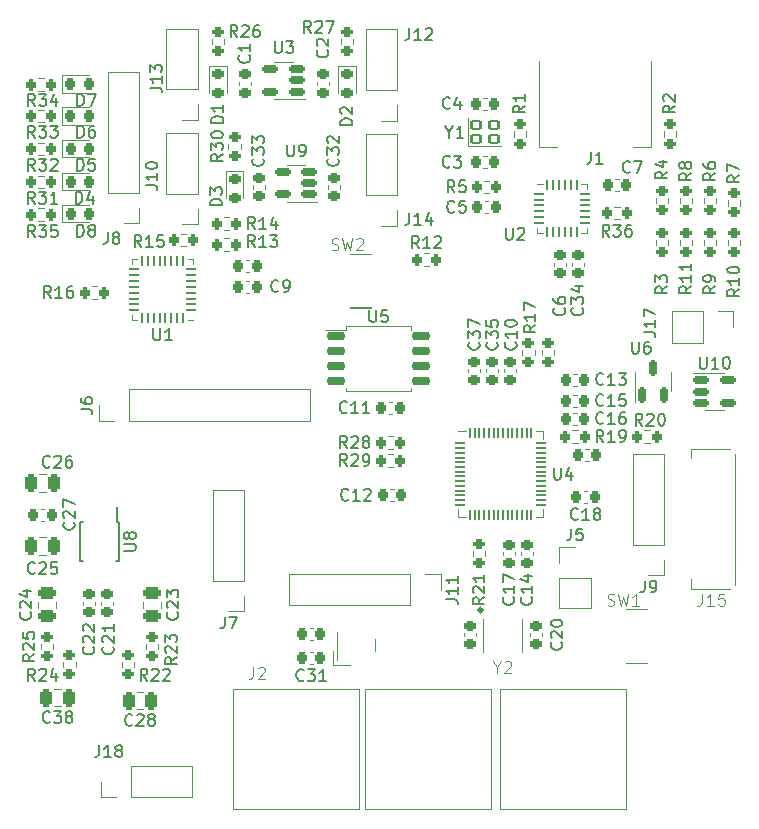
<source format=gto>
G04 #@! TF.GenerationSoftware,KiCad,Pcbnew,7.0.5*
G04 #@! TF.CreationDate,2023-08-10T16:57:38+02:00*
G04 #@! TF.ProjectId,proto_pico,70726f74-6f5f-4706-9963-6f2e6b696361,rev?*
G04 #@! TF.SameCoordinates,Original*
G04 #@! TF.FileFunction,Legend,Top*
G04 #@! TF.FilePolarity,Positive*
%FSLAX46Y46*%
G04 Gerber Fmt 4.6, Leading zero omitted, Abs format (unit mm)*
G04 Created by KiCad (PCBNEW 7.0.5) date 2023-08-10 16:57:38*
%MOMM*%
%LPD*%
G01*
G04 APERTURE LIST*
G04 Aperture macros list*
%AMRoundRect*
0 Rectangle with rounded corners*
0 $1 Rounding radius*
0 $2 $3 $4 $5 $6 $7 $8 $9 X,Y pos of 4 corners*
0 Add a 4 corners polygon primitive as box body*
4,1,4,$2,$3,$4,$5,$6,$7,$8,$9,$2,$3,0*
0 Add four circle primitives for the rounded corners*
1,1,$1+$1,$2,$3*
1,1,$1+$1,$4,$5*
1,1,$1+$1,$6,$7*
1,1,$1+$1,$8,$9*
0 Add four rect primitives between the rounded corners*
20,1,$1+$1,$2,$3,$4,$5,0*
20,1,$1+$1,$4,$5,$6,$7,0*
20,1,$1+$1,$6,$7,$8,$9,0*
20,1,$1+$1,$8,$9,$2,$3,0*%
G04 Aperture macros list end*
%ADD10C,0.150000*%
%ADD11C,0.100000*%
%ADD12C,0.120000*%
%ADD13C,0.304000*%
%ADD14RoundRect,0.225000X0.225000X0.250000X-0.225000X0.250000X-0.225000X-0.250000X0.225000X-0.250000X0*%
%ADD15R,1.700000X1.700000*%
%ADD16O,1.700000X1.700000*%
%ADD17RoundRect,0.225000X-0.225000X-0.250000X0.225000X-0.250000X0.225000X0.250000X-0.225000X0.250000X0*%
%ADD18RoundRect,0.200000X-0.200000X-0.275000X0.200000X-0.275000X0.200000X0.275000X-0.200000X0.275000X0*%
%ADD19RoundRect,0.218750X-0.256250X0.218750X-0.256250X-0.218750X0.256250X-0.218750X0.256250X0.218750X0*%
%ADD20RoundRect,0.225000X-0.250000X0.225000X-0.250000X-0.225000X0.250000X-0.225000X0.250000X0.225000X0*%
%ADD21RoundRect,0.218750X-0.218750X-0.256250X0.218750X-0.256250X0.218750X0.256250X-0.218750X0.256250X0*%
%ADD22RoundRect,0.225000X0.250000X-0.225000X0.250000X0.225000X-0.250000X0.225000X-0.250000X-0.225000X0*%
%ADD23RoundRect,0.150000X0.150000X-0.512500X0.150000X0.512500X-0.150000X0.512500X-0.150000X-0.512500X0*%
%ADD24RoundRect,0.200000X0.275000X-0.200000X0.275000X0.200000X-0.275000X0.200000X-0.275000X-0.200000X0*%
%ADD25RoundRect,0.200000X0.200000X0.275000X-0.200000X0.275000X-0.200000X-0.275000X0.200000X-0.275000X0*%
%ADD26R,0.250000X0.500000*%
%ADD27R,2.650000X1.000000*%
%ADD28RoundRect,0.150000X-0.512500X-0.150000X0.512500X-0.150000X0.512500X0.150000X-0.512500X0.150000X0*%
%ADD29RoundRect,0.150000X0.512500X0.150000X-0.512500X0.150000X-0.512500X-0.150000X0.512500X-0.150000X0*%
%ADD30RoundRect,0.150000X-0.650000X-0.150000X0.650000X-0.150000X0.650000X0.150000X-0.650000X0.150000X0*%
%ADD31RoundRect,0.200000X-0.275000X0.200000X-0.275000X-0.200000X0.275000X-0.200000X0.275000X0.200000X0*%
%ADD32RoundRect,0.250000X0.475000X-0.250000X0.475000X0.250000X-0.475000X0.250000X-0.475000X-0.250000X0*%
%ADD33R,0.700000X0.300000*%
%ADD34R,1.000000X0.300000*%
%ADD35RoundRect,0.250000X-0.475000X0.250000X-0.475000X-0.250000X0.475000X-0.250000X0.475000X0.250000X0*%
%ADD36C,4.000000*%
%ADD37R,1.550000X1.000000*%
%ADD38RoundRect,0.250000X0.250000X0.475000X-0.250000X0.475000X-0.250000X-0.475000X0.250000X-0.475000X0*%
%ADD39R,0.300000X1.400000*%
%ADD40RoundRect,0.102000X-0.373000X-0.323000X0.373000X-0.323000X0.373000X0.323000X-0.373000X0.323000X0*%
%ADD41R,1.100000X1.300000*%
%ADD42RoundRect,0.050000X-0.387500X-0.050000X0.387500X-0.050000X0.387500X0.050000X-0.387500X0.050000X0*%
%ADD43RoundRect,0.050000X-0.050000X-0.387500X0.050000X-0.387500X0.050000X0.387500X-0.050000X0.387500X0*%
%ADD44R,3.200000X3.200000*%
%ADD45RoundRect,0.062500X-0.350000X-0.062500X0.350000X-0.062500X0.350000X0.062500X-0.350000X0.062500X0*%
%ADD46RoundRect,0.062500X-0.062500X-0.350000X0.062500X-0.350000X0.062500X0.350000X-0.062500X0.350000X0*%
%ADD47R,2.500000X2.500000*%
%ADD48C,0.650000*%
%ADD49O,0.950000X0.650000*%
%ADD50R,0.300000X0.700000*%
%ADD51O,0.800000X1.400000*%
%ADD52RoundRect,0.062500X0.375000X0.062500X-0.375000X0.062500X-0.375000X-0.062500X0.375000X-0.062500X0*%
%ADD53RoundRect,0.062500X0.062500X0.375000X-0.062500X0.375000X-0.062500X-0.375000X0.062500X-0.375000X0*%
%ADD54R,3.300000X3.300000*%
G04 APERTURE END LIST*
D10*
X186809142Y-120755580D02*
X186761523Y-120803200D01*
X186761523Y-120803200D02*
X186618666Y-120850819D01*
X186618666Y-120850819D02*
X186523428Y-120850819D01*
X186523428Y-120850819D02*
X186380571Y-120803200D01*
X186380571Y-120803200D02*
X186285333Y-120707961D01*
X186285333Y-120707961D02*
X186237714Y-120612723D01*
X186237714Y-120612723D02*
X186190095Y-120422247D01*
X186190095Y-120422247D02*
X186190095Y-120279390D01*
X186190095Y-120279390D02*
X186237714Y-120088914D01*
X186237714Y-120088914D02*
X186285333Y-119993676D01*
X186285333Y-119993676D02*
X186380571Y-119898438D01*
X186380571Y-119898438D02*
X186523428Y-119850819D01*
X186523428Y-119850819D02*
X186618666Y-119850819D01*
X186618666Y-119850819D02*
X186761523Y-119898438D01*
X186761523Y-119898438D02*
X186809142Y-119946057D01*
X187761523Y-120850819D02*
X187190095Y-120850819D01*
X187475809Y-120850819D02*
X187475809Y-119850819D01*
X187475809Y-119850819D02*
X187380571Y-119993676D01*
X187380571Y-119993676D02*
X187285333Y-120088914D01*
X187285333Y-120088914D02*
X187190095Y-120136533D01*
X188618666Y-119850819D02*
X188428190Y-119850819D01*
X188428190Y-119850819D02*
X188332952Y-119898438D01*
X188332952Y-119898438D02*
X188285333Y-119946057D01*
X188285333Y-119946057D02*
X188190095Y-120088914D01*
X188190095Y-120088914D02*
X188142476Y-120279390D01*
X188142476Y-120279390D02*
X188142476Y-120660342D01*
X188142476Y-120660342D02*
X188190095Y-120755580D01*
X188190095Y-120755580D02*
X188237714Y-120803200D01*
X188237714Y-120803200D02*
X188332952Y-120850819D01*
X188332952Y-120850819D02*
X188523428Y-120850819D01*
X188523428Y-120850819D02*
X188618666Y-120803200D01*
X188618666Y-120803200D02*
X188666285Y-120755580D01*
X188666285Y-120755580D02*
X188713904Y-120660342D01*
X188713904Y-120660342D02*
X188713904Y-120422247D01*
X188713904Y-120422247D02*
X188666285Y-120327009D01*
X188666285Y-120327009D02*
X188618666Y-120279390D01*
X188618666Y-120279390D02*
X188523428Y-120231771D01*
X188523428Y-120231771D02*
X188332952Y-120231771D01*
X188332952Y-120231771D02*
X188237714Y-120279390D01*
X188237714Y-120279390D02*
X188190095Y-120327009D01*
X188190095Y-120327009D02*
X188142476Y-120422247D01*
X190208819Y-113077523D02*
X190923104Y-113077523D01*
X190923104Y-113077523D02*
X191065961Y-113125142D01*
X191065961Y-113125142D02*
X191161200Y-113220380D01*
X191161200Y-113220380D02*
X191208819Y-113363237D01*
X191208819Y-113363237D02*
X191208819Y-113458475D01*
X191208819Y-112077523D02*
X191208819Y-112648951D01*
X191208819Y-112363237D02*
X190208819Y-112363237D01*
X190208819Y-112363237D02*
X190351676Y-112458475D01*
X190351676Y-112458475D02*
X190446914Y-112553713D01*
X190446914Y-112553713D02*
X190494533Y-112648951D01*
X190208819Y-111744189D02*
X190208819Y-111077523D01*
X190208819Y-111077523D02*
X191208819Y-111506094D01*
X187313142Y-104978819D02*
X186979809Y-104502628D01*
X186741714Y-104978819D02*
X186741714Y-103978819D01*
X186741714Y-103978819D02*
X187122666Y-103978819D01*
X187122666Y-103978819D02*
X187217904Y-104026438D01*
X187217904Y-104026438D02*
X187265523Y-104074057D01*
X187265523Y-104074057D02*
X187313142Y-104169295D01*
X187313142Y-104169295D02*
X187313142Y-104312152D01*
X187313142Y-104312152D02*
X187265523Y-104407390D01*
X187265523Y-104407390D02*
X187217904Y-104455009D01*
X187217904Y-104455009D02*
X187122666Y-104502628D01*
X187122666Y-104502628D02*
X186741714Y-104502628D01*
X187646476Y-103978819D02*
X188265523Y-103978819D01*
X188265523Y-103978819D02*
X187932190Y-104359771D01*
X187932190Y-104359771D02*
X188075047Y-104359771D01*
X188075047Y-104359771D02*
X188170285Y-104407390D01*
X188170285Y-104407390D02*
X188217904Y-104455009D01*
X188217904Y-104455009D02*
X188265523Y-104550247D01*
X188265523Y-104550247D02*
X188265523Y-104788342D01*
X188265523Y-104788342D02*
X188217904Y-104883580D01*
X188217904Y-104883580D02*
X188170285Y-104931200D01*
X188170285Y-104931200D02*
X188075047Y-104978819D01*
X188075047Y-104978819D02*
X187789333Y-104978819D01*
X187789333Y-104978819D02*
X187694095Y-104931200D01*
X187694095Y-104931200D02*
X187646476Y-104883580D01*
X189122666Y-103978819D02*
X188932190Y-103978819D01*
X188932190Y-103978819D02*
X188836952Y-104026438D01*
X188836952Y-104026438D02*
X188789333Y-104074057D01*
X188789333Y-104074057D02*
X188694095Y-104216914D01*
X188694095Y-104216914D02*
X188646476Y-104407390D01*
X188646476Y-104407390D02*
X188646476Y-104788342D01*
X188646476Y-104788342D02*
X188694095Y-104883580D01*
X188694095Y-104883580D02*
X188741714Y-104931200D01*
X188741714Y-104931200D02*
X188836952Y-104978819D01*
X188836952Y-104978819D02*
X189027428Y-104978819D01*
X189027428Y-104978819D02*
X189122666Y-104931200D01*
X189122666Y-104931200D02*
X189170285Y-104883580D01*
X189170285Y-104883580D02*
X189217904Y-104788342D01*
X189217904Y-104788342D02*
X189217904Y-104550247D01*
X189217904Y-104550247D02*
X189170285Y-104455009D01*
X189170285Y-104455009D02*
X189122666Y-104407390D01*
X189122666Y-104407390D02*
X189027428Y-104359771D01*
X189027428Y-104359771D02*
X188836952Y-104359771D01*
X188836952Y-104359771D02*
X188741714Y-104407390D01*
X188741714Y-104407390D02*
X188694095Y-104455009D01*
X188694095Y-104455009D02*
X188646476Y-104550247D01*
X154505819Y-102338094D02*
X153505819Y-102338094D01*
X153505819Y-102338094D02*
X153505819Y-102099999D01*
X153505819Y-102099999D02*
X153553438Y-101957142D01*
X153553438Y-101957142D02*
X153648676Y-101861904D01*
X153648676Y-101861904D02*
X153743914Y-101814285D01*
X153743914Y-101814285D02*
X153934390Y-101766666D01*
X153934390Y-101766666D02*
X154077247Y-101766666D01*
X154077247Y-101766666D02*
X154267723Y-101814285D01*
X154267723Y-101814285D02*
X154362961Y-101861904D01*
X154362961Y-101861904D02*
X154458200Y-101957142D01*
X154458200Y-101957142D02*
X154505819Y-102099999D01*
X154505819Y-102099999D02*
X154505819Y-102338094D01*
X153505819Y-101433332D02*
X153505819Y-100814285D01*
X153505819Y-100814285D02*
X153886771Y-101147618D01*
X153886771Y-101147618D02*
X153886771Y-101004761D01*
X153886771Y-101004761D02*
X153934390Y-100909523D01*
X153934390Y-100909523D02*
X153982009Y-100861904D01*
X153982009Y-100861904D02*
X154077247Y-100814285D01*
X154077247Y-100814285D02*
X154315342Y-100814285D01*
X154315342Y-100814285D02*
X154410580Y-100861904D01*
X154410580Y-100861904D02*
X154458200Y-100909523D01*
X154458200Y-100909523D02*
X154505819Y-101004761D01*
X154505819Y-101004761D02*
X154505819Y-101290475D01*
X154505819Y-101290475D02*
X154458200Y-101385713D01*
X154458200Y-101385713D02*
X154410580Y-101433332D01*
X185013580Y-111008857D02*
X185061200Y-111056476D01*
X185061200Y-111056476D02*
X185108819Y-111199333D01*
X185108819Y-111199333D02*
X185108819Y-111294571D01*
X185108819Y-111294571D02*
X185061200Y-111437428D01*
X185061200Y-111437428D02*
X184965961Y-111532666D01*
X184965961Y-111532666D02*
X184870723Y-111580285D01*
X184870723Y-111580285D02*
X184680247Y-111627904D01*
X184680247Y-111627904D02*
X184537390Y-111627904D01*
X184537390Y-111627904D02*
X184346914Y-111580285D01*
X184346914Y-111580285D02*
X184251676Y-111532666D01*
X184251676Y-111532666D02*
X184156438Y-111437428D01*
X184156438Y-111437428D02*
X184108819Y-111294571D01*
X184108819Y-111294571D02*
X184108819Y-111199333D01*
X184108819Y-111199333D02*
X184156438Y-111056476D01*
X184156438Y-111056476D02*
X184204057Y-111008857D01*
X184108819Y-110675523D02*
X184108819Y-110056476D01*
X184108819Y-110056476D02*
X184489771Y-110389809D01*
X184489771Y-110389809D02*
X184489771Y-110246952D01*
X184489771Y-110246952D02*
X184537390Y-110151714D01*
X184537390Y-110151714D02*
X184585009Y-110104095D01*
X184585009Y-110104095D02*
X184680247Y-110056476D01*
X184680247Y-110056476D02*
X184918342Y-110056476D01*
X184918342Y-110056476D02*
X185013580Y-110104095D01*
X185013580Y-110104095D02*
X185061200Y-110151714D01*
X185061200Y-110151714D02*
X185108819Y-110246952D01*
X185108819Y-110246952D02*
X185108819Y-110532666D01*
X185108819Y-110532666D02*
X185061200Y-110627904D01*
X185061200Y-110627904D02*
X185013580Y-110675523D01*
X184442152Y-109199333D02*
X185108819Y-109199333D01*
X184061200Y-109437428D02*
X184775485Y-109675523D01*
X184775485Y-109675523D02*
X184775485Y-109056476D01*
X186809142Y-119231580D02*
X186761523Y-119279200D01*
X186761523Y-119279200D02*
X186618666Y-119326819D01*
X186618666Y-119326819D02*
X186523428Y-119326819D01*
X186523428Y-119326819D02*
X186380571Y-119279200D01*
X186380571Y-119279200D02*
X186285333Y-119183961D01*
X186285333Y-119183961D02*
X186237714Y-119088723D01*
X186237714Y-119088723D02*
X186190095Y-118898247D01*
X186190095Y-118898247D02*
X186190095Y-118755390D01*
X186190095Y-118755390D02*
X186237714Y-118564914D01*
X186237714Y-118564914D02*
X186285333Y-118469676D01*
X186285333Y-118469676D02*
X186380571Y-118374438D01*
X186380571Y-118374438D02*
X186523428Y-118326819D01*
X186523428Y-118326819D02*
X186618666Y-118326819D01*
X186618666Y-118326819D02*
X186761523Y-118374438D01*
X186761523Y-118374438D02*
X186809142Y-118422057D01*
X187761523Y-119326819D02*
X187190095Y-119326819D01*
X187475809Y-119326819D02*
X187475809Y-118326819D01*
X187475809Y-118326819D02*
X187380571Y-118469676D01*
X187380571Y-118469676D02*
X187285333Y-118564914D01*
X187285333Y-118564914D02*
X187190095Y-118612533D01*
X188666285Y-118326819D02*
X188190095Y-118326819D01*
X188190095Y-118326819D02*
X188142476Y-118803009D01*
X188142476Y-118803009D02*
X188190095Y-118755390D01*
X188190095Y-118755390D02*
X188285333Y-118707771D01*
X188285333Y-118707771D02*
X188523428Y-118707771D01*
X188523428Y-118707771D02*
X188618666Y-118755390D01*
X188618666Y-118755390D02*
X188666285Y-118803009D01*
X188666285Y-118803009D02*
X188713904Y-118898247D01*
X188713904Y-118898247D02*
X188713904Y-119136342D01*
X188713904Y-119136342D02*
X188666285Y-119231580D01*
X188666285Y-119231580D02*
X188618666Y-119279200D01*
X188618666Y-119279200D02*
X188523428Y-119326819D01*
X188523428Y-119326819D02*
X188285333Y-119326819D01*
X188285333Y-119326819D02*
X188190095Y-119279200D01*
X188190095Y-119279200D02*
X188142476Y-119231580D01*
X142275405Y-93926819D02*
X142275405Y-92926819D01*
X142275405Y-92926819D02*
X142513500Y-92926819D01*
X142513500Y-92926819D02*
X142656357Y-92974438D01*
X142656357Y-92974438D02*
X142751595Y-93069676D01*
X142751595Y-93069676D02*
X142799214Y-93164914D01*
X142799214Y-93164914D02*
X142846833Y-93355390D01*
X142846833Y-93355390D02*
X142846833Y-93498247D01*
X142846833Y-93498247D02*
X142799214Y-93688723D01*
X142799214Y-93688723D02*
X142751595Y-93783961D01*
X142751595Y-93783961D02*
X142656357Y-93879200D01*
X142656357Y-93879200D02*
X142513500Y-93926819D01*
X142513500Y-93926819D02*
X142275405Y-93926819D01*
X143180167Y-92926819D02*
X143846833Y-92926819D01*
X143846833Y-92926819D02*
X143418262Y-93926819D01*
X179175580Y-135516857D02*
X179223200Y-135564476D01*
X179223200Y-135564476D02*
X179270819Y-135707333D01*
X179270819Y-135707333D02*
X179270819Y-135802571D01*
X179270819Y-135802571D02*
X179223200Y-135945428D01*
X179223200Y-135945428D02*
X179127961Y-136040666D01*
X179127961Y-136040666D02*
X179032723Y-136088285D01*
X179032723Y-136088285D02*
X178842247Y-136135904D01*
X178842247Y-136135904D02*
X178699390Y-136135904D01*
X178699390Y-136135904D02*
X178508914Y-136088285D01*
X178508914Y-136088285D02*
X178413676Y-136040666D01*
X178413676Y-136040666D02*
X178318438Y-135945428D01*
X178318438Y-135945428D02*
X178270819Y-135802571D01*
X178270819Y-135802571D02*
X178270819Y-135707333D01*
X178270819Y-135707333D02*
X178318438Y-135564476D01*
X178318438Y-135564476D02*
X178366057Y-135516857D01*
X179270819Y-134564476D02*
X179270819Y-135135904D01*
X179270819Y-134850190D02*
X178270819Y-134850190D01*
X178270819Y-134850190D02*
X178413676Y-134945428D01*
X178413676Y-134945428D02*
X178508914Y-135040666D01*
X178508914Y-135040666D02*
X178556533Y-135135904D01*
X178270819Y-134231142D02*
X178270819Y-133564476D01*
X178270819Y-133564476D02*
X179270819Y-133993047D01*
X189230095Y-113881819D02*
X189230095Y-114691342D01*
X189230095Y-114691342D02*
X189277714Y-114786580D01*
X189277714Y-114786580D02*
X189325333Y-114834200D01*
X189325333Y-114834200D02*
X189420571Y-114881819D01*
X189420571Y-114881819D02*
X189611047Y-114881819D01*
X189611047Y-114881819D02*
X189706285Y-114834200D01*
X189706285Y-114834200D02*
X189753904Y-114786580D01*
X189753904Y-114786580D02*
X189801523Y-114691342D01*
X189801523Y-114691342D02*
X189801523Y-113881819D01*
X190706285Y-113881819D02*
X190515809Y-113881819D01*
X190515809Y-113881819D02*
X190420571Y-113929438D01*
X190420571Y-113929438D02*
X190372952Y-113977057D01*
X190372952Y-113977057D02*
X190277714Y-114119914D01*
X190277714Y-114119914D02*
X190230095Y-114310390D01*
X190230095Y-114310390D02*
X190230095Y-114691342D01*
X190230095Y-114691342D02*
X190277714Y-114786580D01*
X190277714Y-114786580D02*
X190325333Y-114834200D01*
X190325333Y-114834200D02*
X190420571Y-114881819D01*
X190420571Y-114881819D02*
X190611047Y-114881819D01*
X190611047Y-114881819D02*
X190706285Y-114834200D01*
X190706285Y-114834200D02*
X190753904Y-114786580D01*
X190753904Y-114786580D02*
X190801523Y-114691342D01*
X190801523Y-114691342D02*
X190801523Y-114453247D01*
X190801523Y-114453247D02*
X190753904Y-114358009D01*
X190753904Y-114358009D02*
X190706285Y-114310390D01*
X190706285Y-114310390D02*
X190611047Y-114262771D01*
X190611047Y-114262771D02*
X190420571Y-114262771D01*
X190420571Y-114262771D02*
X190325333Y-114310390D01*
X190325333Y-114310390D02*
X190277714Y-114358009D01*
X190277714Y-114358009D02*
X190230095Y-114453247D01*
X148201142Y-142567819D02*
X147867809Y-142091628D01*
X147629714Y-142567819D02*
X147629714Y-141567819D01*
X147629714Y-141567819D02*
X148010666Y-141567819D01*
X148010666Y-141567819D02*
X148105904Y-141615438D01*
X148105904Y-141615438D02*
X148153523Y-141663057D01*
X148153523Y-141663057D02*
X148201142Y-141758295D01*
X148201142Y-141758295D02*
X148201142Y-141901152D01*
X148201142Y-141901152D02*
X148153523Y-141996390D01*
X148153523Y-141996390D02*
X148105904Y-142044009D01*
X148105904Y-142044009D02*
X148010666Y-142091628D01*
X148010666Y-142091628D02*
X147629714Y-142091628D01*
X148582095Y-141663057D02*
X148629714Y-141615438D01*
X148629714Y-141615438D02*
X148724952Y-141567819D01*
X148724952Y-141567819D02*
X148963047Y-141567819D01*
X148963047Y-141567819D02*
X149058285Y-141615438D01*
X149058285Y-141615438D02*
X149105904Y-141663057D01*
X149105904Y-141663057D02*
X149153523Y-141758295D01*
X149153523Y-141758295D02*
X149153523Y-141853533D01*
X149153523Y-141853533D02*
X149105904Y-141996390D01*
X149105904Y-141996390D02*
X148534476Y-142567819D01*
X148534476Y-142567819D02*
X149153523Y-142567819D01*
X149534476Y-141663057D02*
X149582095Y-141615438D01*
X149582095Y-141615438D02*
X149677333Y-141567819D01*
X149677333Y-141567819D02*
X149915428Y-141567819D01*
X149915428Y-141567819D02*
X150010666Y-141615438D01*
X150010666Y-141615438D02*
X150058285Y-141663057D01*
X150058285Y-141663057D02*
X150105904Y-141758295D01*
X150105904Y-141758295D02*
X150105904Y-141853533D01*
X150105904Y-141853533D02*
X150058285Y-141996390D01*
X150058285Y-141996390D02*
X149486857Y-142567819D01*
X149486857Y-142567819D02*
X150105904Y-142567819D01*
X165092142Y-122882819D02*
X164758809Y-122406628D01*
X164520714Y-122882819D02*
X164520714Y-121882819D01*
X164520714Y-121882819D02*
X164901666Y-121882819D01*
X164901666Y-121882819D02*
X164996904Y-121930438D01*
X164996904Y-121930438D02*
X165044523Y-121978057D01*
X165044523Y-121978057D02*
X165092142Y-122073295D01*
X165092142Y-122073295D02*
X165092142Y-122216152D01*
X165092142Y-122216152D02*
X165044523Y-122311390D01*
X165044523Y-122311390D02*
X164996904Y-122359009D01*
X164996904Y-122359009D02*
X164901666Y-122406628D01*
X164901666Y-122406628D02*
X164520714Y-122406628D01*
X165473095Y-121978057D02*
X165520714Y-121930438D01*
X165520714Y-121930438D02*
X165615952Y-121882819D01*
X165615952Y-121882819D02*
X165854047Y-121882819D01*
X165854047Y-121882819D02*
X165949285Y-121930438D01*
X165949285Y-121930438D02*
X165996904Y-121978057D01*
X165996904Y-121978057D02*
X166044523Y-122073295D01*
X166044523Y-122073295D02*
X166044523Y-122168533D01*
X166044523Y-122168533D02*
X165996904Y-122311390D01*
X165996904Y-122311390D02*
X165425476Y-122882819D01*
X165425476Y-122882819D02*
X166044523Y-122882819D01*
X166615952Y-122311390D02*
X166520714Y-122263771D01*
X166520714Y-122263771D02*
X166473095Y-122216152D01*
X166473095Y-122216152D02*
X166425476Y-122120914D01*
X166425476Y-122120914D02*
X166425476Y-122073295D01*
X166425476Y-122073295D02*
X166473095Y-121978057D01*
X166473095Y-121978057D02*
X166520714Y-121930438D01*
X166520714Y-121930438D02*
X166615952Y-121882819D01*
X166615952Y-121882819D02*
X166806428Y-121882819D01*
X166806428Y-121882819D02*
X166901666Y-121930438D01*
X166901666Y-121930438D02*
X166949285Y-121978057D01*
X166949285Y-121978057D02*
X166996904Y-122073295D01*
X166996904Y-122073295D02*
X166996904Y-122120914D01*
X166996904Y-122120914D02*
X166949285Y-122216152D01*
X166949285Y-122216152D02*
X166901666Y-122263771D01*
X166901666Y-122263771D02*
X166806428Y-122311390D01*
X166806428Y-122311390D02*
X166615952Y-122311390D01*
X166615952Y-122311390D02*
X166520714Y-122359009D01*
X166520714Y-122359009D02*
X166473095Y-122406628D01*
X166473095Y-122406628D02*
X166425476Y-122501866D01*
X166425476Y-122501866D02*
X166425476Y-122692342D01*
X166425476Y-122692342D02*
X166473095Y-122787580D01*
X166473095Y-122787580D02*
X166520714Y-122835200D01*
X166520714Y-122835200D02*
X166615952Y-122882819D01*
X166615952Y-122882819D02*
X166806428Y-122882819D01*
X166806428Y-122882819D02*
X166901666Y-122835200D01*
X166901666Y-122835200D02*
X166949285Y-122787580D01*
X166949285Y-122787580D02*
X166996904Y-122692342D01*
X166996904Y-122692342D02*
X166996904Y-122501866D01*
X166996904Y-122501866D02*
X166949285Y-122406628D01*
X166949285Y-122406628D02*
X166901666Y-122359009D01*
X166901666Y-122359009D02*
X166806428Y-122311390D01*
X154627319Y-95353094D02*
X153627319Y-95353094D01*
X153627319Y-95353094D02*
X153627319Y-95114999D01*
X153627319Y-95114999D02*
X153674938Y-94972142D01*
X153674938Y-94972142D02*
X153770176Y-94876904D01*
X153770176Y-94876904D02*
X153865414Y-94829285D01*
X153865414Y-94829285D02*
X154055890Y-94781666D01*
X154055890Y-94781666D02*
X154198747Y-94781666D01*
X154198747Y-94781666D02*
X154389223Y-94829285D01*
X154389223Y-94829285D02*
X154484461Y-94876904D01*
X154484461Y-94876904D02*
X154579700Y-94972142D01*
X154579700Y-94972142D02*
X154627319Y-95114999D01*
X154627319Y-95114999D02*
X154627319Y-95353094D01*
X154627319Y-93829285D02*
X154627319Y-94400713D01*
X154627319Y-94114999D02*
X153627319Y-94114999D01*
X153627319Y-94114999D02*
X153770176Y-94210237D01*
X153770176Y-94210237D02*
X153865414Y-94305475D01*
X153865414Y-94305475D02*
X153913033Y-94400713D01*
X145266580Y-139707857D02*
X145314200Y-139755476D01*
X145314200Y-139755476D02*
X145361819Y-139898333D01*
X145361819Y-139898333D02*
X145361819Y-139993571D01*
X145361819Y-139993571D02*
X145314200Y-140136428D01*
X145314200Y-140136428D02*
X145218961Y-140231666D01*
X145218961Y-140231666D02*
X145123723Y-140279285D01*
X145123723Y-140279285D02*
X144933247Y-140326904D01*
X144933247Y-140326904D02*
X144790390Y-140326904D01*
X144790390Y-140326904D02*
X144599914Y-140279285D01*
X144599914Y-140279285D02*
X144504676Y-140231666D01*
X144504676Y-140231666D02*
X144409438Y-140136428D01*
X144409438Y-140136428D02*
X144361819Y-139993571D01*
X144361819Y-139993571D02*
X144361819Y-139898333D01*
X144361819Y-139898333D02*
X144409438Y-139755476D01*
X144409438Y-139755476D02*
X144457057Y-139707857D01*
X144457057Y-139326904D02*
X144409438Y-139279285D01*
X144409438Y-139279285D02*
X144361819Y-139184047D01*
X144361819Y-139184047D02*
X144361819Y-138945952D01*
X144361819Y-138945952D02*
X144409438Y-138850714D01*
X144409438Y-138850714D02*
X144457057Y-138803095D01*
X144457057Y-138803095D02*
X144552295Y-138755476D01*
X144552295Y-138755476D02*
X144647533Y-138755476D01*
X144647533Y-138755476D02*
X144790390Y-138803095D01*
X144790390Y-138803095D02*
X145361819Y-139374523D01*
X145361819Y-139374523D02*
X145361819Y-138755476D01*
X145361819Y-137803095D02*
X145361819Y-138374523D01*
X145361819Y-138088809D02*
X144361819Y-138088809D01*
X144361819Y-138088809D02*
X144504676Y-138184047D01*
X144504676Y-138184047D02*
X144599914Y-138279285D01*
X144599914Y-138279285D02*
X144647533Y-138374523D01*
X194252819Y-99610666D02*
X193776628Y-99943999D01*
X194252819Y-100182094D02*
X193252819Y-100182094D01*
X193252819Y-100182094D02*
X193252819Y-99801142D01*
X193252819Y-99801142D02*
X193300438Y-99705904D01*
X193300438Y-99705904D02*
X193348057Y-99658285D01*
X193348057Y-99658285D02*
X193443295Y-99610666D01*
X193443295Y-99610666D02*
X193586152Y-99610666D01*
X193586152Y-99610666D02*
X193681390Y-99658285D01*
X193681390Y-99658285D02*
X193729009Y-99705904D01*
X193729009Y-99705904D02*
X193776628Y-99801142D01*
X193776628Y-99801142D02*
X193776628Y-100182094D01*
X193681390Y-99039237D02*
X193633771Y-99134475D01*
X193633771Y-99134475D02*
X193586152Y-99182094D01*
X193586152Y-99182094D02*
X193490914Y-99229713D01*
X193490914Y-99229713D02*
X193443295Y-99229713D01*
X193443295Y-99229713D02*
X193348057Y-99182094D01*
X193348057Y-99182094D02*
X193300438Y-99134475D01*
X193300438Y-99134475D02*
X193252819Y-99039237D01*
X193252819Y-99039237D02*
X193252819Y-98848761D01*
X193252819Y-98848761D02*
X193300438Y-98753523D01*
X193300438Y-98753523D02*
X193348057Y-98705904D01*
X193348057Y-98705904D02*
X193443295Y-98658285D01*
X193443295Y-98658285D02*
X193490914Y-98658285D01*
X193490914Y-98658285D02*
X193586152Y-98705904D01*
X193586152Y-98705904D02*
X193633771Y-98753523D01*
X193633771Y-98753523D02*
X193681390Y-98848761D01*
X193681390Y-98848761D02*
X193681390Y-99039237D01*
X193681390Y-99039237D02*
X193729009Y-99134475D01*
X193729009Y-99134475D02*
X193776628Y-99182094D01*
X193776628Y-99182094D02*
X193871866Y-99229713D01*
X193871866Y-99229713D02*
X194062342Y-99229713D01*
X194062342Y-99229713D02*
X194157580Y-99182094D01*
X194157580Y-99182094D02*
X194205200Y-99134475D01*
X194205200Y-99134475D02*
X194252819Y-99039237D01*
X194252819Y-99039237D02*
X194252819Y-98848761D01*
X194252819Y-98848761D02*
X194205200Y-98753523D01*
X194205200Y-98753523D02*
X194157580Y-98705904D01*
X194157580Y-98705904D02*
X194062342Y-98658285D01*
X194062342Y-98658285D02*
X193871866Y-98658285D01*
X193871866Y-98658285D02*
X193776628Y-98705904D01*
X193776628Y-98705904D02*
X193729009Y-98753523D01*
X193729009Y-98753523D02*
X193681390Y-98848761D01*
X165219142Y-127232580D02*
X165171523Y-127280200D01*
X165171523Y-127280200D02*
X165028666Y-127327819D01*
X165028666Y-127327819D02*
X164933428Y-127327819D01*
X164933428Y-127327819D02*
X164790571Y-127280200D01*
X164790571Y-127280200D02*
X164695333Y-127184961D01*
X164695333Y-127184961D02*
X164647714Y-127089723D01*
X164647714Y-127089723D02*
X164600095Y-126899247D01*
X164600095Y-126899247D02*
X164600095Y-126756390D01*
X164600095Y-126756390D02*
X164647714Y-126565914D01*
X164647714Y-126565914D02*
X164695333Y-126470676D01*
X164695333Y-126470676D02*
X164790571Y-126375438D01*
X164790571Y-126375438D02*
X164933428Y-126327819D01*
X164933428Y-126327819D02*
X165028666Y-126327819D01*
X165028666Y-126327819D02*
X165171523Y-126375438D01*
X165171523Y-126375438D02*
X165219142Y-126423057D01*
X166171523Y-127327819D02*
X165600095Y-127327819D01*
X165885809Y-127327819D02*
X165885809Y-126327819D01*
X165885809Y-126327819D02*
X165790571Y-126470676D01*
X165790571Y-126470676D02*
X165695333Y-126565914D01*
X165695333Y-126565914D02*
X165600095Y-126613533D01*
X166552476Y-126423057D02*
X166600095Y-126375438D01*
X166600095Y-126375438D02*
X166695333Y-126327819D01*
X166695333Y-126327819D02*
X166933428Y-126327819D01*
X166933428Y-126327819D02*
X167028666Y-126375438D01*
X167028666Y-126375438D02*
X167076285Y-126423057D01*
X167076285Y-126423057D02*
X167123904Y-126518295D01*
X167123904Y-126518295D02*
X167123904Y-126613533D01*
X167123904Y-126613533D02*
X167076285Y-126756390D01*
X167076285Y-126756390D02*
X166504857Y-127327819D01*
X166504857Y-127327819D02*
X167123904Y-127327819D01*
X194976905Y-115164819D02*
X194976905Y-115974342D01*
X194976905Y-115974342D02*
X195024524Y-116069580D01*
X195024524Y-116069580D02*
X195072143Y-116117200D01*
X195072143Y-116117200D02*
X195167381Y-116164819D01*
X195167381Y-116164819D02*
X195357857Y-116164819D01*
X195357857Y-116164819D02*
X195453095Y-116117200D01*
X195453095Y-116117200D02*
X195500714Y-116069580D01*
X195500714Y-116069580D02*
X195548333Y-115974342D01*
X195548333Y-115974342D02*
X195548333Y-115164819D01*
X196548333Y-116164819D02*
X195976905Y-116164819D01*
X196262619Y-116164819D02*
X196262619Y-115164819D01*
X196262619Y-115164819D02*
X196167381Y-115307676D01*
X196167381Y-115307676D02*
X196072143Y-115402914D01*
X196072143Y-115402914D02*
X195976905Y-115450533D01*
X197167381Y-115164819D02*
X197262619Y-115164819D01*
X197262619Y-115164819D02*
X197357857Y-115212438D01*
X197357857Y-115212438D02*
X197405476Y-115260057D01*
X197405476Y-115260057D02*
X197453095Y-115355295D01*
X197453095Y-115355295D02*
X197500714Y-115545771D01*
X197500714Y-115545771D02*
X197500714Y-115783866D01*
X197500714Y-115783866D02*
X197453095Y-115974342D01*
X197453095Y-115974342D02*
X197405476Y-116069580D01*
X197405476Y-116069580D02*
X197357857Y-116117200D01*
X197357857Y-116117200D02*
X197262619Y-116164819D01*
X197262619Y-116164819D02*
X197167381Y-116164819D01*
X197167381Y-116164819D02*
X197072143Y-116117200D01*
X197072143Y-116117200D02*
X197024524Y-116069580D01*
X197024524Y-116069580D02*
X196976905Y-115974342D01*
X196976905Y-115974342D02*
X196929286Y-115783866D01*
X196929286Y-115783866D02*
X196929286Y-115545771D01*
X196929286Y-115545771D02*
X196976905Y-115355295D01*
X196976905Y-115355295D02*
X197024524Y-115260057D01*
X197024524Y-115260057D02*
X197072143Y-115212438D01*
X197072143Y-115212438D02*
X197167381Y-115164819D01*
X157302142Y-104340819D02*
X156968809Y-103864628D01*
X156730714Y-104340819D02*
X156730714Y-103340819D01*
X156730714Y-103340819D02*
X157111666Y-103340819D01*
X157111666Y-103340819D02*
X157206904Y-103388438D01*
X157206904Y-103388438D02*
X157254523Y-103436057D01*
X157254523Y-103436057D02*
X157302142Y-103531295D01*
X157302142Y-103531295D02*
X157302142Y-103674152D01*
X157302142Y-103674152D02*
X157254523Y-103769390D01*
X157254523Y-103769390D02*
X157206904Y-103817009D01*
X157206904Y-103817009D02*
X157111666Y-103864628D01*
X157111666Y-103864628D02*
X156730714Y-103864628D01*
X158254523Y-104340819D02*
X157683095Y-104340819D01*
X157968809Y-104340819D02*
X157968809Y-103340819D01*
X157968809Y-103340819D02*
X157873571Y-103483676D01*
X157873571Y-103483676D02*
X157778333Y-103578914D01*
X157778333Y-103578914D02*
X157683095Y-103626533D01*
X159111666Y-103674152D02*
X159111666Y-104340819D01*
X158873571Y-103293200D02*
X158635476Y-104007485D01*
X158635476Y-104007485D02*
X159254523Y-104007485D01*
X196284819Y-109199666D02*
X195808628Y-109532999D01*
X196284819Y-109771094D02*
X195284819Y-109771094D01*
X195284819Y-109771094D02*
X195284819Y-109390142D01*
X195284819Y-109390142D02*
X195332438Y-109294904D01*
X195332438Y-109294904D02*
X195380057Y-109247285D01*
X195380057Y-109247285D02*
X195475295Y-109199666D01*
X195475295Y-109199666D02*
X195618152Y-109199666D01*
X195618152Y-109199666D02*
X195713390Y-109247285D01*
X195713390Y-109247285D02*
X195761009Y-109294904D01*
X195761009Y-109294904D02*
X195808628Y-109390142D01*
X195808628Y-109390142D02*
X195808628Y-109771094D01*
X196284819Y-108723475D02*
X196284819Y-108532999D01*
X196284819Y-108532999D02*
X196237200Y-108437761D01*
X196237200Y-108437761D02*
X196189580Y-108390142D01*
X196189580Y-108390142D02*
X196046723Y-108294904D01*
X196046723Y-108294904D02*
X195856247Y-108247285D01*
X195856247Y-108247285D02*
X195475295Y-108247285D01*
X195475295Y-108247285D02*
X195380057Y-108294904D01*
X195380057Y-108294904D02*
X195332438Y-108342523D01*
X195332438Y-108342523D02*
X195284819Y-108437761D01*
X195284819Y-108437761D02*
X195284819Y-108628237D01*
X195284819Y-108628237D02*
X195332438Y-108723475D01*
X195332438Y-108723475D02*
X195380057Y-108771094D01*
X195380057Y-108771094D02*
X195475295Y-108818713D01*
X195475295Y-108818713D02*
X195713390Y-108818713D01*
X195713390Y-108818713D02*
X195808628Y-108771094D01*
X195808628Y-108771094D02*
X195856247Y-108723475D01*
X195856247Y-108723475D02*
X195903866Y-108628237D01*
X195903866Y-108628237D02*
X195903866Y-108437761D01*
X195903866Y-108437761D02*
X195856247Y-108342523D01*
X195856247Y-108342523D02*
X195808628Y-108294904D01*
X195808628Y-108294904D02*
X195713390Y-108247285D01*
X165549319Y-95546094D02*
X164549319Y-95546094D01*
X164549319Y-95546094D02*
X164549319Y-95307999D01*
X164549319Y-95307999D02*
X164596938Y-95165142D01*
X164596938Y-95165142D02*
X164692176Y-95069904D01*
X164692176Y-95069904D02*
X164787414Y-95022285D01*
X164787414Y-95022285D02*
X164977890Y-94974666D01*
X164977890Y-94974666D02*
X165120747Y-94974666D01*
X165120747Y-94974666D02*
X165311223Y-95022285D01*
X165311223Y-95022285D02*
X165406461Y-95069904D01*
X165406461Y-95069904D02*
X165501700Y-95165142D01*
X165501700Y-95165142D02*
X165549319Y-95307999D01*
X165549319Y-95307999D02*
X165549319Y-95546094D01*
X164644557Y-94593713D02*
X164596938Y-94546094D01*
X164596938Y-94546094D02*
X164549319Y-94450856D01*
X164549319Y-94450856D02*
X164549319Y-94212761D01*
X164549319Y-94212761D02*
X164596938Y-94117523D01*
X164596938Y-94117523D02*
X164644557Y-94069904D01*
X164644557Y-94069904D02*
X164739795Y-94022285D01*
X164739795Y-94022285D02*
X164835033Y-94022285D01*
X164835033Y-94022285D02*
X164977890Y-94069904D01*
X164977890Y-94069904D02*
X165549319Y-94641332D01*
X165549319Y-94641332D02*
X165549319Y-94022285D01*
X147693142Y-105864819D02*
X147359809Y-105388628D01*
X147121714Y-105864819D02*
X147121714Y-104864819D01*
X147121714Y-104864819D02*
X147502666Y-104864819D01*
X147502666Y-104864819D02*
X147597904Y-104912438D01*
X147597904Y-104912438D02*
X147645523Y-104960057D01*
X147645523Y-104960057D02*
X147693142Y-105055295D01*
X147693142Y-105055295D02*
X147693142Y-105198152D01*
X147693142Y-105198152D02*
X147645523Y-105293390D01*
X147645523Y-105293390D02*
X147597904Y-105341009D01*
X147597904Y-105341009D02*
X147502666Y-105388628D01*
X147502666Y-105388628D02*
X147121714Y-105388628D01*
X148645523Y-105864819D02*
X148074095Y-105864819D01*
X148359809Y-105864819D02*
X148359809Y-104864819D01*
X148359809Y-104864819D02*
X148264571Y-105007676D01*
X148264571Y-105007676D02*
X148169333Y-105102914D01*
X148169333Y-105102914D02*
X148074095Y-105150533D01*
X149550285Y-104864819D02*
X149074095Y-104864819D01*
X149074095Y-104864819D02*
X149026476Y-105341009D01*
X149026476Y-105341009D02*
X149074095Y-105293390D01*
X149074095Y-105293390D02*
X149169333Y-105245771D01*
X149169333Y-105245771D02*
X149407428Y-105245771D01*
X149407428Y-105245771D02*
X149502666Y-105293390D01*
X149502666Y-105293390D02*
X149550285Y-105341009D01*
X149550285Y-105341009D02*
X149597904Y-105436247D01*
X149597904Y-105436247D02*
X149597904Y-105674342D01*
X149597904Y-105674342D02*
X149550285Y-105769580D01*
X149550285Y-105769580D02*
X149502666Y-105817200D01*
X149502666Y-105817200D02*
X149407428Y-105864819D01*
X149407428Y-105864819D02*
X149169333Y-105864819D01*
X149169333Y-105864819D02*
X149074095Y-105817200D01*
X149074095Y-105817200D02*
X149026476Y-105769580D01*
X160020095Y-97183819D02*
X160020095Y-97993342D01*
X160020095Y-97993342D02*
X160067714Y-98088580D01*
X160067714Y-98088580D02*
X160115333Y-98136200D01*
X160115333Y-98136200D02*
X160210571Y-98183819D01*
X160210571Y-98183819D02*
X160401047Y-98183819D01*
X160401047Y-98183819D02*
X160496285Y-98136200D01*
X160496285Y-98136200D02*
X160543904Y-98088580D01*
X160543904Y-98088580D02*
X160591523Y-97993342D01*
X160591523Y-97993342D02*
X160591523Y-97183819D01*
X161115333Y-98183819D02*
X161305809Y-98183819D01*
X161305809Y-98183819D02*
X161401047Y-98136200D01*
X161401047Y-98136200D02*
X161448666Y-98088580D01*
X161448666Y-98088580D02*
X161543904Y-97945723D01*
X161543904Y-97945723D02*
X161591523Y-97755247D01*
X161591523Y-97755247D02*
X161591523Y-97374295D01*
X161591523Y-97374295D02*
X161543904Y-97279057D01*
X161543904Y-97279057D02*
X161496285Y-97231438D01*
X161496285Y-97231438D02*
X161401047Y-97183819D01*
X161401047Y-97183819D02*
X161210571Y-97183819D01*
X161210571Y-97183819D02*
X161115333Y-97231438D01*
X161115333Y-97231438D02*
X161067714Y-97279057D01*
X161067714Y-97279057D02*
X161020095Y-97374295D01*
X161020095Y-97374295D02*
X161020095Y-97612390D01*
X161020095Y-97612390D02*
X161067714Y-97707628D01*
X161067714Y-97707628D02*
X161115333Y-97755247D01*
X161115333Y-97755247D02*
X161210571Y-97802866D01*
X161210571Y-97802866D02*
X161401047Y-97802866D01*
X161401047Y-97802866D02*
X161496285Y-97755247D01*
X161496285Y-97755247D02*
X161543904Y-97707628D01*
X161543904Y-97707628D02*
X161591523Y-97612390D01*
X138687642Y-105001819D02*
X138354309Y-104525628D01*
X138116214Y-105001819D02*
X138116214Y-104001819D01*
X138116214Y-104001819D02*
X138497166Y-104001819D01*
X138497166Y-104001819D02*
X138592404Y-104049438D01*
X138592404Y-104049438D02*
X138640023Y-104097057D01*
X138640023Y-104097057D02*
X138687642Y-104192295D01*
X138687642Y-104192295D02*
X138687642Y-104335152D01*
X138687642Y-104335152D02*
X138640023Y-104430390D01*
X138640023Y-104430390D02*
X138592404Y-104478009D01*
X138592404Y-104478009D02*
X138497166Y-104525628D01*
X138497166Y-104525628D02*
X138116214Y-104525628D01*
X139020976Y-104001819D02*
X139640023Y-104001819D01*
X139640023Y-104001819D02*
X139306690Y-104382771D01*
X139306690Y-104382771D02*
X139449547Y-104382771D01*
X139449547Y-104382771D02*
X139544785Y-104430390D01*
X139544785Y-104430390D02*
X139592404Y-104478009D01*
X139592404Y-104478009D02*
X139640023Y-104573247D01*
X139640023Y-104573247D02*
X139640023Y-104811342D01*
X139640023Y-104811342D02*
X139592404Y-104906580D01*
X139592404Y-104906580D02*
X139544785Y-104954200D01*
X139544785Y-104954200D02*
X139449547Y-105001819D01*
X139449547Y-105001819D02*
X139163833Y-105001819D01*
X139163833Y-105001819D02*
X139068595Y-104954200D01*
X139068595Y-104954200D02*
X139020976Y-104906580D01*
X140544785Y-104001819D02*
X140068595Y-104001819D01*
X140068595Y-104001819D02*
X140020976Y-104478009D01*
X140020976Y-104478009D02*
X140068595Y-104430390D01*
X140068595Y-104430390D02*
X140163833Y-104382771D01*
X140163833Y-104382771D02*
X140401928Y-104382771D01*
X140401928Y-104382771D02*
X140497166Y-104430390D01*
X140497166Y-104430390D02*
X140544785Y-104478009D01*
X140544785Y-104478009D02*
X140592404Y-104573247D01*
X140592404Y-104573247D02*
X140592404Y-104811342D01*
X140592404Y-104811342D02*
X140544785Y-104906580D01*
X140544785Y-104906580D02*
X140497166Y-104954200D01*
X140497166Y-104954200D02*
X140401928Y-105001819D01*
X140401928Y-105001819D02*
X140163833Y-105001819D01*
X140163833Y-105001819D02*
X140068595Y-104954200D01*
X140068595Y-104954200D02*
X140020976Y-104906580D01*
X138687642Y-93926819D02*
X138354309Y-93450628D01*
X138116214Y-93926819D02*
X138116214Y-92926819D01*
X138116214Y-92926819D02*
X138497166Y-92926819D01*
X138497166Y-92926819D02*
X138592404Y-92974438D01*
X138592404Y-92974438D02*
X138640023Y-93022057D01*
X138640023Y-93022057D02*
X138687642Y-93117295D01*
X138687642Y-93117295D02*
X138687642Y-93260152D01*
X138687642Y-93260152D02*
X138640023Y-93355390D01*
X138640023Y-93355390D02*
X138592404Y-93403009D01*
X138592404Y-93403009D02*
X138497166Y-93450628D01*
X138497166Y-93450628D02*
X138116214Y-93450628D01*
X139020976Y-92926819D02*
X139640023Y-92926819D01*
X139640023Y-92926819D02*
X139306690Y-93307771D01*
X139306690Y-93307771D02*
X139449547Y-93307771D01*
X139449547Y-93307771D02*
X139544785Y-93355390D01*
X139544785Y-93355390D02*
X139592404Y-93403009D01*
X139592404Y-93403009D02*
X139640023Y-93498247D01*
X139640023Y-93498247D02*
X139640023Y-93736342D01*
X139640023Y-93736342D02*
X139592404Y-93831580D01*
X139592404Y-93831580D02*
X139544785Y-93879200D01*
X139544785Y-93879200D02*
X139449547Y-93926819D01*
X139449547Y-93926819D02*
X139163833Y-93926819D01*
X139163833Y-93926819D02*
X139068595Y-93879200D01*
X139068595Y-93879200D02*
X139020976Y-93831580D01*
X140497166Y-93260152D02*
X140497166Y-93926819D01*
X140259071Y-92879200D02*
X140020976Y-93593485D01*
X140020976Y-93593485D02*
X140640023Y-93593485D01*
X167005095Y-111210819D02*
X167005095Y-112020342D01*
X167005095Y-112020342D02*
X167052714Y-112115580D01*
X167052714Y-112115580D02*
X167100333Y-112163200D01*
X167100333Y-112163200D02*
X167195571Y-112210819D01*
X167195571Y-112210819D02*
X167386047Y-112210819D01*
X167386047Y-112210819D02*
X167481285Y-112163200D01*
X167481285Y-112163200D02*
X167528904Y-112115580D01*
X167528904Y-112115580D02*
X167576523Y-112020342D01*
X167576523Y-112020342D02*
X167576523Y-111210819D01*
X168528904Y-111210819D02*
X168052714Y-111210819D01*
X168052714Y-111210819D02*
X168005095Y-111687009D01*
X168005095Y-111687009D02*
X168052714Y-111639390D01*
X168052714Y-111639390D02*
X168147952Y-111591771D01*
X168147952Y-111591771D02*
X168386047Y-111591771D01*
X168386047Y-111591771D02*
X168481285Y-111639390D01*
X168481285Y-111639390D02*
X168528904Y-111687009D01*
X168528904Y-111687009D02*
X168576523Y-111782247D01*
X168576523Y-111782247D02*
X168576523Y-112020342D01*
X168576523Y-112020342D02*
X168528904Y-112115580D01*
X168528904Y-112115580D02*
X168481285Y-112163200D01*
X168481285Y-112163200D02*
X168386047Y-112210819D01*
X168386047Y-112210819D02*
X168147952Y-112210819D01*
X168147952Y-112210819D02*
X168052714Y-112163200D01*
X168052714Y-112163200D02*
X168005095Y-112115580D01*
X173488819Y-135683523D02*
X174203104Y-135683523D01*
X174203104Y-135683523D02*
X174345961Y-135731142D01*
X174345961Y-135731142D02*
X174441200Y-135826380D01*
X174441200Y-135826380D02*
X174488819Y-135969237D01*
X174488819Y-135969237D02*
X174488819Y-136064475D01*
X174488819Y-134683523D02*
X174488819Y-135254951D01*
X174488819Y-134969237D02*
X173488819Y-134969237D01*
X173488819Y-134969237D02*
X173631676Y-135064475D01*
X173631676Y-135064475D02*
X173726914Y-135159713D01*
X173726914Y-135159713D02*
X173774533Y-135254951D01*
X174488819Y-133731142D02*
X174488819Y-134302570D01*
X174488819Y-134016856D02*
X173488819Y-134016856D01*
X173488819Y-134016856D02*
X173631676Y-134112094D01*
X173631676Y-134112094D02*
X173726914Y-134207332D01*
X173726914Y-134207332D02*
X173774533Y-134302570D01*
X189059333Y-99486580D02*
X189011714Y-99534200D01*
X189011714Y-99534200D02*
X188868857Y-99581819D01*
X188868857Y-99581819D02*
X188773619Y-99581819D01*
X188773619Y-99581819D02*
X188630762Y-99534200D01*
X188630762Y-99534200D02*
X188535524Y-99438961D01*
X188535524Y-99438961D02*
X188487905Y-99343723D01*
X188487905Y-99343723D02*
X188440286Y-99153247D01*
X188440286Y-99153247D02*
X188440286Y-99010390D01*
X188440286Y-99010390D02*
X188487905Y-98819914D01*
X188487905Y-98819914D02*
X188535524Y-98724676D01*
X188535524Y-98724676D02*
X188630762Y-98629438D01*
X188630762Y-98629438D02*
X188773619Y-98581819D01*
X188773619Y-98581819D02*
X188868857Y-98581819D01*
X188868857Y-98581819D02*
X189011714Y-98629438D01*
X189011714Y-98629438D02*
X189059333Y-98677057D01*
X189392667Y-98581819D02*
X190059333Y-98581819D01*
X190059333Y-98581819D02*
X189630762Y-99581819D01*
X170386476Y-102959819D02*
X170386476Y-103674104D01*
X170386476Y-103674104D02*
X170338857Y-103816961D01*
X170338857Y-103816961D02*
X170243619Y-103912200D01*
X170243619Y-103912200D02*
X170100762Y-103959819D01*
X170100762Y-103959819D02*
X170005524Y-103959819D01*
X171386476Y-103959819D02*
X170815048Y-103959819D01*
X171100762Y-103959819D02*
X171100762Y-102959819D01*
X171100762Y-102959819D02*
X171005524Y-103102676D01*
X171005524Y-103102676D02*
X170910286Y-103197914D01*
X170910286Y-103197914D02*
X170815048Y-103245533D01*
X172243619Y-103293152D02*
X172243619Y-103959819D01*
X172005524Y-102912200D02*
X171767429Y-103626485D01*
X171767429Y-103626485D02*
X172386476Y-103626485D01*
X158998595Y-88420819D02*
X158998595Y-89230342D01*
X158998595Y-89230342D02*
X159046214Y-89325580D01*
X159046214Y-89325580D02*
X159093833Y-89373200D01*
X159093833Y-89373200D02*
X159189071Y-89420819D01*
X159189071Y-89420819D02*
X159379547Y-89420819D01*
X159379547Y-89420819D02*
X159474785Y-89373200D01*
X159474785Y-89373200D02*
X159522404Y-89325580D01*
X159522404Y-89325580D02*
X159570023Y-89230342D01*
X159570023Y-89230342D02*
X159570023Y-88420819D01*
X159950976Y-88420819D02*
X160570023Y-88420819D01*
X160570023Y-88420819D02*
X160236690Y-88801771D01*
X160236690Y-88801771D02*
X160379547Y-88801771D01*
X160379547Y-88801771D02*
X160474785Y-88849390D01*
X160474785Y-88849390D02*
X160522404Y-88897009D01*
X160522404Y-88897009D02*
X160570023Y-88992247D01*
X160570023Y-88992247D02*
X160570023Y-89230342D01*
X160570023Y-89230342D02*
X160522404Y-89325580D01*
X160522404Y-89325580D02*
X160474785Y-89373200D01*
X160474785Y-89373200D02*
X160379547Y-89420819D01*
X160379547Y-89420819D02*
X160093833Y-89420819D01*
X160093833Y-89420819D02*
X159998595Y-89373200D01*
X159998595Y-89373200D02*
X159950976Y-89325580D01*
X198316819Y-109421857D02*
X197840628Y-109755190D01*
X198316819Y-109993285D02*
X197316819Y-109993285D01*
X197316819Y-109993285D02*
X197316819Y-109612333D01*
X197316819Y-109612333D02*
X197364438Y-109517095D01*
X197364438Y-109517095D02*
X197412057Y-109469476D01*
X197412057Y-109469476D02*
X197507295Y-109421857D01*
X197507295Y-109421857D02*
X197650152Y-109421857D01*
X197650152Y-109421857D02*
X197745390Y-109469476D01*
X197745390Y-109469476D02*
X197793009Y-109517095D01*
X197793009Y-109517095D02*
X197840628Y-109612333D01*
X197840628Y-109612333D02*
X197840628Y-109993285D01*
X198316819Y-108469476D02*
X198316819Y-109040904D01*
X198316819Y-108755190D02*
X197316819Y-108755190D01*
X197316819Y-108755190D02*
X197459676Y-108850428D01*
X197459676Y-108850428D02*
X197554914Y-108945666D01*
X197554914Y-108945666D02*
X197602533Y-109040904D01*
X197316819Y-107850428D02*
X197316819Y-107755190D01*
X197316819Y-107755190D02*
X197364438Y-107659952D01*
X197364438Y-107659952D02*
X197412057Y-107612333D01*
X197412057Y-107612333D02*
X197507295Y-107564714D01*
X197507295Y-107564714D02*
X197697771Y-107517095D01*
X197697771Y-107517095D02*
X197935866Y-107517095D01*
X197935866Y-107517095D02*
X198126342Y-107564714D01*
X198126342Y-107564714D02*
X198221580Y-107612333D01*
X198221580Y-107612333D02*
X198269200Y-107659952D01*
X198269200Y-107659952D02*
X198316819Y-107755190D01*
X198316819Y-107755190D02*
X198316819Y-107850428D01*
X198316819Y-107850428D02*
X198269200Y-107945666D01*
X198269200Y-107945666D02*
X198221580Y-107993285D01*
X198221580Y-107993285D02*
X198126342Y-108040904D01*
X198126342Y-108040904D02*
X197935866Y-108088523D01*
X197935866Y-108088523D02*
X197697771Y-108088523D01*
X197697771Y-108088523D02*
X197507295Y-108040904D01*
X197507295Y-108040904D02*
X197412057Y-107993285D01*
X197412057Y-107993285D02*
X197364438Y-107945666D01*
X197364438Y-107945666D02*
X197316819Y-107850428D01*
X155821142Y-88084819D02*
X155487809Y-87608628D01*
X155249714Y-88084819D02*
X155249714Y-87084819D01*
X155249714Y-87084819D02*
X155630666Y-87084819D01*
X155630666Y-87084819D02*
X155725904Y-87132438D01*
X155725904Y-87132438D02*
X155773523Y-87180057D01*
X155773523Y-87180057D02*
X155821142Y-87275295D01*
X155821142Y-87275295D02*
X155821142Y-87418152D01*
X155821142Y-87418152D02*
X155773523Y-87513390D01*
X155773523Y-87513390D02*
X155725904Y-87561009D01*
X155725904Y-87561009D02*
X155630666Y-87608628D01*
X155630666Y-87608628D02*
X155249714Y-87608628D01*
X156202095Y-87180057D02*
X156249714Y-87132438D01*
X156249714Y-87132438D02*
X156344952Y-87084819D01*
X156344952Y-87084819D02*
X156583047Y-87084819D01*
X156583047Y-87084819D02*
X156678285Y-87132438D01*
X156678285Y-87132438D02*
X156725904Y-87180057D01*
X156725904Y-87180057D02*
X156773523Y-87275295D01*
X156773523Y-87275295D02*
X156773523Y-87370533D01*
X156773523Y-87370533D02*
X156725904Y-87513390D01*
X156725904Y-87513390D02*
X156154476Y-88084819D01*
X156154476Y-88084819D02*
X156773523Y-88084819D01*
X157630666Y-87084819D02*
X157440190Y-87084819D01*
X157440190Y-87084819D02*
X157344952Y-87132438D01*
X157344952Y-87132438D02*
X157297333Y-87180057D01*
X157297333Y-87180057D02*
X157202095Y-87322914D01*
X157202095Y-87322914D02*
X157154476Y-87513390D01*
X157154476Y-87513390D02*
X157154476Y-87894342D01*
X157154476Y-87894342D02*
X157202095Y-87989580D01*
X157202095Y-87989580D02*
X157249714Y-88037200D01*
X157249714Y-88037200D02*
X157344952Y-88084819D01*
X157344952Y-88084819D02*
X157535428Y-88084819D01*
X157535428Y-88084819D02*
X157630666Y-88037200D01*
X157630666Y-88037200D02*
X157678285Y-87989580D01*
X157678285Y-87989580D02*
X157725904Y-87894342D01*
X157725904Y-87894342D02*
X157725904Y-87656247D01*
X157725904Y-87656247D02*
X157678285Y-87561009D01*
X157678285Y-87561009D02*
X157630666Y-87513390D01*
X157630666Y-87513390D02*
X157535428Y-87465771D01*
X157535428Y-87465771D02*
X157344952Y-87465771D01*
X157344952Y-87465771D02*
X157249714Y-87513390D01*
X157249714Y-87513390D02*
X157202095Y-87561009D01*
X157202095Y-87561009D02*
X157154476Y-87656247D01*
X176730819Y-135516857D02*
X176254628Y-135850190D01*
X176730819Y-136088285D02*
X175730819Y-136088285D01*
X175730819Y-136088285D02*
X175730819Y-135707333D01*
X175730819Y-135707333D02*
X175778438Y-135612095D01*
X175778438Y-135612095D02*
X175826057Y-135564476D01*
X175826057Y-135564476D02*
X175921295Y-135516857D01*
X175921295Y-135516857D02*
X176064152Y-135516857D01*
X176064152Y-135516857D02*
X176159390Y-135564476D01*
X176159390Y-135564476D02*
X176207009Y-135612095D01*
X176207009Y-135612095D02*
X176254628Y-135707333D01*
X176254628Y-135707333D02*
X176254628Y-136088285D01*
X175826057Y-135135904D02*
X175778438Y-135088285D01*
X175778438Y-135088285D02*
X175730819Y-134993047D01*
X175730819Y-134993047D02*
X175730819Y-134754952D01*
X175730819Y-134754952D02*
X175778438Y-134659714D01*
X175778438Y-134659714D02*
X175826057Y-134612095D01*
X175826057Y-134612095D02*
X175921295Y-134564476D01*
X175921295Y-134564476D02*
X176016533Y-134564476D01*
X176016533Y-134564476D02*
X176159390Y-134612095D01*
X176159390Y-134612095D02*
X176730819Y-135183523D01*
X176730819Y-135183523D02*
X176730819Y-134564476D01*
X176730819Y-133612095D02*
X176730819Y-134183523D01*
X176730819Y-133897809D02*
X175730819Y-133897809D01*
X175730819Y-133897809D02*
X175873676Y-133993047D01*
X175873676Y-133993047D02*
X175968914Y-134088285D01*
X175968914Y-134088285D02*
X176016533Y-134183523D01*
X138281580Y-136786857D02*
X138329200Y-136834476D01*
X138329200Y-136834476D02*
X138376819Y-136977333D01*
X138376819Y-136977333D02*
X138376819Y-137072571D01*
X138376819Y-137072571D02*
X138329200Y-137215428D01*
X138329200Y-137215428D02*
X138233961Y-137310666D01*
X138233961Y-137310666D02*
X138138723Y-137358285D01*
X138138723Y-137358285D02*
X137948247Y-137405904D01*
X137948247Y-137405904D02*
X137805390Y-137405904D01*
X137805390Y-137405904D02*
X137614914Y-137358285D01*
X137614914Y-137358285D02*
X137519676Y-137310666D01*
X137519676Y-137310666D02*
X137424438Y-137215428D01*
X137424438Y-137215428D02*
X137376819Y-137072571D01*
X137376819Y-137072571D02*
X137376819Y-136977333D01*
X137376819Y-136977333D02*
X137424438Y-136834476D01*
X137424438Y-136834476D02*
X137472057Y-136786857D01*
X137472057Y-136405904D02*
X137424438Y-136358285D01*
X137424438Y-136358285D02*
X137376819Y-136263047D01*
X137376819Y-136263047D02*
X137376819Y-136024952D01*
X137376819Y-136024952D02*
X137424438Y-135929714D01*
X137424438Y-135929714D02*
X137472057Y-135882095D01*
X137472057Y-135882095D02*
X137567295Y-135834476D01*
X137567295Y-135834476D02*
X137662533Y-135834476D01*
X137662533Y-135834476D02*
X137805390Y-135882095D01*
X137805390Y-135882095D02*
X138376819Y-136453523D01*
X138376819Y-136453523D02*
X138376819Y-135834476D01*
X137710152Y-134977333D02*
X138376819Y-134977333D01*
X137329200Y-135215428D02*
X138043485Y-135453523D01*
X138043485Y-135453523D02*
X138043485Y-134834476D01*
D11*
X195151476Y-135220419D02*
X195151476Y-135934704D01*
X195151476Y-135934704D02*
X195103857Y-136077561D01*
X195103857Y-136077561D02*
X195008619Y-136172800D01*
X195008619Y-136172800D02*
X194865762Y-136220419D01*
X194865762Y-136220419D02*
X194770524Y-136220419D01*
X196151476Y-136220419D02*
X195580048Y-136220419D01*
X195865762Y-136220419D02*
X195865762Y-135220419D01*
X195865762Y-135220419D02*
X195770524Y-135363276D01*
X195770524Y-135363276D02*
X195675286Y-135458514D01*
X195675286Y-135458514D02*
X195580048Y-135506133D01*
X197056238Y-135220419D02*
X196580048Y-135220419D01*
X196580048Y-135220419D02*
X196532429Y-135696609D01*
X196532429Y-135696609D02*
X196580048Y-135648990D01*
X196580048Y-135648990D02*
X196675286Y-135601371D01*
X196675286Y-135601371D02*
X196913381Y-135601371D01*
X196913381Y-135601371D02*
X197008619Y-135648990D01*
X197008619Y-135648990D02*
X197056238Y-135696609D01*
X197056238Y-135696609D02*
X197103857Y-135791847D01*
X197103857Y-135791847D02*
X197103857Y-136029942D01*
X197103857Y-136029942D02*
X197056238Y-136125180D01*
X197056238Y-136125180D02*
X197008619Y-136172800D01*
X197008619Y-136172800D02*
X196913381Y-136220419D01*
X196913381Y-136220419D02*
X196675286Y-136220419D01*
X196675286Y-136220419D02*
X196580048Y-136172800D01*
X196580048Y-136172800D02*
X196532429Y-136125180D01*
D10*
X150727580Y-136786857D02*
X150775200Y-136834476D01*
X150775200Y-136834476D02*
X150822819Y-136977333D01*
X150822819Y-136977333D02*
X150822819Y-137072571D01*
X150822819Y-137072571D02*
X150775200Y-137215428D01*
X150775200Y-137215428D02*
X150679961Y-137310666D01*
X150679961Y-137310666D02*
X150584723Y-137358285D01*
X150584723Y-137358285D02*
X150394247Y-137405904D01*
X150394247Y-137405904D02*
X150251390Y-137405904D01*
X150251390Y-137405904D02*
X150060914Y-137358285D01*
X150060914Y-137358285D02*
X149965676Y-137310666D01*
X149965676Y-137310666D02*
X149870438Y-137215428D01*
X149870438Y-137215428D02*
X149822819Y-137072571D01*
X149822819Y-137072571D02*
X149822819Y-136977333D01*
X149822819Y-136977333D02*
X149870438Y-136834476D01*
X149870438Y-136834476D02*
X149918057Y-136786857D01*
X149918057Y-136405904D02*
X149870438Y-136358285D01*
X149870438Y-136358285D02*
X149822819Y-136263047D01*
X149822819Y-136263047D02*
X149822819Y-136024952D01*
X149822819Y-136024952D02*
X149870438Y-135929714D01*
X149870438Y-135929714D02*
X149918057Y-135882095D01*
X149918057Y-135882095D02*
X150013295Y-135834476D01*
X150013295Y-135834476D02*
X150108533Y-135834476D01*
X150108533Y-135834476D02*
X150251390Y-135882095D01*
X150251390Y-135882095D02*
X150822819Y-136453523D01*
X150822819Y-136453523D02*
X150822819Y-135834476D01*
X149822819Y-135501142D02*
X149822819Y-134882095D01*
X149822819Y-134882095D02*
X150203771Y-135215428D01*
X150203771Y-135215428D02*
X150203771Y-135072571D01*
X150203771Y-135072571D02*
X150251390Y-134977333D01*
X150251390Y-134977333D02*
X150299009Y-134929714D01*
X150299009Y-134929714D02*
X150394247Y-134882095D01*
X150394247Y-134882095D02*
X150632342Y-134882095D01*
X150632342Y-134882095D02*
X150727580Y-134929714D01*
X150727580Y-134929714D02*
X150775200Y-134977333D01*
X150775200Y-134977333D02*
X150822819Y-135072571D01*
X150822819Y-135072571D02*
X150822819Y-135358285D01*
X150822819Y-135358285D02*
X150775200Y-135453523D01*
X150775200Y-135453523D02*
X150727580Y-135501142D01*
X183239580Y-139326857D02*
X183287200Y-139374476D01*
X183287200Y-139374476D02*
X183334819Y-139517333D01*
X183334819Y-139517333D02*
X183334819Y-139612571D01*
X183334819Y-139612571D02*
X183287200Y-139755428D01*
X183287200Y-139755428D02*
X183191961Y-139850666D01*
X183191961Y-139850666D02*
X183096723Y-139898285D01*
X183096723Y-139898285D02*
X182906247Y-139945904D01*
X182906247Y-139945904D02*
X182763390Y-139945904D01*
X182763390Y-139945904D02*
X182572914Y-139898285D01*
X182572914Y-139898285D02*
X182477676Y-139850666D01*
X182477676Y-139850666D02*
X182382438Y-139755428D01*
X182382438Y-139755428D02*
X182334819Y-139612571D01*
X182334819Y-139612571D02*
X182334819Y-139517333D01*
X182334819Y-139517333D02*
X182382438Y-139374476D01*
X182382438Y-139374476D02*
X182430057Y-139326857D01*
X182430057Y-138945904D02*
X182382438Y-138898285D01*
X182382438Y-138898285D02*
X182334819Y-138803047D01*
X182334819Y-138803047D02*
X182334819Y-138564952D01*
X182334819Y-138564952D02*
X182382438Y-138469714D01*
X182382438Y-138469714D02*
X182430057Y-138422095D01*
X182430057Y-138422095D02*
X182525295Y-138374476D01*
X182525295Y-138374476D02*
X182620533Y-138374476D01*
X182620533Y-138374476D02*
X182763390Y-138422095D01*
X182763390Y-138422095D02*
X183334819Y-138993523D01*
X183334819Y-138993523D02*
X183334819Y-138374476D01*
X182334819Y-137755428D02*
X182334819Y-137660190D01*
X182334819Y-137660190D02*
X182382438Y-137564952D01*
X182382438Y-137564952D02*
X182430057Y-137517333D01*
X182430057Y-137517333D02*
X182525295Y-137469714D01*
X182525295Y-137469714D02*
X182715771Y-137422095D01*
X182715771Y-137422095D02*
X182953866Y-137422095D01*
X182953866Y-137422095D02*
X183144342Y-137469714D01*
X183144342Y-137469714D02*
X183239580Y-137517333D01*
X183239580Y-137517333D02*
X183287200Y-137564952D01*
X183287200Y-137564952D02*
X183334819Y-137660190D01*
X183334819Y-137660190D02*
X183334819Y-137755428D01*
X183334819Y-137755428D02*
X183287200Y-137850666D01*
X183287200Y-137850666D02*
X183239580Y-137898285D01*
X183239580Y-137898285D02*
X183144342Y-137945904D01*
X183144342Y-137945904D02*
X182953866Y-137993523D01*
X182953866Y-137993523D02*
X182715771Y-137993523D01*
X182715771Y-137993523D02*
X182525295Y-137945904D01*
X182525295Y-137945904D02*
X182430057Y-137898285D01*
X182430057Y-137898285D02*
X182382438Y-137850666D01*
X182382438Y-137850666D02*
X182334819Y-137755428D01*
X138676142Y-142567819D02*
X138342809Y-142091628D01*
X138104714Y-142567819D02*
X138104714Y-141567819D01*
X138104714Y-141567819D02*
X138485666Y-141567819D01*
X138485666Y-141567819D02*
X138580904Y-141615438D01*
X138580904Y-141615438D02*
X138628523Y-141663057D01*
X138628523Y-141663057D02*
X138676142Y-141758295D01*
X138676142Y-141758295D02*
X138676142Y-141901152D01*
X138676142Y-141901152D02*
X138628523Y-141996390D01*
X138628523Y-141996390D02*
X138580904Y-142044009D01*
X138580904Y-142044009D02*
X138485666Y-142091628D01*
X138485666Y-142091628D02*
X138104714Y-142091628D01*
X139057095Y-141663057D02*
X139104714Y-141615438D01*
X139104714Y-141615438D02*
X139199952Y-141567819D01*
X139199952Y-141567819D02*
X139438047Y-141567819D01*
X139438047Y-141567819D02*
X139533285Y-141615438D01*
X139533285Y-141615438D02*
X139580904Y-141663057D01*
X139580904Y-141663057D02*
X139628523Y-141758295D01*
X139628523Y-141758295D02*
X139628523Y-141853533D01*
X139628523Y-141853533D02*
X139580904Y-141996390D01*
X139580904Y-141996390D02*
X139009476Y-142567819D01*
X139009476Y-142567819D02*
X139628523Y-142567819D01*
X140485666Y-141901152D02*
X140485666Y-142567819D01*
X140247571Y-141520200D02*
X140009476Y-142234485D01*
X140009476Y-142234485D02*
X140628523Y-142234485D01*
X142263905Y-104975819D02*
X142263905Y-103975819D01*
X142263905Y-103975819D02*
X142502000Y-103975819D01*
X142502000Y-103975819D02*
X142644857Y-104023438D01*
X142644857Y-104023438D02*
X142740095Y-104118676D01*
X142740095Y-104118676D02*
X142787714Y-104213914D01*
X142787714Y-104213914D02*
X142835333Y-104404390D01*
X142835333Y-104404390D02*
X142835333Y-104547247D01*
X142835333Y-104547247D02*
X142787714Y-104737723D01*
X142787714Y-104737723D02*
X142740095Y-104832961D01*
X142740095Y-104832961D02*
X142644857Y-104928200D01*
X142644857Y-104928200D02*
X142502000Y-104975819D01*
X142502000Y-104975819D02*
X142263905Y-104975819D01*
X143406762Y-104404390D02*
X143311524Y-104356771D01*
X143311524Y-104356771D02*
X143263905Y-104309152D01*
X143263905Y-104309152D02*
X143216286Y-104213914D01*
X143216286Y-104213914D02*
X143216286Y-104166295D01*
X143216286Y-104166295D02*
X143263905Y-104071057D01*
X143263905Y-104071057D02*
X143311524Y-104023438D01*
X143311524Y-104023438D02*
X143406762Y-103975819D01*
X143406762Y-103975819D02*
X143597238Y-103975819D01*
X143597238Y-103975819D02*
X143692476Y-104023438D01*
X143692476Y-104023438D02*
X143740095Y-104071057D01*
X143740095Y-104071057D02*
X143787714Y-104166295D01*
X143787714Y-104166295D02*
X143787714Y-104213914D01*
X143787714Y-104213914D02*
X143740095Y-104309152D01*
X143740095Y-104309152D02*
X143692476Y-104356771D01*
X143692476Y-104356771D02*
X143597238Y-104404390D01*
X143597238Y-104404390D02*
X143406762Y-104404390D01*
X143406762Y-104404390D02*
X143311524Y-104452009D01*
X143311524Y-104452009D02*
X143263905Y-104499628D01*
X143263905Y-104499628D02*
X143216286Y-104594866D01*
X143216286Y-104594866D02*
X143216286Y-104785342D01*
X143216286Y-104785342D02*
X143263905Y-104880580D01*
X143263905Y-104880580D02*
X143311524Y-104928200D01*
X143311524Y-104928200D02*
X143406762Y-104975819D01*
X143406762Y-104975819D02*
X143597238Y-104975819D01*
X143597238Y-104975819D02*
X143692476Y-104928200D01*
X143692476Y-104928200D02*
X143740095Y-104880580D01*
X143740095Y-104880580D02*
X143787714Y-104785342D01*
X143787714Y-104785342D02*
X143787714Y-104594866D01*
X143787714Y-104594866D02*
X143740095Y-104499628D01*
X143740095Y-104499628D02*
X143692476Y-104452009D01*
X143692476Y-104452009D02*
X143597238Y-104404390D01*
X183489580Y-111040666D02*
X183537200Y-111088285D01*
X183537200Y-111088285D02*
X183584819Y-111231142D01*
X183584819Y-111231142D02*
X183584819Y-111326380D01*
X183584819Y-111326380D02*
X183537200Y-111469237D01*
X183537200Y-111469237D02*
X183441961Y-111564475D01*
X183441961Y-111564475D02*
X183346723Y-111612094D01*
X183346723Y-111612094D02*
X183156247Y-111659713D01*
X183156247Y-111659713D02*
X183013390Y-111659713D01*
X183013390Y-111659713D02*
X182822914Y-111612094D01*
X182822914Y-111612094D02*
X182727676Y-111564475D01*
X182727676Y-111564475D02*
X182632438Y-111469237D01*
X182632438Y-111469237D02*
X182584819Y-111326380D01*
X182584819Y-111326380D02*
X182584819Y-111231142D01*
X182584819Y-111231142D02*
X182632438Y-111088285D01*
X182632438Y-111088285D02*
X182680057Y-111040666D01*
X182584819Y-110183523D02*
X182584819Y-110373999D01*
X182584819Y-110373999D02*
X182632438Y-110469237D01*
X182632438Y-110469237D02*
X182680057Y-110516856D01*
X182680057Y-110516856D02*
X182822914Y-110612094D01*
X182822914Y-110612094D02*
X183013390Y-110659713D01*
X183013390Y-110659713D02*
X183394342Y-110659713D01*
X183394342Y-110659713D02*
X183489580Y-110612094D01*
X183489580Y-110612094D02*
X183537200Y-110564475D01*
X183537200Y-110564475D02*
X183584819Y-110469237D01*
X183584819Y-110469237D02*
X183584819Y-110278761D01*
X183584819Y-110278761D02*
X183537200Y-110183523D01*
X183537200Y-110183523D02*
X183489580Y-110135904D01*
X183489580Y-110135904D02*
X183394342Y-110088285D01*
X183394342Y-110088285D02*
X183156247Y-110088285D01*
X183156247Y-110088285D02*
X183061009Y-110135904D01*
X183061009Y-110135904D02*
X183013390Y-110183523D01*
X183013390Y-110183523D02*
X182965771Y-110278761D01*
X182965771Y-110278761D02*
X182965771Y-110469237D01*
X182965771Y-110469237D02*
X183013390Y-110564475D01*
X183013390Y-110564475D02*
X183061009Y-110612094D01*
X183061009Y-110612094D02*
X183156247Y-110659713D01*
X180159819Y-93892666D02*
X179683628Y-94225999D01*
X180159819Y-94464094D02*
X179159819Y-94464094D01*
X179159819Y-94464094D02*
X179159819Y-94083142D01*
X179159819Y-94083142D02*
X179207438Y-93987904D01*
X179207438Y-93987904D02*
X179255057Y-93940285D01*
X179255057Y-93940285D02*
X179350295Y-93892666D01*
X179350295Y-93892666D02*
X179493152Y-93892666D01*
X179493152Y-93892666D02*
X179588390Y-93940285D01*
X179588390Y-93940285D02*
X179636009Y-93987904D01*
X179636009Y-93987904D02*
X179683628Y-94083142D01*
X179683628Y-94083142D02*
X179683628Y-94464094D01*
X180159819Y-92940285D02*
X180159819Y-93511713D01*
X180159819Y-93225999D02*
X179159819Y-93225999D01*
X179159819Y-93225999D02*
X179302676Y-93321237D01*
X179302676Y-93321237D02*
X179397914Y-93416475D01*
X179397914Y-93416475D02*
X179445533Y-93511713D01*
X176254580Y-113926857D02*
X176302200Y-113974476D01*
X176302200Y-113974476D02*
X176349819Y-114117333D01*
X176349819Y-114117333D02*
X176349819Y-114212571D01*
X176349819Y-114212571D02*
X176302200Y-114355428D01*
X176302200Y-114355428D02*
X176206961Y-114450666D01*
X176206961Y-114450666D02*
X176111723Y-114498285D01*
X176111723Y-114498285D02*
X175921247Y-114545904D01*
X175921247Y-114545904D02*
X175778390Y-114545904D01*
X175778390Y-114545904D02*
X175587914Y-114498285D01*
X175587914Y-114498285D02*
X175492676Y-114450666D01*
X175492676Y-114450666D02*
X175397438Y-114355428D01*
X175397438Y-114355428D02*
X175349819Y-114212571D01*
X175349819Y-114212571D02*
X175349819Y-114117333D01*
X175349819Y-114117333D02*
X175397438Y-113974476D01*
X175397438Y-113974476D02*
X175445057Y-113926857D01*
X175349819Y-113593523D02*
X175349819Y-112974476D01*
X175349819Y-112974476D02*
X175730771Y-113307809D01*
X175730771Y-113307809D02*
X175730771Y-113164952D01*
X175730771Y-113164952D02*
X175778390Y-113069714D01*
X175778390Y-113069714D02*
X175826009Y-113022095D01*
X175826009Y-113022095D02*
X175921247Y-112974476D01*
X175921247Y-112974476D02*
X176159342Y-112974476D01*
X176159342Y-112974476D02*
X176254580Y-113022095D01*
X176254580Y-113022095D02*
X176302200Y-113069714D01*
X176302200Y-113069714D02*
X176349819Y-113164952D01*
X176349819Y-113164952D02*
X176349819Y-113450666D01*
X176349819Y-113450666D02*
X176302200Y-113545904D01*
X176302200Y-113545904D02*
X176254580Y-113593523D01*
X175349819Y-112641142D02*
X175349819Y-111974476D01*
X175349819Y-111974476D02*
X176349819Y-112403047D01*
X165092142Y-124406819D02*
X164758809Y-123930628D01*
X164520714Y-124406819D02*
X164520714Y-123406819D01*
X164520714Y-123406819D02*
X164901666Y-123406819D01*
X164901666Y-123406819D02*
X164996904Y-123454438D01*
X164996904Y-123454438D02*
X165044523Y-123502057D01*
X165044523Y-123502057D02*
X165092142Y-123597295D01*
X165092142Y-123597295D02*
X165092142Y-123740152D01*
X165092142Y-123740152D02*
X165044523Y-123835390D01*
X165044523Y-123835390D02*
X164996904Y-123883009D01*
X164996904Y-123883009D02*
X164901666Y-123930628D01*
X164901666Y-123930628D02*
X164520714Y-123930628D01*
X165473095Y-123502057D02*
X165520714Y-123454438D01*
X165520714Y-123454438D02*
X165615952Y-123406819D01*
X165615952Y-123406819D02*
X165854047Y-123406819D01*
X165854047Y-123406819D02*
X165949285Y-123454438D01*
X165949285Y-123454438D02*
X165996904Y-123502057D01*
X165996904Y-123502057D02*
X166044523Y-123597295D01*
X166044523Y-123597295D02*
X166044523Y-123692533D01*
X166044523Y-123692533D02*
X165996904Y-123835390D01*
X165996904Y-123835390D02*
X165425476Y-124406819D01*
X165425476Y-124406819D02*
X166044523Y-124406819D01*
X166520714Y-124406819D02*
X166711190Y-124406819D01*
X166711190Y-124406819D02*
X166806428Y-124359200D01*
X166806428Y-124359200D02*
X166854047Y-124311580D01*
X166854047Y-124311580D02*
X166949285Y-124168723D01*
X166949285Y-124168723D02*
X166996904Y-123978247D01*
X166996904Y-123978247D02*
X166996904Y-123597295D01*
X166996904Y-123597295D02*
X166949285Y-123502057D01*
X166949285Y-123502057D02*
X166901666Y-123454438D01*
X166901666Y-123454438D02*
X166806428Y-123406819D01*
X166806428Y-123406819D02*
X166615952Y-123406819D01*
X166615952Y-123406819D02*
X166520714Y-123454438D01*
X166520714Y-123454438D02*
X166473095Y-123502057D01*
X166473095Y-123502057D02*
X166425476Y-123597295D01*
X166425476Y-123597295D02*
X166425476Y-123835390D01*
X166425476Y-123835390D02*
X166473095Y-123930628D01*
X166473095Y-123930628D02*
X166520714Y-123978247D01*
X166520714Y-123978247D02*
X166615952Y-124025866D01*
X166615952Y-124025866D02*
X166806428Y-124025866D01*
X166806428Y-124025866D02*
X166901666Y-123978247D01*
X166901666Y-123978247D02*
X166949285Y-123930628D01*
X166949285Y-123930628D02*
X166996904Y-123835390D01*
X154605319Y-97985857D02*
X154129128Y-98319190D01*
X154605319Y-98557285D02*
X153605319Y-98557285D01*
X153605319Y-98557285D02*
X153605319Y-98176333D01*
X153605319Y-98176333D02*
X153652938Y-98081095D01*
X153652938Y-98081095D02*
X153700557Y-98033476D01*
X153700557Y-98033476D02*
X153795795Y-97985857D01*
X153795795Y-97985857D02*
X153938652Y-97985857D01*
X153938652Y-97985857D02*
X154033890Y-98033476D01*
X154033890Y-98033476D02*
X154081509Y-98081095D01*
X154081509Y-98081095D02*
X154129128Y-98176333D01*
X154129128Y-98176333D02*
X154129128Y-98557285D01*
X153605319Y-97652523D02*
X153605319Y-97033476D01*
X153605319Y-97033476D02*
X153986271Y-97366809D01*
X153986271Y-97366809D02*
X153986271Y-97223952D01*
X153986271Y-97223952D02*
X154033890Y-97128714D01*
X154033890Y-97128714D02*
X154081509Y-97081095D01*
X154081509Y-97081095D02*
X154176747Y-97033476D01*
X154176747Y-97033476D02*
X154414842Y-97033476D01*
X154414842Y-97033476D02*
X154510080Y-97081095D01*
X154510080Y-97081095D02*
X154557700Y-97128714D01*
X154557700Y-97128714D02*
X154605319Y-97223952D01*
X154605319Y-97223952D02*
X154605319Y-97509666D01*
X154605319Y-97509666D02*
X154557700Y-97604904D01*
X154557700Y-97604904D02*
X154510080Y-97652523D01*
X153605319Y-96414428D02*
X153605319Y-96319190D01*
X153605319Y-96319190D02*
X153652938Y-96223952D01*
X153652938Y-96223952D02*
X153700557Y-96176333D01*
X153700557Y-96176333D02*
X153795795Y-96128714D01*
X153795795Y-96128714D02*
X153986271Y-96081095D01*
X153986271Y-96081095D02*
X154224366Y-96081095D01*
X154224366Y-96081095D02*
X154414842Y-96128714D01*
X154414842Y-96128714D02*
X154510080Y-96176333D01*
X154510080Y-96176333D02*
X154557700Y-96223952D01*
X154557700Y-96223952D02*
X154605319Y-96319190D01*
X154605319Y-96319190D02*
X154605319Y-96414428D01*
X154605319Y-96414428D02*
X154557700Y-96509666D01*
X154557700Y-96509666D02*
X154510080Y-96557285D01*
X154510080Y-96557285D02*
X154414842Y-96604904D01*
X154414842Y-96604904D02*
X154224366Y-96652523D01*
X154224366Y-96652523D02*
X153986271Y-96652523D01*
X153986271Y-96652523D02*
X153795795Y-96604904D01*
X153795795Y-96604904D02*
X153700557Y-96557285D01*
X153700557Y-96557285D02*
X153652938Y-96509666D01*
X153652938Y-96509666D02*
X153605319Y-96414428D01*
X192220819Y-109199666D02*
X191744628Y-109532999D01*
X192220819Y-109771094D02*
X191220819Y-109771094D01*
X191220819Y-109771094D02*
X191220819Y-109390142D01*
X191220819Y-109390142D02*
X191268438Y-109294904D01*
X191268438Y-109294904D02*
X191316057Y-109247285D01*
X191316057Y-109247285D02*
X191411295Y-109199666D01*
X191411295Y-109199666D02*
X191554152Y-109199666D01*
X191554152Y-109199666D02*
X191649390Y-109247285D01*
X191649390Y-109247285D02*
X191697009Y-109294904D01*
X191697009Y-109294904D02*
X191744628Y-109390142D01*
X191744628Y-109390142D02*
X191744628Y-109771094D01*
X191220819Y-108866332D02*
X191220819Y-108247285D01*
X191220819Y-108247285D02*
X191601771Y-108580618D01*
X191601771Y-108580618D02*
X191601771Y-108437761D01*
X191601771Y-108437761D02*
X191649390Y-108342523D01*
X191649390Y-108342523D02*
X191697009Y-108294904D01*
X191697009Y-108294904D02*
X191792247Y-108247285D01*
X191792247Y-108247285D02*
X192030342Y-108247285D01*
X192030342Y-108247285D02*
X192125580Y-108294904D01*
X192125580Y-108294904D02*
X192173200Y-108342523D01*
X192173200Y-108342523D02*
X192220819Y-108437761D01*
X192220819Y-108437761D02*
X192220819Y-108723475D01*
X192220819Y-108723475D02*
X192173200Y-108818713D01*
X192173200Y-108818713D02*
X192125580Y-108866332D01*
X194252819Y-109167857D02*
X193776628Y-109501190D01*
X194252819Y-109739285D02*
X193252819Y-109739285D01*
X193252819Y-109739285D02*
X193252819Y-109358333D01*
X193252819Y-109358333D02*
X193300438Y-109263095D01*
X193300438Y-109263095D02*
X193348057Y-109215476D01*
X193348057Y-109215476D02*
X193443295Y-109167857D01*
X193443295Y-109167857D02*
X193586152Y-109167857D01*
X193586152Y-109167857D02*
X193681390Y-109215476D01*
X193681390Y-109215476D02*
X193729009Y-109263095D01*
X193729009Y-109263095D02*
X193776628Y-109358333D01*
X193776628Y-109358333D02*
X193776628Y-109739285D01*
X194252819Y-108215476D02*
X194252819Y-108786904D01*
X194252819Y-108501190D02*
X193252819Y-108501190D01*
X193252819Y-108501190D02*
X193395676Y-108596428D01*
X193395676Y-108596428D02*
X193490914Y-108691666D01*
X193490914Y-108691666D02*
X193538533Y-108786904D01*
X194252819Y-107263095D02*
X194252819Y-107834523D01*
X194252819Y-107548809D02*
X193252819Y-107548809D01*
X193252819Y-107548809D02*
X193395676Y-107644047D01*
X193395676Y-107644047D02*
X193490914Y-107739285D01*
X193490914Y-107739285D02*
X193538533Y-107834523D01*
X198316819Y-99801666D02*
X197840628Y-100134999D01*
X198316819Y-100373094D02*
X197316819Y-100373094D01*
X197316819Y-100373094D02*
X197316819Y-99992142D01*
X197316819Y-99992142D02*
X197364438Y-99896904D01*
X197364438Y-99896904D02*
X197412057Y-99849285D01*
X197412057Y-99849285D02*
X197507295Y-99801666D01*
X197507295Y-99801666D02*
X197650152Y-99801666D01*
X197650152Y-99801666D02*
X197745390Y-99849285D01*
X197745390Y-99849285D02*
X197793009Y-99896904D01*
X197793009Y-99896904D02*
X197840628Y-99992142D01*
X197840628Y-99992142D02*
X197840628Y-100373094D01*
X197316819Y-99468332D02*
X197316819Y-98801666D01*
X197316819Y-98801666D02*
X198316819Y-99230237D01*
D11*
X163800667Y-106073800D02*
X163943524Y-106121419D01*
X163943524Y-106121419D02*
X164181619Y-106121419D01*
X164181619Y-106121419D02*
X164276857Y-106073800D01*
X164276857Y-106073800D02*
X164324476Y-106026180D01*
X164324476Y-106026180D02*
X164372095Y-105930942D01*
X164372095Y-105930942D02*
X164372095Y-105835704D01*
X164372095Y-105835704D02*
X164324476Y-105740466D01*
X164324476Y-105740466D02*
X164276857Y-105692847D01*
X164276857Y-105692847D02*
X164181619Y-105645228D01*
X164181619Y-105645228D02*
X163991143Y-105597609D01*
X163991143Y-105597609D02*
X163895905Y-105549990D01*
X163895905Y-105549990D02*
X163848286Y-105502371D01*
X163848286Y-105502371D02*
X163800667Y-105407133D01*
X163800667Y-105407133D02*
X163800667Y-105311895D01*
X163800667Y-105311895D02*
X163848286Y-105216657D01*
X163848286Y-105216657D02*
X163895905Y-105169038D01*
X163895905Y-105169038D02*
X163991143Y-105121419D01*
X163991143Y-105121419D02*
X164229238Y-105121419D01*
X164229238Y-105121419D02*
X164372095Y-105169038D01*
X164705429Y-105121419D02*
X164943524Y-106121419D01*
X164943524Y-106121419D02*
X165134000Y-105407133D01*
X165134000Y-105407133D02*
X165324476Y-106121419D01*
X165324476Y-106121419D02*
X165562572Y-105121419D01*
X165895905Y-105216657D02*
X165943524Y-105169038D01*
X165943524Y-105169038D02*
X166038762Y-105121419D01*
X166038762Y-105121419D02*
X166276857Y-105121419D01*
X166276857Y-105121419D02*
X166372095Y-105169038D01*
X166372095Y-105169038D02*
X166419714Y-105216657D01*
X166419714Y-105216657D02*
X166467333Y-105311895D01*
X166467333Y-105311895D02*
X166467333Y-105407133D01*
X166467333Y-105407133D02*
X166419714Y-105549990D01*
X166419714Y-105549990D02*
X165848286Y-106121419D01*
X165848286Y-106121419D02*
X166467333Y-106121419D01*
D10*
X139946142Y-146057580D02*
X139898523Y-146105200D01*
X139898523Y-146105200D02*
X139755666Y-146152819D01*
X139755666Y-146152819D02*
X139660428Y-146152819D01*
X139660428Y-146152819D02*
X139517571Y-146105200D01*
X139517571Y-146105200D02*
X139422333Y-146009961D01*
X139422333Y-146009961D02*
X139374714Y-145914723D01*
X139374714Y-145914723D02*
X139327095Y-145724247D01*
X139327095Y-145724247D02*
X139327095Y-145581390D01*
X139327095Y-145581390D02*
X139374714Y-145390914D01*
X139374714Y-145390914D02*
X139422333Y-145295676D01*
X139422333Y-145295676D02*
X139517571Y-145200438D01*
X139517571Y-145200438D02*
X139660428Y-145152819D01*
X139660428Y-145152819D02*
X139755666Y-145152819D01*
X139755666Y-145152819D02*
X139898523Y-145200438D01*
X139898523Y-145200438D02*
X139946142Y-145248057D01*
X140279476Y-145152819D02*
X140898523Y-145152819D01*
X140898523Y-145152819D02*
X140565190Y-145533771D01*
X140565190Y-145533771D02*
X140708047Y-145533771D01*
X140708047Y-145533771D02*
X140803285Y-145581390D01*
X140803285Y-145581390D02*
X140850904Y-145629009D01*
X140850904Y-145629009D02*
X140898523Y-145724247D01*
X140898523Y-145724247D02*
X140898523Y-145962342D01*
X140898523Y-145962342D02*
X140850904Y-146057580D01*
X140850904Y-146057580D02*
X140803285Y-146105200D01*
X140803285Y-146105200D02*
X140708047Y-146152819D01*
X140708047Y-146152819D02*
X140422333Y-146152819D01*
X140422333Y-146152819D02*
X140327095Y-146105200D01*
X140327095Y-146105200D02*
X140279476Y-146057580D01*
X141469952Y-145581390D02*
X141374714Y-145533771D01*
X141374714Y-145533771D02*
X141327095Y-145486152D01*
X141327095Y-145486152D02*
X141279476Y-145390914D01*
X141279476Y-145390914D02*
X141279476Y-145343295D01*
X141279476Y-145343295D02*
X141327095Y-145248057D01*
X141327095Y-145248057D02*
X141374714Y-145200438D01*
X141374714Y-145200438D02*
X141469952Y-145152819D01*
X141469952Y-145152819D02*
X141660428Y-145152819D01*
X141660428Y-145152819D02*
X141755666Y-145200438D01*
X141755666Y-145200438D02*
X141803285Y-145248057D01*
X141803285Y-145248057D02*
X141850904Y-145343295D01*
X141850904Y-145343295D02*
X141850904Y-145390914D01*
X141850904Y-145390914D02*
X141803285Y-145486152D01*
X141803285Y-145486152D02*
X141755666Y-145533771D01*
X141755666Y-145533771D02*
X141660428Y-145581390D01*
X141660428Y-145581390D02*
X141469952Y-145581390D01*
X141469952Y-145581390D02*
X141374714Y-145629009D01*
X141374714Y-145629009D02*
X141327095Y-145676628D01*
X141327095Y-145676628D02*
X141279476Y-145771866D01*
X141279476Y-145771866D02*
X141279476Y-145962342D01*
X141279476Y-145962342D02*
X141327095Y-146057580D01*
X141327095Y-146057580D02*
X141374714Y-146105200D01*
X141374714Y-146105200D02*
X141469952Y-146152819D01*
X141469952Y-146152819D02*
X141660428Y-146152819D01*
X141660428Y-146152819D02*
X141755666Y-146105200D01*
X141755666Y-146105200D02*
X141803285Y-146057580D01*
X141803285Y-146057580D02*
X141850904Y-145962342D01*
X141850904Y-145962342D02*
X141850904Y-145771866D01*
X141850904Y-145771866D02*
X141803285Y-145676628D01*
X141803285Y-145676628D02*
X141755666Y-145629009D01*
X141755666Y-145629009D02*
X141660428Y-145581390D01*
X139946142Y-124438580D02*
X139898523Y-124486200D01*
X139898523Y-124486200D02*
X139755666Y-124533819D01*
X139755666Y-124533819D02*
X139660428Y-124533819D01*
X139660428Y-124533819D02*
X139517571Y-124486200D01*
X139517571Y-124486200D02*
X139422333Y-124390961D01*
X139422333Y-124390961D02*
X139374714Y-124295723D01*
X139374714Y-124295723D02*
X139327095Y-124105247D01*
X139327095Y-124105247D02*
X139327095Y-123962390D01*
X139327095Y-123962390D02*
X139374714Y-123771914D01*
X139374714Y-123771914D02*
X139422333Y-123676676D01*
X139422333Y-123676676D02*
X139517571Y-123581438D01*
X139517571Y-123581438D02*
X139660428Y-123533819D01*
X139660428Y-123533819D02*
X139755666Y-123533819D01*
X139755666Y-123533819D02*
X139898523Y-123581438D01*
X139898523Y-123581438D02*
X139946142Y-123629057D01*
X140327095Y-123629057D02*
X140374714Y-123581438D01*
X140374714Y-123581438D02*
X140469952Y-123533819D01*
X140469952Y-123533819D02*
X140708047Y-123533819D01*
X140708047Y-123533819D02*
X140803285Y-123581438D01*
X140803285Y-123581438D02*
X140850904Y-123629057D01*
X140850904Y-123629057D02*
X140898523Y-123724295D01*
X140898523Y-123724295D02*
X140898523Y-123819533D01*
X140898523Y-123819533D02*
X140850904Y-123962390D01*
X140850904Y-123962390D02*
X140279476Y-124533819D01*
X140279476Y-124533819D02*
X140898523Y-124533819D01*
X141755666Y-123533819D02*
X141565190Y-123533819D01*
X141565190Y-123533819D02*
X141469952Y-123581438D01*
X141469952Y-123581438D02*
X141422333Y-123629057D01*
X141422333Y-123629057D02*
X141327095Y-123771914D01*
X141327095Y-123771914D02*
X141279476Y-123962390D01*
X141279476Y-123962390D02*
X141279476Y-124343342D01*
X141279476Y-124343342D02*
X141327095Y-124438580D01*
X141327095Y-124438580D02*
X141374714Y-124486200D01*
X141374714Y-124486200D02*
X141469952Y-124533819D01*
X141469952Y-124533819D02*
X141660428Y-124533819D01*
X141660428Y-124533819D02*
X141755666Y-124486200D01*
X141755666Y-124486200D02*
X141803285Y-124438580D01*
X141803285Y-124438580D02*
X141850904Y-124343342D01*
X141850904Y-124343342D02*
X141850904Y-124105247D01*
X141850904Y-124105247D02*
X141803285Y-124010009D01*
X141803285Y-124010009D02*
X141755666Y-123962390D01*
X141755666Y-123962390D02*
X141660428Y-123914771D01*
X141660428Y-123914771D02*
X141469952Y-123914771D01*
X141469952Y-123914771D02*
X141374714Y-123962390D01*
X141374714Y-123962390D02*
X141327095Y-124010009D01*
X141327095Y-124010009D02*
X141279476Y-124105247D01*
X146199819Y-131571904D02*
X147009342Y-131571904D01*
X147009342Y-131571904D02*
X147104580Y-131524285D01*
X147104580Y-131524285D02*
X147152200Y-131476666D01*
X147152200Y-131476666D02*
X147199819Y-131381428D01*
X147199819Y-131381428D02*
X147199819Y-131190952D01*
X147199819Y-131190952D02*
X147152200Y-131095714D01*
X147152200Y-131095714D02*
X147104580Y-131048095D01*
X147104580Y-131048095D02*
X147009342Y-131000476D01*
X147009342Y-131000476D02*
X146199819Y-131000476D01*
X146628390Y-130381428D02*
X146580771Y-130476666D01*
X146580771Y-130476666D02*
X146533152Y-130524285D01*
X146533152Y-130524285D02*
X146437914Y-130571904D01*
X146437914Y-130571904D02*
X146390295Y-130571904D01*
X146390295Y-130571904D02*
X146295057Y-130524285D01*
X146295057Y-130524285D02*
X146247438Y-130476666D01*
X146247438Y-130476666D02*
X146199819Y-130381428D01*
X146199819Y-130381428D02*
X146199819Y-130190952D01*
X146199819Y-130190952D02*
X146247438Y-130095714D01*
X146247438Y-130095714D02*
X146295057Y-130048095D01*
X146295057Y-130048095D02*
X146390295Y-130000476D01*
X146390295Y-130000476D02*
X146437914Y-130000476D01*
X146437914Y-130000476D02*
X146533152Y-130048095D01*
X146533152Y-130048095D02*
X146580771Y-130095714D01*
X146580771Y-130095714D02*
X146628390Y-130190952D01*
X146628390Y-130190952D02*
X146628390Y-130381428D01*
X146628390Y-130381428D02*
X146676009Y-130476666D01*
X146676009Y-130476666D02*
X146723628Y-130524285D01*
X146723628Y-130524285D02*
X146818866Y-130571904D01*
X146818866Y-130571904D02*
X147009342Y-130571904D01*
X147009342Y-130571904D02*
X147104580Y-130524285D01*
X147104580Y-130524285D02*
X147152200Y-130476666D01*
X147152200Y-130476666D02*
X147199819Y-130381428D01*
X147199819Y-130381428D02*
X147199819Y-130190952D01*
X147199819Y-130190952D02*
X147152200Y-130095714D01*
X147152200Y-130095714D02*
X147104580Y-130048095D01*
X147104580Y-130048095D02*
X147009342Y-130000476D01*
X147009342Y-130000476D02*
X146818866Y-130000476D01*
X146818866Y-130000476D02*
X146723628Y-130048095D01*
X146723628Y-130048095D02*
X146676009Y-130095714D01*
X146676009Y-130095714D02*
X146628390Y-130190952D01*
X157972080Y-98371857D02*
X158019700Y-98419476D01*
X158019700Y-98419476D02*
X158067319Y-98562333D01*
X158067319Y-98562333D02*
X158067319Y-98657571D01*
X158067319Y-98657571D02*
X158019700Y-98800428D01*
X158019700Y-98800428D02*
X157924461Y-98895666D01*
X157924461Y-98895666D02*
X157829223Y-98943285D01*
X157829223Y-98943285D02*
X157638747Y-98990904D01*
X157638747Y-98990904D02*
X157495890Y-98990904D01*
X157495890Y-98990904D02*
X157305414Y-98943285D01*
X157305414Y-98943285D02*
X157210176Y-98895666D01*
X157210176Y-98895666D02*
X157114938Y-98800428D01*
X157114938Y-98800428D02*
X157067319Y-98657571D01*
X157067319Y-98657571D02*
X157067319Y-98562333D01*
X157067319Y-98562333D02*
X157114938Y-98419476D01*
X157114938Y-98419476D02*
X157162557Y-98371857D01*
X157067319Y-98038523D02*
X157067319Y-97419476D01*
X157067319Y-97419476D02*
X157448271Y-97752809D01*
X157448271Y-97752809D02*
X157448271Y-97609952D01*
X157448271Y-97609952D02*
X157495890Y-97514714D01*
X157495890Y-97514714D02*
X157543509Y-97467095D01*
X157543509Y-97467095D02*
X157638747Y-97419476D01*
X157638747Y-97419476D02*
X157876842Y-97419476D01*
X157876842Y-97419476D02*
X157972080Y-97467095D01*
X157972080Y-97467095D02*
X158019700Y-97514714D01*
X158019700Y-97514714D02*
X158067319Y-97609952D01*
X158067319Y-97609952D02*
X158067319Y-97895666D01*
X158067319Y-97895666D02*
X158019700Y-97990904D01*
X158019700Y-97990904D02*
X157972080Y-98038523D01*
X157067319Y-97086142D02*
X157067319Y-96467095D01*
X157067319Y-96467095D02*
X157448271Y-96800428D01*
X157448271Y-96800428D02*
X157448271Y-96657571D01*
X157448271Y-96657571D02*
X157495890Y-96562333D01*
X157495890Y-96562333D02*
X157543509Y-96514714D01*
X157543509Y-96514714D02*
X157638747Y-96467095D01*
X157638747Y-96467095D02*
X157876842Y-96467095D01*
X157876842Y-96467095D02*
X157972080Y-96514714D01*
X157972080Y-96514714D02*
X158019700Y-96562333D01*
X158019700Y-96562333D02*
X158067319Y-96657571D01*
X158067319Y-96657571D02*
X158067319Y-96943285D01*
X158067319Y-96943285D02*
X158019700Y-97038523D01*
X158019700Y-97038523D02*
X157972080Y-97086142D01*
X173823333Y-99038580D02*
X173775714Y-99086200D01*
X173775714Y-99086200D02*
X173632857Y-99133819D01*
X173632857Y-99133819D02*
X173537619Y-99133819D01*
X173537619Y-99133819D02*
X173394762Y-99086200D01*
X173394762Y-99086200D02*
X173299524Y-98990961D01*
X173299524Y-98990961D02*
X173251905Y-98895723D01*
X173251905Y-98895723D02*
X173204286Y-98705247D01*
X173204286Y-98705247D02*
X173204286Y-98562390D01*
X173204286Y-98562390D02*
X173251905Y-98371914D01*
X173251905Y-98371914D02*
X173299524Y-98276676D01*
X173299524Y-98276676D02*
X173394762Y-98181438D01*
X173394762Y-98181438D02*
X173537619Y-98133819D01*
X173537619Y-98133819D02*
X173632857Y-98133819D01*
X173632857Y-98133819D02*
X173775714Y-98181438D01*
X173775714Y-98181438D02*
X173823333Y-98229057D01*
X174156667Y-98133819D02*
X174775714Y-98133819D01*
X174775714Y-98133819D02*
X174442381Y-98514771D01*
X174442381Y-98514771D02*
X174585238Y-98514771D01*
X174585238Y-98514771D02*
X174680476Y-98562390D01*
X174680476Y-98562390D02*
X174728095Y-98610009D01*
X174728095Y-98610009D02*
X174775714Y-98705247D01*
X174775714Y-98705247D02*
X174775714Y-98943342D01*
X174775714Y-98943342D02*
X174728095Y-99038580D01*
X174728095Y-99038580D02*
X174680476Y-99086200D01*
X174680476Y-99086200D02*
X174585238Y-99133819D01*
X174585238Y-99133819D02*
X174299524Y-99133819D01*
X174299524Y-99133819D02*
X174204286Y-99086200D01*
X174204286Y-99086200D02*
X174156667Y-99038580D01*
X170386476Y-87338819D02*
X170386476Y-88053104D01*
X170386476Y-88053104D02*
X170338857Y-88195961D01*
X170338857Y-88195961D02*
X170243619Y-88291200D01*
X170243619Y-88291200D02*
X170100762Y-88338819D01*
X170100762Y-88338819D02*
X170005524Y-88338819D01*
X171386476Y-88338819D02*
X170815048Y-88338819D01*
X171100762Y-88338819D02*
X171100762Y-87338819D01*
X171100762Y-87338819D02*
X171005524Y-87481676D01*
X171005524Y-87481676D02*
X170910286Y-87576914D01*
X170910286Y-87576914D02*
X170815048Y-87624533D01*
X171767429Y-87434057D02*
X171815048Y-87386438D01*
X171815048Y-87386438D02*
X171910286Y-87338819D01*
X171910286Y-87338819D02*
X172148381Y-87338819D01*
X172148381Y-87338819D02*
X172243619Y-87386438D01*
X172243619Y-87386438D02*
X172291238Y-87434057D01*
X172291238Y-87434057D02*
X172338857Y-87529295D01*
X172338857Y-87529295D02*
X172338857Y-87624533D01*
X172338857Y-87624533D02*
X172291238Y-87767390D01*
X172291238Y-87767390D02*
X171719810Y-88338819D01*
X171719810Y-88338819D02*
X172338857Y-88338819D01*
X192859819Y-93892666D02*
X192383628Y-94225999D01*
X192859819Y-94464094D02*
X191859819Y-94464094D01*
X191859819Y-94464094D02*
X191859819Y-94083142D01*
X191859819Y-94083142D02*
X191907438Y-93987904D01*
X191907438Y-93987904D02*
X191955057Y-93940285D01*
X191955057Y-93940285D02*
X192050295Y-93892666D01*
X192050295Y-93892666D02*
X192193152Y-93892666D01*
X192193152Y-93892666D02*
X192288390Y-93940285D01*
X192288390Y-93940285D02*
X192336009Y-93987904D01*
X192336009Y-93987904D02*
X192383628Y-94083142D01*
X192383628Y-94083142D02*
X192383628Y-94464094D01*
X191955057Y-93511713D02*
X191907438Y-93464094D01*
X191907438Y-93464094D02*
X191859819Y-93368856D01*
X191859819Y-93368856D02*
X191859819Y-93130761D01*
X191859819Y-93130761D02*
X191907438Y-93035523D01*
X191907438Y-93035523D02*
X191955057Y-92987904D01*
X191955057Y-92987904D02*
X192050295Y-92940285D01*
X192050295Y-92940285D02*
X192145533Y-92940285D01*
X192145533Y-92940285D02*
X192288390Y-92987904D01*
X192288390Y-92987904D02*
X192859819Y-93559332D01*
X192859819Y-93559332D02*
X192859819Y-92940285D01*
X141964580Y-129166857D02*
X142012200Y-129214476D01*
X142012200Y-129214476D02*
X142059819Y-129357333D01*
X142059819Y-129357333D02*
X142059819Y-129452571D01*
X142059819Y-129452571D02*
X142012200Y-129595428D01*
X142012200Y-129595428D02*
X141916961Y-129690666D01*
X141916961Y-129690666D02*
X141821723Y-129738285D01*
X141821723Y-129738285D02*
X141631247Y-129785904D01*
X141631247Y-129785904D02*
X141488390Y-129785904D01*
X141488390Y-129785904D02*
X141297914Y-129738285D01*
X141297914Y-129738285D02*
X141202676Y-129690666D01*
X141202676Y-129690666D02*
X141107438Y-129595428D01*
X141107438Y-129595428D02*
X141059819Y-129452571D01*
X141059819Y-129452571D02*
X141059819Y-129357333D01*
X141059819Y-129357333D02*
X141107438Y-129214476D01*
X141107438Y-129214476D02*
X141155057Y-129166857D01*
X141155057Y-128785904D02*
X141107438Y-128738285D01*
X141107438Y-128738285D02*
X141059819Y-128643047D01*
X141059819Y-128643047D02*
X141059819Y-128404952D01*
X141059819Y-128404952D02*
X141107438Y-128309714D01*
X141107438Y-128309714D02*
X141155057Y-128262095D01*
X141155057Y-128262095D02*
X141250295Y-128214476D01*
X141250295Y-128214476D02*
X141345533Y-128214476D01*
X141345533Y-128214476D02*
X141488390Y-128262095D01*
X141488390Y-128262095D02*
X142059819Y-128833523D01*
X142059819Y-128833523D02*
X142059819Y-128214476D01*
X141059819Y-127881142D02*
X141059819Y-127214476D01*
X141059819Y-127214476D02*
X142059819Y-127643047D01*
X173767809Y-96117628D02*
X173767809Y-96593819D01*
X173434476Y-95593819D02*
X173767809Y-96117628D01*
X173767809Y-96117628D02*
X174101142Y-95593819D01*
X174958285Y-96593819D02*
X174386857Y-96593819D01*
X174672571Y-96593819D02*
X174672571Y-95593819D01*
X174672571Y-95593819D02*
X174577333Y-95736676D01*
X174577333Y-95736676D02*
X174482095Y-95831914D01*
X174482095Y-95831914D02*
X174386857Y-95879533D01*
X138687642Y-99387819D02*
X138354309Y-98911628D01*
X138116214Y-99387819D02*
X138116214Y-98387819D01*
X138116214Y-98387819D02*
X138497166Y-98387819D01*
X138497166Y-98387819D02*
X138592404Y-98435438D01*
X138592404Y-98435438D02*
X138640023Y-98483057D01*
X138640023Y-98483057D02*
X138687642Y-98578295D01*
X138687642Y-98578295D02*
X138687642Y-98721152D01*
X138687642Y-98721152D02*
X138640023Y-98816390D01*
X138640023Y-98816390D02*
X138592404Y-98864009D01*
X138592404Y-98864009D02*
X138497166Y-98911628D01*
X138497166Y-98911628D02*
X138116214Y-98911628D01*
X139020976Y-98387819D02*
X139640023Y-98387819D01*
X139640023Y-98387819D02*
X139306690Y-98768771D01*
X139306690Y-98768771D02*
X139449547Y-98768771D01*
X139449547Y-98768771D02*
X139544785Y-98816390D01*
X139544785Y-98816390D02*
X139592404Y-98864009D01*
X139592404Y-98864009D02*
X139640023Y-98959247D01*
X139640023Y-98959247D02*
X139640023Y-99197342D01*
X139640023Y-99197342D02*
X139592404Y-99292580D01*
X139592404Y-99292580D02*
X139544785Y-99340200D01*
X139544785Y-99340200D02*
X139449547Y-99387819D01*
X139449547Y-99387819D02*
X139163833Y-99387819D01*
X139163833Y-99387819D02*
X139068595Y-99340200D01*
X139068595Y-99340200D02*
X139020976Y-99292580D01*
X140020976Y-98483057D02*
X140068595Y-98435438D01*
X140068595Y-98435438D02*
X140163833Y-98387819D01*
X140163833Y-98387819D02*
X140401928Y-98387819D01*
X140401928Y-98387819D02*
X140497166Y-98435438D01*
X140497166Y-98435438D02*
X140544785Y-98483057D01*
X140544785Y-98483057D02*
X140592404Y-98578295D01*
X140592404Y-98578295D02*
X140592404Y-98673533D01*
X140592404Y-98673533D02*
X140544785Y-98816390D01*
X140544785Y-98816390D02*
X139973357Y-99387819D01*
X139973357Y-99387819D02*
X140592404Y-99387819D01*
X190293666Y-134108819D02*
X190293666Y-134823104D01*
X190293666Y-134823104D02*
X190246047Y-134965961D01*
X190246047Y-134965961D02*
X190150809Y-135061200D01*
X190150809Y-135061200D02*
X190007952Y-135108819D01*
X190007952Y-135108819D02*
X189912714Y-135108819D01*
X190817476Y-135108819D02*
X191007952Y-135108819D01*
X191007952Y-135108819D02*
X191103190Y-135061200D01*
X191103190Y-135061200D02*
X191150809Y-135013580D01*
X191150809Y-135013580D02*
X191246047Y-134870723D01*
X191246047Y-134870723D02*
X191293666Y-134680247D01*
X191293666Y-134680247D02*
X191293666Y-134299295D01*
X191293666Y-134299295D02*
X191246047Y-134204057D01*
X191246047Y-134204057D02*
X191198428Y-134156438D01*
X191198428Y-134156438D02*
X191103190Y-134108819D01*
X191103190Y-134108819D02*
X190912714Y-134108819D01*
X190912714Y-134108819D02*
X190817476Y-134156438D01*
X190817476Y-134156438D02*
X190769857Y-134204057D01*
X190769857Y-134204057D02*
X190722238Y-134299295D01*
X190722238Y-134299295D02*
X190722238Y-134537390D01*
X190722238Y-134537390D02*
X190769857Y-134632628D01*
X190769857Y-134632628D02*
X190817476Y-134680247D01*
X190817476Y-134680247D02*
X190912714Y-134727866D01*
X190912714Y-134727866D02*
X191103190Y-134727866D01*
X191103190Y-134727866D02*
X191198428Y-134680247D01*
X191198428Y-134680247D02*
X191246047Y-134632628D01*
X191246047Y-134632628D02*
X191293666Y-134537390D01*
X156818080Y-89640666D02*
X156865700Y-89688285D01*
X156865700Y-89688285D02*
X156913319Y-89831142D01*
X156913319Y-89831142D02*
X156913319Y-89926380D01*
X156913319Y-89926380D02*
X156865700Y-90069237D01*
X156865700Y-90069237D02*
X156770461Y-90164475D01*
X156770461Y-90164475D02*
X156675223Y-90212094D01*
X156675223Y-90212094D02*
X156484747Y-90259713D01*
X156484747Y-90259713D02*
X156341890Y-90259713D01*
X156341890Y-90259713D02*
X156151414Y-90212094D01*
X156151414Y-90212094D02*
X156056176Y-90164475D01*
X156056176Y-90164475D02*
X155960938Y-90069237D01*
X155960938Y-90069237D02*
X155913319Y-89926380D01*
X155913319Y-89926380D02*
X155913319Y-89831142D01*
X155913319Y-89831142D02*
X155960938Y-89688285D01*
X155960938Y-89688285D02*
X156008557Y-89640666D01*
X156913319Y-88688285D02*
X156913319Y-89259713D01*
X156913319Y-88973999D02*
X155913319Y-88973999D01*
X155913319Y-88973999D02*
X156056176Y-89069237D01*
X156056176Y-89069237D02*
X156151414Y-89164475D01*
X156151414Y-89164475D02*
X156199033Y-89259713D01*
D11*
X177831809Y-141459228D02*
X177831809Y-141935419D01*
X177498476Y-140935419D02*
X177831809Y-141459228D01*
X177831809Y-141459228D02*
X178165142Y-140935419D01*
X178450857Y-141030657D02*
X178498476Y-140983038D01*
X178498476Y-140983038D02*
X178593714Y-140935419D01*
X178593714Y-140935419D02*
X178831809Y-140935419D01*
X178831809Y-140935419D02*
X178927047Y-140983038D01*
X178927047Y-140983038D02*
X178974666Y-141030657D01*
X178974666Y-141030657D02*
X179022285Y-141125895D01*
X179022285Y-141125895D02*
X179022285Y-141221133D01*
X179022285Y-141221133D02*
X178974666Y-141363990D01*
X178974666Y-141363990D02*
X178403238Y-141935419D01*
X178403238Y-141935419D02*
X179022285Y-141935419D01*
D10*
X142263905Y-99387819D02*
X142263905Y-98387819D01*
X142263905Y-98387819D02*
X142502000Y-98387819D01*
X142502000Y-98387819D02*
X142644857Y-98435438D01*
X142644857Y-98435438D02*
X142740095Y-98530676D01*
X142740095Y-98530676D02*
X142787714Y-98625914D01*
X142787714Y-98625914D02*
X142835333Y-98816390D01*
X142835333Y-98816390D02*
X142835333Y-98959247D01*
X142835333Y-98959247D02*
X142787714Y-99149723D01*
X142787714Y-99149723D02*
X142740095Y-99244961D01*
X142740095Y-99244961D02*
X142644857Y-99340200D01*
X142644857Y-99340200D02*
X142502000Y-99387819D01*
X142502000Y-99387819D02*
X142263905Y-99387819D01*
X143740095Y-98387819D02*
X143263905Y-98387819D01*
X143263905Y-98387819D02*
X143216286Y-98864009D01*
X143216286Y-98864009D02*
X143263905Y-98816390D01*
X143263905Y-98816390D02*
X143359143Y-98768771D01*
X143359143Y-98768771D02*
X143597238Y-98768771D01*
X143597238Y-98768771D02*
X143692476Y-98816390D01*
X143692476Y-98816390D02*
X143740095Y-98864009D01*
X143740095Y-98864009D02*
X143787714Y-98959247D01*
X143787714Y-98959247D02*
X143787714Y-99197342D01*
X143787714Y-99197342D02*
X143740095Y-99292580D01*
X143740095Y-99292580D02*
X143692476Y-99340200D01*
X143692476Y-99340200D02*
X143597238Y-99387819D01*
X143597238Y-99387819D02*
X143359143Y-99387819D01*
X143359143Y-99387819D02*
X143263905Y-99340200D01*
X143263905Y-99340200D02*
X143216286Y-99292580D01*
X154733666Y-137156819D02*
X154733666Y-137871104D01*
X154733666Y-137871104D02*
X154686047Y-138013961D01*
X154686047Y-138013961D02*
X154590809Y-138109200D01*
X154590809Y-138109200D02*
X154447952Y-138156819D01*
X154447952Y-138156819D02*
X154352714Y-138156819D01*
X155114619Y-137156819D02*
X155781285Y-137156819D01*
X155781285Y-137156819D02*
X155352714Y-138156819D01*
X182626095Y-124549819D02*
X182626095Y-125359342D01*
X182626095Y-125359342D02*
X182673714Y-125454580D01*
X182673714Y-125454580D02*
X182721333Y-125502200D01*
X182721333Y-125502200D02*
X182816571Y-125549819D01*
X182816571Y-125549819D02*
X183007047Y-125549819D01*
X183007047Y-125549819D02*
X183102285Y-125502200D01*
X183102285Y-125502200D02*
X183149904Y-125454580D01*
X183149904Y-125454580D02*
X183197523Y-125359342D01*
X183197523Y-125359342D02*
X183197523Y-124549819D01*
X184102285Y-124883152D02*
X184102285Y-125549819D01*
X183864190Y-124502200D02*
X183626095Y-125216485D01*
X183626095Y-125216485D02*
X184245142Y-125216485D01*
X138676142Y-133455580D02*
X138628523Y-133503200D01*
X138628523Y-133503200D02*
X138485666Y-133550819D01*
X138485666Y-133550819D02*
X138390428Y-133550819D01*
X138390428Y-133550819D02*
X138247571Y-133503200D01*
X138247571Y-133503200D02*
X138152333Y-133407961D01*
X138152333Y-133407961D02*
X138104714Y-133312723D01*
X138104714Y-133312723D02*
X138057095Y-133122247D01*
X138057095Y-133122247D02*
X138057095Y-132979390D01*
X138057095Y-132979390D02*
X138104714Y-132788914D01*
X138104714Y-132788914D02*
X138152333Y-132693676D01*
X138152333Y-132693676D02*
X138247571Y-132598438D01*
X138247571Y-132598438D02*
X138390428Y-132550819D01*
X138390428Y-132550819D02*
X138485666Y-132550819D01*
X138485666Y-132550819D02*
X138628523Y-132598438D01*
X138628523Y-132598438D02*
X138676142Y-132646057D01*
X139057095Y-132646057D02*
X139104714Y-132598438D01*
X139104714Y-132598438D02*
X139199952Y-132550819D01*
X139199952Y-132550819D02*
X139438047Y-132550819D01*
X139438047Y-132550819D02*
X139533285Y-132598438D01*
X139533285Y-132598438D02*
X139580904Y-132646057D01*
X139580904Y-132646057D02*
X139628523Y-132741295D01*
X139628523Y-132741295D02*
X139628523Y-132836533D01*
X139628523Y-132836533D02*
X139580904Y-132979390D01*
X139580904Y-132979390D02*
X139009476Y-133550819D01*
X139009476Y-133550819D02*
X139628523Y-133550819D01*
X140533285Y-132550819D02*
X140057095Y-132550819D01*
X140057095Y-132550819D02*
X140009476Y-133027009D01*
X140009476Y-133027009D02*
X140057095Y-132979390D01*
X140057095Y-132979390D02*
X140152333Y-132931771D01*
X140152333Y-132931771D02*
X140390428Y-132931771D01*
X140390428Y-132931771D02*
X140485666Y-132979390D01*
X140485666Y-132979390D02*
X140533285Y-133027009D01*
X140533285Y-133027009D02*
X140580904Y-133122247D01*
X140580904Y-133122247D02*
X140580904Y-133360342D01*
X140580904Y-133360342D02*
X140533285Y-133455580D01*
X140533285Y-133455580D02*
X140485666Y-133503200D01*
X140485666Y-133503200D02*
X140390428Y-133550819D01*
X140390428Y-133550819D02*
X140152333Y-133550819D01*
X140152333Y-133550819D02*
X140057095Y-133503200D01*
X140057095Y-133503200D02*
X140009476Y-133455580D01*
X163427580Y-89193666D02*
X163475200Y-89241285D01*
X163475200Y-89241285D02*
X163522819Y-89384142D01*
X163522819Y-89384142D02*
X163522819Y-89479380D01*
X163522819Y-89479380D02*
X163475200Y-89622237D01*
X163475200Y-89622237D02*
X163379961Y-89717475D01*
X163379961Y-89717475D02*
X163284723Y-89765094D01*
X163284723Y-89765094D02*
X163094247Y-89812713D01*
X163094247Y-89812713D02*
X162951390Y-89812713D01*
X162951390Y-89812713D02*
X162760914Y-89765094D01*
X162760914Y-89765094D02*
X162665676Y-89717475D01*
X162665676Y-89717475D02*
X162570438Y-89622237D01*
X162570438Y-89622237D02*
X162522819Y-89479380D01*
X162522819Y-89479380D02*
X162522819Y-89384142D01*
X162522819Y-89384142D02*
X162570438Y-89241285D01*
X162570438Y-89241285D02*
X162618057Y-89193666D01*
X162618057Y-88812713D02*
X162570438Y-88765094D01*
X162570438Y-88765094D02*
X162522819Y-88669856D01*
X162522819Y-88669856D02*
X162522819Y-88431761D01*
X162522819Y-88431761D02*
X162570438Y-88336523D01*
X162570438Y-88336523D02*
X162618057Y-88288904D01*
X162618057Y-88288904D02*
X162713295Y-88241285D01*
X162713295Y-88241285D02*
X162808533Y-88241285D01*
X162808533Y-88241285D02*
X162951390Y-88288904D01*
X162951390Y-88288904D02*
X163522819Y-88860332D01*
X163522819Y-88860332D02*
X163522819Y-88241285D01*
X150695819Y-140596857D02*
X150219628Y-140930190D01*
X150695819Y-141168285D02*
X149695819Y-141168285D01*
X149695819Y-141168285D02*
X149695819Y-140787333D01*
X149695819Y-140787333D02*
X149743438Y-140692095D01*
X149743438Y-140692095D02*
X149791057Y-140644476D01*
X149791057Y-140644476D02*
X149886295Y-140596857D01*
X149886295Y-140596857D02*
X150029152Y-140596857D01*
X150029152Y-140596857D02*
X150124390Y-140644476D01*
X150124390Y-140644476D02*
X150172009Y-140692095D01*
X150172009Y-140692095D02*
X150219628Y-140787333D01*
X150219628Y-140787333D02*
X150219628Y-141168285D01*
X149791057Y-140215904D02*
X149743438Y-140168285D01*
X149743438Y-140168285D02*
X149695819Y-140073047D01*
X149695819Y-140073047D02*
X149695819Y-139834952D01*
X149695819Y-139834952D02*
X149743438Y-139739714D01*
X149743438Y-139739714D02*
X149791057Y-139692095D01*
X149791057Y-139692095D02*
X149886295Y-139644476D01*
X149886295Y-139644476D02*
X149981533Y-139644476D01*
X149981533Y-139644476D02*
X150124390Y-139692095D01*
X150124390Y-139692095D02*
X150695819Y-140263523D01*
X150695819Y-140263523D02*
X150695819Y-139644476D01*
X149695819Y-139311142D02*
X149695819Y-138692095D01*
X149695819Y-138692095D02*
X150076771Y-139025428D01*
X150076771Y-139025428D02*
X150076771Y-138882571D01*
X150076771Y-138882571D02*
X150124390Y-138787333D01*
X150124390Y-138787333D02*
X150172009Y-138739714D01*
X150172009Y-138739714D02*
X150267247Y-138692095D01*
X150267247Y-138692095D02*
X150505342Y-138692095D01*
X150505342Y-138692095D02*
X150600580Y-138739714D01*
X150600580Y-138739714D02*
X150648200Y-138787333D01*
X150648200Y-138787333D02*
X150695819Y-138882571D01*
X150695819Y-138882571D02*
X150695819Y-139168285D01*
X150695819Y-139168285D02*
X150648200Y-139263523D01*
X150648200Y-139263523D02*
X150600580Y-139311142D01*
X180699580Y-135516857D02*
X180747200Y-135564476D01*
X180747200Y-135564476D02*
X180794819Y-135707333D01*
X180794819Y-135707333D02*
X180794819Y-135802571D01*
X180794819Y-135802571D02*
X180747200Y-135945428D01*
X180747200Y-135945428D02*
X180651961Y-136040666D01*
X180651961Y-136040666D02*
X180556723Y-136088285D01*
X180556723Y-136088285D02*
X180366247Y-136135904D01*
X180366247Y-136135904D02*
X180223390Y-136135904D01*
X180223390Y-136135904D02*
X180032914Y-136088285D01*
X180032914Y-136088285D02*
X179937676Y-136040666D01*
X179937676Y-136040666D02*
X179842438Y-135945428D01*
X179842438Y-135945428D02*
X179794819Y-135802571D01*
X179794819Y-135802571D02*
X179794819Y-135707333D01*
X179794819Y-135707333D02*
X179842438Y-135564476D01*
X179842438Y-135564476D02*
X179890057Y-135516857D01*
X180794819Y-134564476D02*
X180794819Y-135135904D01*
X180794819Y-134850190D02*
X179794819Y-134850190D01*
X179794819Y-134850190D02*
X179937676Y-134945428D01*
X179937676Y-134945428D02*
X180032914Y-135040666D01*
X180032914Y-135040666D02*
X180080533Y-135135904D01*
X180128152Y-133707333D02*
X180794819Y-133707333D01*
X179747200Y-133945428D02*
X180461485Y-134183523D01*
X180461485Y-134183523D02*
X180461485Y-133564476D01*
X174204333Y-101228819D02*
X173871000Y-100752628D01*
X173632905Y-101228819D02*
X173632905Y-100228819D01*
X173632905Y-100228819D02*
X174013857Y-100228819D01*
X174013857Y-100228819D02*
X174109095Y-100276438D01*
X174109095Y-100276438D02*
X174156714Y-100324057D01*
X174156714Y-100324057D02*
X174204333Y-100419295D01*
X174204333Y-100419295D02*
X174204333Y-100562152D01*
X174204333Y-100562152D02*
X174156714Y-100657390D01*
X174156714Y-100657390D02*
X174109095Y-100705009D01*
X174109095Y-100705009D02*
X174013857Y-100752628D01*
X174013857Y-100752628D02*
X173632905Y-100752628D01*
X175109095Y-100228819D02*
X174632905Y-100228819D01*
X174632905Y-100228819D02*
X174585286Y-100705009D01*
X174585286Y-100705009D02*
X174632905Y-100657390D01*
X174632905Y-100657390D02*
X174728143Y-100609771D01*
X174728143Y-100609771D02*
X174966238Y-100609771D01*
X174966238Y-100609771D02*
X175061476Y-100657390D01*
X175061476Y-100657390D02*
X175109095Y-100705009D01*
X175109095Y-100705009D02*
X175156714Y-100800247D01*
X175156714Y-100800247D02*
X175156714Y-101038342D01*
X175156714Y-101038342D02*
X175109095Y-101133580D01*
X175109095Y-101133580D02*
X175061476Y-101181200D01*
X175061476Y-101181200D02*
X174966238Y-101228819D01*
X174966238Y-101228819D02*
X174728143Y-101228819D01*
X174728143Y-101228819D02*
X174632905Y-101181200D01*
X174632905Y-101181200D02*
X174585286Y-101133580D01*
X196284819Y-99610666D02*
X195808628Y-99943999D01*
X196284819Y-100182094D02*
X195284819Y-100182094D01*
X195284819Y-100182094D02*
X195284819Y-99801142D01*
X195284819Y-99801142D02*
X195332438Y-99705904D01*
X195332438Y-99705904D02*
X195380057Y-99658285D01*
X195380057Y-99658285D02*
X195475295Y-99610666D01*
X195475295Y-99610666D02*
X195618152Y-99610666D01*
X195618152Y-99610666D02*
X195713390Y-99658285D01*
X195713390Y-99658285D02*
X195761009Y-99705904D01*
X195761009Y-99705904D02*
X195808628Y-99801142D01*
X195808628Y-99801142D02*
X195808628Y-100182094D01*
X195284819Y-98753523D02*
X195284819Y-98943999D01*
X195284819Y-98943999D02*
X195332438Y-99039237D01*
X195332438Y-99039237D02*
X195380057Y-99086856D01*
X195380057Y-99086856D02*
X195522914Y-99182094D01*
X195522914Y-99182094D02*
X195713390Y-99229713D01*
X195713390Y-99229713D02*
X196094342Y-99229713D01*
X196094342Y-99229713D02*
X196189580Y-99182094D01*
X196189580Y-99182094D02*
X196237200Y-99134475D01*
X196237200Y-99134475D02*
X196284819Y-99039237D01*
X196284819Y-99039237D02*
X196284819Y-98848761D01*
X196284819Y-98848761D02*
X196237200Y-98753523D01*
X196237200Y-98753523D02*
X196189580Y-98705904D01*
X196189580Y-98705904D02*
X196094342Y-98658285D01*
X196094342Y-98658285D02*
X195856247Y-98658285D01*
X195856247Y-98658285D02*
X195761009Y-98705904D01*
X195761009Y-98705904D02*
X195713390Y-98753523D01*
X195713390Y-98753523D02*
X195665771Y-98848761D01*
X195665771Y-98848761D02*
X195665771Y-99039237D01*
X195665771Y-99039237D02*
X195713390Y-99134475D01*
X195713390Y-99134475D02*
X195761009Y-99182094D01*
X195761009Y-99182094D02*
X195856247Y-99229713D01*
X140030142Y-110182819D02*
X139696809Y-109706628D01*
X139458714Y-110182819D02*
X139458714Y-109182819D01*
X139458714Y-109182819D02*
X139839666Y-109182819D01*
X139839666Y-109182819D02*
X139934904Y-109230438D01*
X139934904Y-109230438D02*
X139982523Y-109278057D01*
X139982523Y-109278057D02*
X140030142Y-109373295D01*
X140030142Y-109373295D02*
X140030142Y-109516152D01*
X140030142Y-109516152D02*
X139982523Y-109611390D01*
X139982523Y-109611390D02*
X139934904Y-109659009D01*
X139934904Y-109659009D02*
X139839666Y-109706628D01*
X139839666Y-109706628D02*
X139458714Y-109706628D01*
X140982523Y-110182819D02*
X140411095Y-110182819D01*
X140696809Y-110182819D02*
X140696809Y-109182819D01*
X140696809Y-109182819D02*
X140601571Y-109325676D01*
X140601571Y-109325676D02*
X140506333Y-109420914D01*
X140506333Y-109420914D02*
X140411095Y-109468533D01*
X141839666Y-109182819D02*
X141649190Y-109182819D01*
X141649190Y-109182819D02*
X141553952Y-109230438D01*
X141553952Y-109230438D02*
X141506333Y-109278057D01*
X141506333Y-109278057D02*
X141411095Y-109420914D01*
X141411095Y-109420914D02*
X141363476Y-109611390D01*
X141363476Y-109611390D02*
X141363476Y-109992342D01*
X141363476Y-109992342D02*
X141411095Y-110087580D01*
X141411095Y-110087580D02*
X141458714Y-110135200D01*
X141458714Y-110135200D02*
X141553952Y-110182819D01*
X141553952Y-110182819D02*
X141744428Y-110182819D01*
X141744428Y-110182819D02*
X141839666Y-110135200D01*
X141839666Y-110135200D02*
X141887285Y-110087580D01*
X141887285Y-110087580D02*
X141934904Y-109992342D01*
X141934904Y-109992342D02*
X141934904Y-109754247D01*
X141934904Y-109754247D02*
X141887285Y-109659009D01*
X141887285Y-109659009D02*
X141839666Y-109611390D01*
X141839666Y-109611390D02*
X141744428Y-109563771D01*
X141744428Y-109563771D02*
X141553952Y-109563771D01*
X141553952Y-109563771D02*
X141458714Y-109611390D01*
X141458714Y-109611390D02*
X141411095Y-109659009D01*
X141411095Y-109659009D02*
X141363476Y-109754247D01*
D11*
X187168667Y-136172800D02*
X187311524Y-136220419D01*
X187311524Y-136220419D02*
X187549619Y-136220419D01*
X187549619Y-136220419D02*
X187644857Y-136172800D01*
X187644857Y-136172800D02*
X187692476Y-136125180D01*
X187692476Y-136125180D02*
X187740095Y-136029942D01*
X187740095Y-136029942D02*
X187740095Y-135934704D01*
X187740095Y-135934704D02*
X187692476Y-135839466D01*
X187692476Y-135839466D02*
X187644857Y-135791847D01*
X187644857Y-135791847D02*
X187549619Y-135744228D01*
X187549619Y-135744228D02*
X187359143Y-135696609D01*
X187359143Y-135696609D02*
X187263905Y-135648990D01*
X187263905Y-135648990D02*
X187216286Y-135601371D01*
X187216286Y-135601371D02*
X187168667Y-135506133D01*
X187168667Y-135506133D02*
X187168667Y-135410895D01*
X187168667Y-135410895D02*
X187216286Y-135315657D01*
X187216286Y-135315657D02*
X187263905Y-135268038D01*
X187263905Y-135268038D02*
X187359143Y-135220419D01*
X187359143Y-135220419D02*
X187597238Y-135220419D01*
X187597238Y-135220419D02*
X187740095Y-135268038D01*
X188073429Y-135220419D02*
X188311524Y-136220419D01*
X188311524Y-136220419D02*
X188502000Y-135506133D01*
X188502000Y-135506133D02*
X188692476Y-136220419D01*
X188692476Y-136220419D02*
X188930572Y-135220419D01*
X189835333Y-136220419D02*
X189263905Y-136220419D01*
X189549619Y-136220419D02*
X189549619Y-135220419D01*
X189549619Y-135220419D02*
X189454381Y-135363276D01*
X189454381Y-135363276D02*
X189359143Y-135458514D01*
X189359143Y-135458514D02*
X189263905Y-135506133D01*
X157146666Y-141443419D02*
X157146666Y-142157704D01*
X157146666Y-142157704D02*
X157099047Y-142300561D01*
X157099047Y-142300561D02*
X157003809Y-142395800D01*
X157003809Y-142395800D02*
X156860952Y-142443419D01*
X156860952Y-142443419D02*
X156765714Y-142443419D01*
X157575238Y-141538657D02*
X157622857Y-141491038D01*
X157622857Y-141491038D02*
X157718095Y-141443419D01*
X157718095Y-141443419D02*
X157956190Y-141443419D01*
X157956190Y-141443419D02*
X158051428Y-141491038D01*
X158051428Y-141491038D02*
X158099047Y-141538657D01*
X158099047Y-141538657D02*
X158146666Y-141633895D01*
X158146666Y-141633895D02*
X158146666Y-141729133D01*
X158146666Y-141729133D02*
X158099047Y-141871990D01*
X158099047Y-141871990D02*
X157527619Y-142443419D01*
X157527619Y-142443419D02*
X158146666Y-142443419D01*
D10*
X143615580Y-139707857D02*
X143663200Y-139755476D01*
X143663200Y-139755476D02*
X143710819Y-139898333D01*
X143710819Y-139898333D02*
X143710819Y-139993571D01*
X143710819Y-139993571D02*
X143663200Y-140136428D01*
X143663200Y-140136428D02*
X143567961Y-140231666D01*
X143567961Y-140231666D02*
X143472723Y-140279285D01*
X143472723Y-140279285D02*
X143282247Y-140326904D01*
X143282247Y-140326904D02*
X143139390Y-140326904D01*
X143139390Y-140326904D02*
X142948914Y-140279285D01*
X142948914Y-140279285D02*
X142853676Y-140231666D01*
X142853676Y-140231666D02*
X142758438Y-140136428D01*
X142758438Y-140136428D02*
X142710819Y-139993571D01*
X142710819Y-139993571D02*
X142710819Y-139898333D01*
X142710819Y-139898333D02*
X142758438Y-139755476D01*
X142758438Y-139755476D02*
X142806057Y-139707857D01*
X142806057Y-139326904D02*
X142758438Y-139279285D01*
X142758438Y-139279285D02*
X142710819Y-139184047D01*
X142710819Y-139184047D02*
X142710819Y-138945952D01*
X142710819Y-138945952D02*
X142758438Y-138850714D01*
X142758438Y-138850714D02*
X142806057Y-138803095D01*
X142806057Y-138803095D02*
X142901295Y-138755476D01*
X142901295Y-138755476D02*
X142996533Y-138755476D01*
X142996533Y-138755476D02*
X143139390Y-138803095D01*
X143139390Y-138803095D02*
X143710819Y-139374523D01*
X143710819Y-139374523D02*
X143710819Y-138755476D01*
X142806057Y-138374523D02*
X142758438Y-138326904D01*
X142758438Y-138326904D02*
X142710819Y-138231666D01*
X142710819Y-138231666D02*
X142710819Y-137993571D01*
X142710819Y-137993571D02*
X142758438Y-137898333D01*
X142758438Y-137898333D02*
X142806057Y-137850714D01*
X142806057Y-137850714D02*
X142901295Y-137803095D01*
X142901295Y-137803095D02*
X142996533Y-137803095D01*
X142996533Y-137803095D02*
X143139390Y-137850714D01*
X143139390Y-137850714D02*
X143710819Y-138422142D01*
X143710819Y-138422142D02*
X143710819Y-137803095D01*
X178558095Y-104232819D02*
X178558095Y-105042342D01*
X178558095Y-105042342D02*
X178605714Y-105137580D01*
X178605714Y-105137580D02*
X178653333Y-105185200D01*
X178653333Y-105185200D02*
X178748571Y-105232819D01*
X178748571Y-105232819D02*
X178939047Y-105232819D01*
X178939047Y-105232819D02*
X179034285Y-105185200D01*
X179034285Y-105185200D02*
X179081904Y-105137580D01*
X179081904Y-105137580D02*
X179129523Y-105042342D01*
X179129523Y-105042342D02*
X179129523Y-104232819D01*
X179558095Y-104328057D02*
X179605714Y-104280438D01*
X179605714Y-104280438D02*
X179700952Y-104232819D01*
X179700952Y-104232819D02*
X179939047Y-104232819D01*
X179939047Y-104232819D02*
X180034285Y-104280438D01*
X180034285Y-104280438D02*
X180081904Y-104328057D01*
X180081904Y-104328057D02*
X180129523Y-104423295D01*
X180129523Y-104423295D02*
X180129523Y-104518533D01*
X180129523Y-104518533D02*
X180081904Y-104661390D01*
X180081904Y-104661390D02*
X179510476Y-105232819D01*
X179510476Y-105232819D02*
X180129523Y-105232819D01*
X161436642Y-142523080D02*
X161389023Y-142570700D01*
X161389023Y-142570700D02*
X161246166Y-142618319D01*
X161246166Y-142618319D02*
X161150928Y-142618319D01*
X161150928Y-142618319D02*
X161008071Y-142570700D01*
X161008071Y-142570700D02*
X160912833Y-142475461D01*
X160912833Y-142475461D02*
X160865214Y-142380223D01*
X160865214Y-142380223D02*
X160817595Y-142189747D01*
X160817595Y-142189747D02*
X160817595Y-142046890D01*
X160817595Y-142046890D02*
X160865214Y-141856414D01*
X160865214Y-141856414D02*
X160912833Y-141761176D01*
X160912833Y-141761176D02*
X161008071Y-141665938D01*
X161008071Y-141665938D02*
X161150928Y-141618319D01*
X161150928Y-141618319D02*
X161246166Y-141618319D01*
X161246166Y-141618319D02*
X161389023Y-141665938D01*
X161389023Y-141665938D02*
X161436642Y-141713557D01*
X161769976Y-141618319D02*
X162389023Y-141618319D01*
X162389023Y-141618319D02*
X162055690Y-141999271D01*
X162055690Y-141999271D02*
X162198547Y-141999271D01*
X162198547Y-141999271D02*
X162293785Y-142046890D01*
X162293785Y-142046890D02*
X162341404Y-142094509D01*
X162341404Y-142094509D02*
X162389023Y-142189747D01*
X162389023Y-142189747D02*
X162389023Y-142427842D01*
X162389023Y-142427842D02*
X162341404Y-142523080D01*
X162341404Y-142523080D02*
X162293785Y-142570700D01*
X162293785Y-142570700D02*
X162198547Y-142618319D01*
X162198547Y-142618319D02*
X161912833Y-142618319D01*
X161912833Y-142618319D02*
X161817595Y-142570700D01*
X161817595Y-142570700D02*
X161769976Y-142523080D01*
X163341404Y-142618319D02*
X162769976Y-142618319D01*
X163055690Y-142618319D02*
X163055690Y-141618319D01*
X163055690Y-141618319D02*
X162960452Y-141761176D01*
X162960452Y-141761176D02*
X162865214Y-141856414D01*
X162865214Y-141856414D02*
X162769976Y-141904033D01*
X181048819Y-112465857D02*
X180572628Y-112799190D01*
X181048819Y-113037285D02*
X180048819Y-113037285D01*
X180048819Y-113037285D02*
X180048819Y-112656333D01*
X180048819Y-112656333D02*
X180096438Y-112561095D01*
X180096438Y-112561095D02*
X180144057Y-112513476D01*
X180144057Y-112513476D02*
X180239295Y-112465857D01*
X180239295Y-112465857D02*
X180382152Y-112465857D01*
X180382152Y-112465857D02*
X180477390Y-112513476D01*
X180477390Y-112513476D02*
X180525009Y-112561095D01*
X180525009Y-112561095D02*
X180572628Y-112656333D01*
X180572628Y-112656333D02*
X180572628Y-113037285D01*
X181048819Y-111513476D02*
X181048819Y-112084904D01*
X181048819Y-111799190D02*
X180048819Y-111799190D01*
X180048819Y-111799190D02*
X180191676Y-111894428D01*
X180191676Y-111894428D02*
X180286914Y-111989666D01*
X180286914Y-111989666D02*
X180334533Y-112084904D01*
X180048819Y-111180142D02*
X180048819Y-110513476D01*
X180048819Y-110513476D02*
X181048819Y-110942047D01*
X184070666Y-129707819D02*
X184070666Y-130422104D01*
X184070666Y-130422104D02*
X184023047Y-130564961D01*
X184023047Y-130564961D02*
X183927809Y-130660200D01*
X183927809Y-130660200D02*
X183784952Y-130707819D01*
X183784952Y-130707819D02*
X183689714Y-130707819D01*
X185023047Y-129707819D02*
X184546857Y-129707819D01*
X184546857Y-129707819D02*
X184499238Y-130184009D01*
X184499238Y-130184009D02*
X184546857Y-130136390D01*
X184546857Y-130136390D02*
X184642095Y-130088771D01*
X184642095Y-130088771D02*
X184880190Y-130088771D01*
X184880190Y-130088771D02*
X184975428Y-130136390D01*
X184975428Y-130136390D02*
X185023047Y-130184009D01*
X185023047Y-130184009D02*
X185070666Y-130279247D01*
X185070666Y-130279247D02*
X185070666Y-130517342D01*
X185070666Y-130517342D02*
X185023047Y-130612580D01*
X185023047Y-130612580D02*
X184975428Y-130660200D01*
X184975428Y-130660200D02*
X184880190Y-130707819D01*
X184880190Y-130707819D02*
X184642095Y-130707819D01*
X184642095Y-130707819D02*
X184546857Y-130660200D01*
X184546857Y-130660200D02*
X184499238Y-130612580D01*
X185766666Y-97808819D02*
X185766666Y-98523104D01*
X185766666Y-98523104D02*
X185719047Y-98665961D01*
X185719047Y-98665961D02*
X185623809Y-98761200D01*
X185623809Y-98761200D02*
X185480952Y-98808819D01*
X185480952Y-98808819D02*
X185385714Y-98808819D01*
X186766666Y-98808819D02*
X186195238Y-98808819D01*
X186480952Y-98808819D02*
X186480952Y-97808819D01*
X186480952Y-97808819D02*
X186385714Y-97951676D01*
X186385714Y-97951676D02*
X186290476Y-98046914D01*
X186290476Y-98046914D02*
X186195238Y-98094533D01*
X148717095Y-112748819D02*
X148717095Y-113558342D01*
X148717095Y-113558342D02*
X148764714Y-113653580D01*
X148764714Y-113653580D02*
X148812333Y-113701200D01*
X148812333Y-113701200D02*
X148907571Y-113748819D01*
X148907571Y-113748819D02*
X149098047Y-113748819D01*
X149098047Y-113748819D02*
X149193285Y-113701200D01*
X149193285Y-113701200D02*
X149240904Y-113653580D01*
X149240904Y-113653580D02*
X149288523Y-113558342D01*
X149288523Y-113558342D02*
X149288523Y-112748819D01*
X150288523Y-113748819D02*
X149717095Y-113748819D01*
X150002809Y-113748819D02*
X150002809Y-112748819D01*
X150002809Y-112748819D02*
X149907571Y-112891676D01*
X149907571Y-112891676D02*
X149812333Y-112986914D01*
X149812333Y-112986914D02*
X149717095Y-113034533D01*
X146931142Y-146311580D02*
X146883523Y-146359200D01*
X146883523Y-146359200D02*
X146740666Y-146406819D01*
X146740666Y-146406819D02*
X146645428Y-146406819D01*
X146645428Y-146406819D02*
X146502571Y-146359200D01*
X146502571Y-146359200D02*
X146407333Y-146263961D01*
X146407333Y-146263961D02*
X146359714Y-146168723D01*
X146359714Y-146168723D02*
X146312095Y-145978247D01*
X146312095Y-145978247D02*
X146312095Y-145835390D01*
X146312095Y-145835390D02*
X146359714Y-145644914D01*
X146359714Y-145644914D02*
X146407333Y-145549676D01*
X146407333Y-145549676D02*
X146502571Y-145454438D01*
X146502571Y-145454438D02*
X146645428Y-145406819D01*
X146645428Y-145406819D02*
X146740666Y-145406819D01*
X146740666Y-145406819D02*
X146883523Y-145454438D01*
X146883523Y-145454438D02*
X146931142Y-145502057D01*
X147312095Y-145502057D02*
X147359714Y-145454438D01*
X147359714Y-145454438D02*
X147454952Y-145406819D01*
X147454952Y-145406819D02*
X147693047Y-145406819D01*
X147693047Y-145406819D02*
X147788285Y-145454438D01*
X147788285Y-145454438D02*
X147835904Y-145502057D01*
X147835904Y-145502057D02*
X147883523Y-145597295D01*
X147883523Y-145597295D02*
X147883523Y-145692533D01*
X147883523Y-145692533D02*
X147835904Y-145835390D01*
X147835904Y-145835390D02*
X147264476Y-146406819D01*
X147264476Y-146406819D02*
X147883523Y-146406819D01*
X148454952Y-145835390D02*
X148359714Y-145787771D01*
X148359714Y-145787771D02*
X148312095Y-145740152D01*
X148312095Y-145740152D02*
X148264476Y-145644914D01*
X148264476Y-145644914D02*
X148264476Y-145597295D01*
X148264476Y-145597295D02*
X148312095Y-145502057D01*
X148312095Y-145502057D02*
X148359714Y-145454438D01*
X148359714Y-145454438D02*
X148454952Y-145406819D01*
X148454952Y-145406819D02*
X148645428Y-145406819D01*
X148645428Y-145406819D02*
X148740666Y-145454438D01*
X148740666Y-145454438D02*
X148788285Y-145502057D01*
X148788285Y-145502057D02*
X148835904Y-145597295D01*
X148835904Y-145597295D02*
X148835904Y-145644914D01*
X148835904Y-145644914D02*
X148788285Y-145740152D01*
X148788285Y-145740152D02*
X148740666Y-145787771D01*
X148740666Y-145787771D02*
X148645428Y-145835390D01*
X148645428Y-145835390D02*
X148454952Y-145835390D01*
X148454952Y-145835390D02*
X148359714Y-145883009D01*
X148359714Y-145883009D02*
X148312095Y-145930628D01*
X148312095Y-145930628D02*
X148264476Y-146025866D01*
X148264476Y-146025866D02*
X148264476Y-146216342D01*
X148264476Y-146216342D02*
X148312095Y-146311580D01*
X148312095Y-146311580D02*
X148359714Y-146359200D01*
X148359714Y-146359200D02*
X148454952Y-146406819D01*
X148454952Y-146406819D02*
X148645428Y-146406819D01*
X148645428Y-146406819D02*
X148740666Y-146359200D01*
X148740666Y-146359200D02*
X148788285Y-146311580D01*
X148788285Y-146311580D02*
X148835904Y-146216342D01*
X148835904Y-146216342D02*
X148835904Y-146025866D01*
X148835904Y-146025866D02*
X148788285Y-145930628D01*
X148788285Y-145930628D02*
X148740666Y-145883009D01*
X148740666Y-145883009D02*
X148645428Y-145835390D01*
X159302333Y-109579580D02*
X159254714Y-109627200D01*
X159254714Y-109627200D02*
X159111857Y-109674819D01*
X159111857Y-109674819D02*
X159016619Y-109674819D01*
X159016619Y-109674819D02*
X158873762Y-109627200D01*
X158873762Y-109627200D02*
X158778524Y-109531961D01*
X158778524Y-109531961D02*
X158730905Y-109436723D01*
X158730905Y-109436723D02*
X158683286Y-109246247D01*
X158683286Y-109246247D02*
X158683286Y-109103390D01*
X158683286Y-109103390D02*
X158730905Y-108912914D01*
X158730905Y-108912914D02*
X158778524Y-108817676D01*
X158778524Y-108817676D02*
X158873762Y-108722438D01*
X158873762Y-108722438D02*
X159016619Y-108674819D01*
X159016619Y-108674819D02*
X159111857Y-108674819D01*
X159111857Y-108674819D02*
X159254714Y-108722438D01*
X159254714Y-108722438D02*
X159302333Y-108770057D01*
X159778524Y-109674819D02*
X159969000Y-109674819D01*
X159969000Y-109674819D02*
X160064238Y-109627200D01*
X160064238Y-109627200D02*
X160111857Y-109579580D01*
X160111857Y-109579580D02*
X160207095Y-109436723D01*
X160207095Y-109436723D02*
X160254714Y-109246247D01*
X160254714Y-109246247D02*
X160254714Y-108865295D01*
X160254714Y-108865295D02*
X160207095Y-108770057D01*
X160207095Y-108770057D02*
X160159476Y-108722438D01*
X160159476Y-108722438D02*
X160064238Y-108674819D01*
X160064238Y-108674819D02*
X159873762Y-108674819D01*
X159873762Y-108674819D02*
X159778524Y-108722438D01*
X159778524Y-108722438D02*
X159730905Y-108770057D01*
X159730905Y-108770057D02*
X159683286Y-108865295D01*
X159683286Y-108865295D02*
X159683286Y-109103390D01*
X159683286Y-109103390D02*
X159730905Y-109198628D01*
X159730905Y-109198628D02*
X159778524Y-109246247D01*
X159778524Y-109246247D02*
X159873762Y-109293866D01*
X159873762Y-109293866D02*
X160064238Y-109293866D01*
X160064238Y-109293866D02*
X160159476Y-109246247D01*
X160159476Y-109246247D02*
X160207095Y-109198628D01*
X160207095Y-109198628D02*
X160254714Y-109103390D01*
X142275405Y-96593819D02*
X142275405Y-95593819D01*
X142275405Y-95593819D02*
X142513500Y-95593819D01*
X142513500Y-95593819D02*
X142656357Y-95641438D01*
X142656357Y-95641438D02*
X142751595Y-95736676D01*
X142751595Y-95736676D02*
X142799214Y-95831914D01*
X142799214Y-95831914D02*
X142846833Y-96022390D01*
X142846833Y-96022390D02*
X142846833Y-96165247D01*
X142846833Y-96165247D02*
X142799214Y-96355723D01*
X142799214Y-96355723D02*
X142751595Y-96450961D01*
X142751595Y-96450961D02*
X142656357Y-96546200D01*
X142656357Y-96546200D02*
X142513500Y-96593819D01*
X142513500Y-96593819D02*
X142275405Y-96593819D01*
X143703976Y-95593819D02*
X143513500Y-95593819D01*
X143513500Y-95593819D02*
X143418262Y-95641438D01*
X143418262Y-95641438D02*
X143370643Y-95689057D01*
X143370643Y-95689057D02*
X143275405Y-95831914D01*
X143275405Y-95831914D02*
X143227786Y-96022390D01*
X143227786Y-96022390D02*
X143227786Y-96403342D01*
X143227786Y-96403342D02*
X143275405Y-96498580D01*
X143275405Y-96498580D02*
X143323024Y-96546200D01*
X143323024Y-96546200D02*
X143418262Y-96593819D01*
X143418262Y-96593819D02*
X143608738Y-96593819D01*
X143608738Y-96593819D02*
X143703976Y-96546200D01*
X143703976Y-96546200D02*
X143751595Y-96498580D01*
X143751595Y-96498580D02*
X143799214Y-96403342D01*
X143799214Y-96403342D02*
X143799214Y-96165247D01*
X143799214Y-96165247D02*
X143751595Y-96070009D01*
X143751595Y-96070009D02*
X143703976Y-96022390D01*
X143703976Y-96022390D02*
X143608738Y-95974771D01*
X143608738Y-95974771D02*
X143418262Y-95974771D01*
X143418262Y-95974771D02*
X143323024Y-96022390D01*
X143323024Y-96022390D02*
X143275405Y-96070009D01*
X143275405Y-96070009D02*
X143227786Y-96165247D01*
X192220819Y-99480666D02*
X191744628Y-99813999D01*
X192220819Y-100052094D02*
X191220819Y-100052094D01*
X191220819Y-100052094D02*
X191220819Y-99671142D01*
X191220819Y-99671142D02*
X191268438Y-99575904D01*
X191268438Y-99575904D02*
X191316057Y-99528285D01*
X191316057Y-99528285D02*
X191411295Y-99480666D01*
X191411295Y-99480666D02*
X191554152Y-99480666D01*
X191554152Y-99480666D02*
X191649390Y-99528285D01*
X191649390Y-99528285D02*
X191697009Y-99575904D01*
X191697009Y-99575904D02*
X191744628Y-99671142D01*
X191744628Y-99671142D02*
X191744628Y-100052094D01*
X191554152Y-98623523D02*
X192220819Y-98623523D01*
X191173200Y-98861618D02*
X191887485Y-99099713D01*
X191887485Y-99099713D02*
X191887485Y-98480666D01*
X157302142Y-105864819D02*
X156968809Y-105388628D01*
X156730714Y-105864819D02*
X156730714Y-104864819D01*
X156730714Y-104864819D02*
X157111666Y-104864819D01*
X157111666Y-104864819D02*
X157206904Y-104912438D01*
X157206904Y-104912438D02*
X157254523Y-104960057D01*
X157254523Y-104960057D02*
X157302142Y-105055295D01*
X157302142Y-105055295D02*
X157302142Y-105198152D01*
X157302142Y-105198152D02*
X157254523Y-105293390D01*
X157254523Y-105293390D02*
X157206904Y-105341009D01*
X157206904Y-105341009D02*
X157111666Y-105388628D01*
X157111666Y-105388628D02*
X156730714Y-105388628D01*
X158254523Y-105864819D02*
X157683095Y-105864819D01*
X157968809Y-105864819D02*
X157968809Y-104864819D01*
X157968809Y-104864819D02*
X157873571Y-105007676D01*
X157873571Y-105007676D02*
X157778333Y-105102914D01*
X157778333Y-105102914D02*
X157683095Y-105150533D01*
X158587857Y-104864819D02*
X159206904Y-104864819D01*
X159206904Y-104864819D02*
X158873571Y-105245771D01*
X158873571Y-105245771D02*
X159016428Y-105245771D01*
X159016428Y-105245771D02*
X159111666Y-105293390D01*
X159111666Y-105293390D02*
X159159285Y-105341009D01*
X159159285Y-105341009D02*
X159206904Y-105436247D01*
X159206904Y-105436247D02*
X159206904Y-105674342D01*
X159206904Y-105674342D02*
X159159285Y-105769580D01*
X159159285Y-105769580D02*
X159111666Y-105817200D01*
X159111666Y-105817200D02*
X159016428Y-105864819D01*
X159016428Y-105864819D02*
X158730714Y-105864819D01*
X158730714Y-105864819D02*
X158635476Y-105817200D01*
X158635476Y-105817200D02*
X158587857Y-105769580D01*
X162044142Y-87703819D02*
X161710809Y-87227628D01*
X161472714Y-87703819D02*
X161472714Y-86703819D01*
X161472714Y-86703819D02*
X161853666Y-86703819D01*
X161853666Y-86703819D02*
X161948904Y-86751438D01*
X161948904Y-86751438D02*
X161996523Y-86799057D01*
X161996523Y-86799057D02*
X162044142Y-86894295D01*
X162044142Y-86894295D02*
X162044142Y-87037152D01*
X162044142Y-87037152D02*
X161996523Y-87132390D01*
X161996523Y-87132390D02*
X161948904Y-87180009D01*
X161948904Y-87180009D02*
X161853666Y-87227628D01*
X161853666Y-87227628D02*
X161472714Y-87227628D01*
X162425095Y-86799057D02*
X162472714Y-86751438D01*
X162472714Y-86751438D02*
X162567952Y-86703819D01*
X162567952Y-86703819D02*
X162806047Y-86703819D01*
X162806047Y-86703819D02*
X162901285Y-86751438D01*
X162901285Y-86751438D02*
X162948904Y-86799057D01*
X162948904Y-86799057D02*
X162996523Y-86894295D01*
X162996523Y-86894295D02*
X162996523Y-86989533D01*
X162996523Y-86989533D02*
X162948904Y-87132390D01*
X162948904Y-87132390D02*
X162377476Y-87703819D01*
X162377476Y-87703819D02*
X162996523Y-87703819D01*
X163329857Y-86703819D02*
X163996523Y-86703819D01*
X163996523Y-86703819D02*
X163567952Y-87703819D01*
X179362580Y-113926857D02*
X179410200Y-113974476D01*
X179410200Y-113974476D02*
X179457819Y-114117333D01*
X179457819Y-114117333D02*
X179457819Y-114212571D01*
X179457819Y-114212571D02*
X179410200Y-114355428D01*
X179410200Y-114355428D02*
X179314961Y-114450666D01*
X179314961Y-114450666D02*
X179219723Y-114498285D01*
X179219723Y-114498285D02*
X179029247Y-114545904D01*
X179029247Y-114545904D02*
X178886390Y-114545904D01*
X178886390Y-114545904D02*
X178695914Y-114498285D01*
X178695914Y-114498285D02*
X178600676Y-114450666D01*
X178600676Y-114450666D02*
X178505438Y-114355428D01*
X178505438Y-114355428D02*
X178457819Y-114212571D01*
X178457819Y-114212571D02*
X178457819Y-114117333D01*
X178457819Y-114117333D02*
X178505438Y-113974476D01*
X178505438Y-113974476D02*
X178553057Y-113926857D01*
X179457819Y-112974476D02*
X179457819Y-113545904D01*
X179457819Y-113260190D02*
X178457819Y-113260190D01*
X178457819Y-113260190D02*
X178600676Y-113355428D01*
X178600676Y-113355428D02*
X178695914Y-113450666D01*
X178695914Y-113450666D02*
X178743533Y-113545904D01*
X178457819Y-112355428D02*
X178457819Y-112260190D01*
X178457819Y-112260190D02*
X178505438Y-112164952D01*
X178505438Y-112164952D02*
X178553057Y-112117333D01*
X178553057Y-112117333D02*
X178648295Y-112069714D01*
X178648295Y-112069714D02*
X178838771Y-112022095D01*
X178838771Y-112022095D02*
X179076866Y-112022095D01*
X179076866Y-112022095D02*
X179267342Y-112069714D01*
X179267342Y-112069714D02*
X179362580Y-112117333D01*
X179362580Y-112117333D02*
X179410200Y-112164952D01*
X179410200Y-112164952D02*
X179457819Y-112260190D01*
X179457819Y-112260190D02*
X179457819Y-112355428D01*
X179457819Y-112355428D02*
X179410200Y-112450666D01*
X179410200Y-112450666D02*
X179362580Y-112498285D01*
X179362580Y-112498285D02*
X179267342Y-112545904D01*
X179267342Y-112545904D02*
X179076866Y-112593523D01*
X179076866Y-112593523D02*
X178838771Y-112593523D01*
X178838771Y-112593523D02*
X178648295Y-112545904D01*
X178648295Y-112545904D02*
X178553057Y-112498285D01*
X178553057Y-112498285D02*
X178505438Y-112450666D01*
X178505438Y-112450666D02*
X178457819Y-112355428D01*
X186809142Y-122374819D02*
X186475809Y-121898628D01*
X186237714Y-122374819D02*
X186237714Y-121374819D01*
X186237714Y-121374819D02*
X186618666Y-121374819D01*
X186618666Y-121374819D02*
X186713904Y-121422438D01*
X186713904Y-121422438D02*
X186761523Y-121470057D01*
X186761523Y-121470057D02*
X186809142Y-121565295D01*
X186809142Y-121565295D02*
X186809142Y-121708152D01*
X186809142Y-121708152D02*
X186761523Y-121803390D01*
X186761523Y-121803390D02*
X186713904Y-121851009D01*
X186713904Y-121851009D02*
X186618666Y-121898628D01*
X186618666Y-121898628D02*
X186237714Y-121898628D01*
X187761523Y-122374819D02*
X187190095Y-122374819D01*
X187475809Y-122374819D02*
X187475809Y-121374819D01*
X187475809Y-121374819D02*
X187380571Y-121517676D01*
X187380571Y-121517676D02*
X187285333Y-121612914D01*
X187285333Y-121612914D02*
X187190095Y-121660533D01*
X188237714Y-122374819D02*
X188428190Y-122374819D01*
X188428190Y-122374819D02*
X188523428Y-122327200D01*
X188523428Y-122327200D02*
X188571047Y-122279580D01*
X188571047Y-122279580D02*
X188666285Y-122136723D01*
X188666285Y-122136723D02*
X188713904Y-121946247D01*
X188713904Y-121946247D02*
X188713904Y-121565295D01*
X188713904Y-121565295D02*
X188666285Y-121470057D01*
X188666285Y-121470057D02*
X188618666Y-121422438D01*
X188618666Y-121422438D02*
X188523428Y-121374819D01*
X188523428Y-121374819D02*
X188332952Y-121374819D01*
X188332952Y-121374819D02*
X188237714Y-121422438D01*
X188237714Y-121422438D02*
X188190095Y-121470057D01*
X188190095Y-121470057D02*
X188142476Y-121565295D01*
X188142476Y-121565295D02*
X188142476Y-121803390D01*
X188142476Y-121803390D02*
X188190095Y-121898628D01*
X188190095Y-121898628D02*
X188237714Y-121946247D01*
X188237714Y-121946247D02*
X188332952Y-121993866D01*
X188332952Y-121993866D02*
X188523428Y-121993866D01*
X188523428Y-121993866D02*
X188618666Y-121946247D01*
X188618666Y-121946247D02*
X188666285Y-121898628D01*
X188666285Y-121898628D02*
X188713904Y-121803390D01*
X174204333Y-102848580D02*
X174156714Y-102896200D01*
X174156714Y-102896200D02*
X174013857Y-102943819D01*
X174013857Y-102943819D02*
X173918619Y-102943819D01*
X173918619Y-102943819D02*
X173775762Y-102896200D01*
X173775762Y-102896200D02*
X173680524Y-102800961D01*
X173680524Y-102800961D02*
X173632905Y-102705723D01*
X173632905Y-102705723D02*
X173585286Y-102515247D01*
X173585286Y-102515247D02*
X173585286Y-102372390D01*
X173585286Y-102372390D02*
X173632905Y-102181914D01*
X173632905Y-102181914D02*
X173680524Y-102086676D01*
X173680524Y-102086676D02*
X173775762Y-101991438D01*
X173775762Y-101991438D02*
X173918619Y-101943819D01*
X173918619Y-101943819D02*
X174013857Y-101943819D01*
X174013857Y-101943819D02*
X174156714Y-101991438D01*
X174156714Y-101991438D02*
X174204333Y-102039057D01*
X175109095Y-101943819D02*
X174632905Y-101943819D01*
X174632905Y-101943819D02*
X174585286Y-102420009D01*
X174585286Y-102420009D02*
X174632905Y-102372390D01*
X174632905Y-102372390D02*
X174728143Y-102324771D01*
X174728143Y-102324771D02*
X174966238Y-102324771D01*
X174966238Y-102324771D02*
X175061476Y-102372390D01*
X175061476Y-102372390D02*
X175109095Y-102420009D01*
X175109095Y-102420009D02*
X175156714Y-102515247D01*
X175156714Y-102515247D02*
X175156714Y-102753342D01*
X175156714Y-102753342D02*
X175109095Y-102848580D01*
X175109095Y-102848580D02*
X175061476Y-102896200D01*
X175061476Y-102896200D02*
X174966238Y-102943819D01*
X174966238Y-102943819D02*
X174728143Y-102943819D01*
X174728143Y-102943819D02*
X174632905Y-102896200D01*
X174632905Y-102896200D02*
X174585286Y-102848580D01*
X184650142Y-128883580D02*
X184602523Y-128931200D01*
X184602523Y-128931200D02*
X184459666Y-128978819D01*
X184459666Y-128978819D02*
X184364428Y-128978819D01*
X184364428Y-128978819D02*
X184221571Y-128931200D01*
X184221571Y-128931200D02*
X184126333Y-128835961D01*
X184126333Y-128835961D02*
X184078714Y-128740723D01*
X184078714Y-128740723D02*
X184031095Y-128550247D01*
X184031095Y-128550247D02*
X184031095Y-128407390D01*
X184031095Y-128407390D02*
X184078714Y-128216914D01*
X184078714Y-128216914D02*
X184126333Y-128121676D01*
X184126333Y-128121676D02*
X184221571Y-128026438D01*
X184221571Y-128026438D02*
X184364428Y-127978819D01*
X184364428Y-127978819D02*
X184459666Y-127978819D01*
X184459666Y-127978819D02*
X184602523Y-128026438D01*
X184602523Y-128026438D02*
X184650142Y-128074057D01*
X185602523Y-128978819D02*
X185031095Y-128978819D01*
X185316809Y-128978819D02*
X185316809Y-127978819D01*
X185316809Y-127978819D02*
X185221571Y-128121676D01*
X185221571Y-128121676D02*
X185126333Y-128216914D01*
X185126333Y-128216914D02*
X185031095Y-128264533D01*
X186173952Y-128407390D02*
X186078714Y-128359771D01*
X186078714Y-128359771D02*
X186031095Y-128312152D01*
X186031095Y-128312152D02*
X185983476Y-128216914D01*
X185983476Y-128216914D02*
X185983476Y-128169295D01*
X185983476Y-128169295D02*
X186031095Y-128074057D01*
X186031095Y-128074057D02*
X186078714Y-128026438D01*
X186078714Y-128026438D02*
X186173952Y-127978819D01*
X186173952Y-127978819D02*
X186364428Y-127978819D01*
X186364428Y-127978819D02*
X186459666Y-128026438D01*
X186459666Y-128026438D02*
X186507285Y-128074057D01*
X186507285Y-128074057D02*
X186554904Y-128169295D01*
X186554904Y-128169295D02*
X186554904Y-128216914D01*
X186554904Y-128216914D02*
X186507285Y-128312152D01*
X186507285Y-128312152D02*
X186459666Y-128359771D01*
X186459666Y-128359771D02*
X186364428Y-128407390D01*
X186364428Y-128407390D02*
X186173952Y-128407390D01*
X186173952Y-128407390D02*
X186078714Y-128455009D01*
X186078714Y-128455009D02*
X186031095Y-128502628D01*
X186031095Y-128502628D02*
X185983476Y-128597866D01*
X185983476Y-128597866D02*
X185983476Y-128788342D01*
X185983476Y-128788342D02*
X186031095Y-128883580D01*
X186031095Y-128883580D02*
X186078714Y-128931200D01*
X186078714Y-128931200D02*
X186173952Y-128978819D01*
X186173952Y-128978819D02*
X186364428Y-128978819D01*
X186364428Y-128978819D02*
X186459666Y-128931200D01*
X186459666Y-128931200D02*
X186507285Y-128883580D01*
X186507285Y-128883580D02*
X186554904Y-128788342D01*
X186554904Y-128788342D02*
X186554904Y-128597866D01*
X186554904Y-128597866D02*
X186507285Y-128502628D01*
X186507285Y-128502628D02*
X186459666Y-128455009D01*
X186459666Y-128455009D02*
X186364428Y-128407390D01*
X138687642Y-96593819D02*
X138354309Y-96117628D01*
X138116214Y-96593819D02*
X138116214Y-95593819D01*
X138116214Y-95593819D02*
X138497166Y-95593819D01*
X138497166Y-95593819D02*
X138592404Y-95641438D01*
X138592404Y-95641438D02*
X138640023Y-95689057D01*
X138640023Y-95689057D02*
X138687642Y-95784295D01*
X138687642Y-95784295D02*
X138687642Y-95927152D01*
X138687642Y-95927152D02*
X138640023Y-96022390D01*
X138640023Y-96022390D02*
X138592404Y-96070009D01*
X138592404Y-96070009D02*
X138497166Y-96117628D01*
X138497166Y-96117628D02*
X138116214Y-96117628D01*
X139020976Y-95593819D02*
X139640023Y-95593819D01*
X139640023Y-95593819D02*
X139306690Y-95974771D01*
X139306690Y-95974771D02*
X139449547Y-95974771D01*
X139449547Y-95974771D02*
X139544785Y-96022390D01*
X139544785Y-96022390D02*
X139592404Y-96070009D01*
X139592404Y-96070009D02*
X139640023Y-96165247D01*
X139640023Y-96165247D02*
X139640023Y-96403342D01*
X139640023Y-96403342D02*
X139592404Y-96498580D01*
X139592404Y-96498580D02*
X139544785Y-96546200D01*
X139544785Y-96546200D02*
X139449547Y-96593819D01*
X139449547Y-96593819D02*
X139163833Y-96593819D01*
X139163833Y-96593819D02*
X139068595Y-96546200D01*
X139068595Y-96546200D02*
X139020976Y-96498580D01*
X139973357Y-95593819D02*
X140592404Y-95593819D01*
X140592404Y-95593819D02*
X140259071Y-95974771D01*
X140259071Y-95974771D02*
X140401928Y-95974771D01*
X140401928Y-95974771D02*
X140497166Y-96022390D01*
X140497166Y-96022390D02*
X140544785Y-96070009D01*
X140544785Y-96070009D02*
X140592404Y-96165247D01*
X140592404Y-96165247D02*
X140592404Y-96403342D01*
X140592404Y-96403342D02*
X140544785Y-96498580D01*
X140544785Y-96498580D02*
X140497166Y-96546200D01*
X140497166Y-96546200D02*
X140401928Y-96593819D01*
X140401928Y-96593819D02*
X140116214Y-96593819D01*
X140116214Y-96593819D02*
X140020976Y-96546200D01*
X140020976Y-96546200D02*
X139973357Y-96498580D01*
X142539819Y-119586333D02*
X143254104Y-119586333D01*
X143254104Y-119586333D02*
X143396961Y-119633952D01*
X143396961Y-119633952D02*
X143492200Y-119729190D01*
X143492200Y-119729190D02*
X143539819Y-119872047D01*
X143539819Y-119872047D02*
X143539819Y-119967285D01*
X142539819Y-118681571D02*
X142539819Y-118872047D01*
X142539819Y-118872047D02*
X142587438Y-118967285D01*
X142587438Y-118967285D02*
X142635057Y-119014904D01*
X142635057Y-119014904D02*
X142777914Y-119110142D01*
X142777914Y-119110142D02*
X142968390Y-119157761D01*
X142968390Y-119157761D02*
X143349342Y-119157761D01*
X143349342Y-119157761D02*
X143444580Y-119110142D01*
X143444580Y-119110142D02*
X143492200Y-119062523D01*
X143492200Y-119062523D02*
X143539819Y-118967285D01*
X143539819Y-118967285D02*
X143539819Y-118776809D01*
X143539819Y-118776809D02*
X143492200Y-118681571D01*
X143492200Y-118681571D02*
X143444580Y-118633952D01*
X143444580Y-118633952D02*
X143349342Y-118586333D01*
X143349342Y-118586333D02*
X143111247Y-118586333D01*
X143111247Y-118586333D02*
X143016009Y-118633952D01*
X143016009Y-118633952D02*
X142968390Y-118681571D01*
X142968390Y-118681571D02*
X142920771Y-118776809D01*
X142920771Y-118776809D02*
X142920771Y-118967285D01*
X142920771Y-118967285D02*
X142968390Y-119062523D01*
X142968390Y-119062523D02*
X143016009Y-119110142D01*
X143016009Y-119110142D02*
X143111247Y-119157761D01*
X142136905Y-102181819D02*
X142136905Y-101181819D01*
X142136905Y-101181819D02*
X142375000Y-101181819D01*
X142375000Y-101181819D02*
X142517857Y-101229438D01*
X142517857Y-101229438D02*
X142613095Y-101324676D01*
X142613095Y-101324676D02*
X142660714Y-101419914D01*
X142660714Y-101419914D02*
X142708333Y-101610390D01*
X142708333Y-101610390D02*
X142708333Y-101753247D01*
X142708333Y-101753247D02*
X142660714Y-101943723D01*
X142660714Y-101943723D02*
X142613095Y-102038961D01*
X142613095Y-102038961D02*
X142517857Y-102134200D01*
X142517857Y-102134200D02*
X142375000Y-102181819D01*
X142375000Y-102181819D02*
X142136905Y-102181819D01*
X143565476Y-101515152D02*
X143565476Y-102181819D01*
X143327381Y-101134200D02*
X143089286Y-101848485D01*
X143089286Y-101848485D02*
X143708333Y-101848485D01*
X171188142Y-105958819D02*
X170854809Y-105482628D01*
X170616714Y-105958819D02*
X170616714Y-104958819D01*
X170616714Y-104958819D02*
X170997666Y-104958819D01*
X170997666Y-104958819D02*
X171092904Y-105006438D01*
X171092904Y-105006438D02*
X171140523Y-105054057D01*
X171140523Y-105054057D02*
X171188142Y-105149295D01*
X171188142Y-105149295D02*
X171188142Y-105292152D01*
X171188142Y-105292152D02*
X171140523Y-105387390D01*
X171140523Y-105387390D02*
X171092904Y-105435009D01*
X171092904Y-105435009D02*
X170997666Y-105482628D01*
X170997666Y-105482628D02*
X170616714Y-105482628D01*
X172140523Y-105958819D02*
X171569095Y-105958819D01*
X171854809Y-105958819D02*
X171854809Y-104958819D01*
X171854809Y-104958819D02*
X171759571Y-105101676D01*
X171759571Y-105101676D02*
X171664333Y-105196914D01*
X171664333Y-105196914D02*
X171569095Y-105244533D01*
X172521476Y-105054057D02*
X172569095Y-105006438D01*
X172569095Y-105006438D02*
X172664333Y-104958819D01*
X172664333Y-104958819D02*
X172902428Y-104958819D01*
X172902428Y-104958819D02*
X172997666Y-105006438D01*
X172997666Y-105006438D02*
X173045285Y-105054057D01*
X173045285Y-105054057D02*
X173092904Y-105149295D01*
X173092904Y-105149295D02*
X173092904Y-105244533D01*
X173092904Y-105244533D02*
X173045285Y-105387390D01*
X173045285Y-105387390D02*
X172473857Y-105958819D01*
X172473857Y-105958819D02*
X173092904Y-105958819D01*
X144827666Y-104610819D02*
X144827666Y-105325104D01*
X144827666Y-105325104D02*
X144780047Y-105467961D01*
X144780047Y-105467961D02*
X144684809Y-105563200D01*
X144684809Y-105563200D02*
X144541952Y-105610819D01*
X144541952Y-105610819D02*
X144446714Y-105610819D01*
X145446714Y-105039390D02*
X145351476Y-104991771D01*
X145351476Y-104991771D02*
X145303857Y-104944152D01*
X145303857Y-104944152D02*
X145256238Y-104848914D01*
X145256238Y-104848914D02*
X145256238Y-104801295D01*
X145256238Y-104801295D02*
X145303857Y-104706057D01*
X145303857Y-104706057D02*
X145351476Y-104658438D01*
X145351476Y-104658438D02*
X145446714Y-104610819D01*
X145446714Y-104610819D02*
X145637190Y-104610819D01*
X145637190Y-104610819D02*
X145732428Y-104658438D01*
X145732428Y-104658438D02*
X145780047Y-104706057D01*
X145780047Y-104706057D02*
X145827666Y-104801295D01*
X145827666Y-104801295D02*
X145827666Y-104848914D01*
X145827666Y-104848914D02*
X145780047Y-104944152D01*
X145780047Y-104944152D02*
X145732428Y-104991771D01*
X145732428Y-104991771D02*
X145637190Y-105039390D01*
X145637190Y-105039390D02*
X145446714Y-105039390D01*
X145446714Y-105039390D02*
X145351476Y-105087009D01*
X145351476Y-105087009D02*
X145303857Y-105134628D01*
X145303857Y-105134628D02*
X145256238Y-105229866D01*
X145256238Y-105229866D02*
X145256238Y-105420342D01*
X145256238Y-105420342D02*
X145303857Y-105515580D01*
X145303857Y-105515580D02*
X145351476Y-105563200D01*
X145351476Y-105563200D02*
X145446714Y-105610819D01*
X145446714Y-105610819D02*
X145637190Y-105610819D01*
X145637190Y-105610819D02*
X145732428Y-105563200D01*
X145732428Y-105563200D02*
X145780047Y-105515580D01*
X145780047Y-105515580D02*
X145827666Y-105420342D01*
X145827666Y-105420342D02*
X145827666Y-105229866D01*
X145827666Y-105229866D02*
X145780047Y-105134628D01*
X145780047Y-105134628D02*
X145732428Y-105087009D01*
X145732428Y-105087009D02*
X145637190Y-105039390D01*
X138630819Y-140342857D02*
X138154628Y-140676190D01*
X138630819Y-140914285D02*
X137630819Y-140914285D01*
X137630819Y-140914285D02*
X137630819Y-140533333D01*
X137630819Y-140533333D02*
X137678438Y-140438095D01*
X137678438Y-140438095D02*
X137726057Y-140390476D01*
X137726057Y-140390476D02*
X137821295Y-140342857D01*
X137821295Y-140342857D02*
X137964152Y-140342857D01*
X137964152Y-140342857D02*
X138059390Y-140390476D01*
X138059390Y-140390476D02*
X138107009Y-140438095D01*
X138107009Y-140438095D02*
X138154628Y-140533333D01*
X138154628Y-140533333D02*
X138154628Y-140914285D01*
X137726057Y-139961904D02*
X137678438Y-139914285D01*
X137678438Y-139914285D02*
X137630819Y-139819047D01*
X137630819Y-139819047D02*
X137630819Y-139580952D01*
X137630819Y-139580952D02*
X137678438Y-139485714D01*
X137678438Y-139485714D02*
X137726057Y-139438095D01*
X137726057Y-139438095D02*
X137821295Y-139390476D01*
X137821295Y-139390476D02*
X137916533Y-139390476D01*
X137916533Y-139390476D02*
X138059390Y-139438095D01*
X138059390Y-139438095D02*
X138630819Y-140009523D01*
X138630819Y-140009523D02*
X138630819Y-139390476D01*
X137630819Y-138485714D02*
X137630819Y-138961904D01*
X137630819Y-138961904D02*
X138107009Y-139009523D01*
X138107009Y-139009523D02*
X138059390Y-138961904D01*
X138059390Y-138961904D02*
X138011771Y-138866666D01*
X138011771Y-138866666D02*
X138011771Y-138628571D01*
X138011771Y-138628571D02*
X138059390Y-138533333D01*
X138059390Y-138533333D02*
X138107009Y-138485714D01*
X138107009Y-138485714D02*
X138202247Y-138438095D01*
X138202247Y-138438095D02*
X138440342Y-138438095D01*
X138440342Y-138438095D02*
X138535580Y-138485714D01*
X138535580Y-138485714D02*
X138583200Y-138533333D01*
X138583200Y-138533333D02*
X138630819Y-138628571D01*
X138630819Y-138628571D02*
X138630819Y-138866666D01*
X138630819Y-138866666D02*
X138583200Y-138961904D01*
X138583200Y-138961904D02*
X138535580Y-139009523D01*
X173823333Y-94085580D02*
X173775714Y-94133200D01*
X173775714Y-94133200D02*
X173632857Y-94180819D01*
X173632857Y-94180819D02*
X173537619Y-94180819D01*
X173537619Y-94180819D02*
X173394762Y-94133200D01*
X173394762Y-94133200D02*
X173299524Y-94037961D01*
X173299524Y-94037961D02*
X173251905Y-93942723D01*
X173251905Y-93942723D02*
X173204286Y-93752247D01*
X173204286Y-93752247D02*
X173204286Y-93609390D01*
X173204286Y-93609390D02*
X173251905Y-93418914D01*
X173251905Y-93418914D02*
X173299524Y-93323676D01*
X173299524Y-93323676D02*
X173394762Y-93228438D01*
X173394762Y-93228438D02*
X173537619Y-93180819D01*
X173537619Y-93180819D02*
X173632857Y-93180819D01*
X173632857Y-93180819D02*
X173775714Y-93228438D01*
X173775714Y-93228438D02*
X173823333Y-93276057D01*
X174680476Y-93514152D02*
X174680476Y-94180819D01*
X174442381Y-93133200D02*
X174204286Y-93847485D01*
X174204286Y-93847485D02*
X174823333Y-93847485D01*
X144121476Y-148044819D02*
X144121476Y-148759104D01*
X144121476Y-148759104D02*
X144073857Y-148901961D01*
X144073857Y-148901961D02*
X143978619Y-148997200D01*
X143978619Y-148997200D02*
X143835762Y-149044819D01*
X143835762Y-149044819D02*
X143740524Y-149044819D01*
X145121476Y-149044819D02*
X144550048Y-149044819D01*
X144835762Y-149044819D02*
X144835762Y-148044819D01*
X144835762Y-148044819D02*
X144740524Y-148187676D01*
X144740524Y-148187676D02*
X144645286Y-148282914D01*
X144645286Y-148282914D02*
X144550048Y-148330533D01*
X145692905Y-148473390D02*
X145597667Y-148425771D01*
X145597667Y-148425771D02*
X145550048Y-148378152D01*
X145550048Y-148378152D02*
X145502429Y-148282914D01*
X145502429Y-148282914D02*
X145502429Y-148235295D01*
X145502429Y-148235295D02*
X145550048Y-148140057D01*
X145550048Y-148140057D02*
X145597667Y-148092438D01*
X145597667Y-148092438D02*
X145692905Y-148044819D01*
X145692905Y-148044819D02*
X145883381Y-148044819D01*
X145883381Y-148044819D02*
X145978619Y-148092438D01*
X145978619Y-148092438D02*
X146026238Y-148140057D01*
X146026238Y-148140057D02*
X146073857Y-148235295D01*
X146073857Y-148235295D02*
X146073857Y-148282914D01*
X146073857Y-148282914D02*
X146026238Y-148378152D01*
X146026238Y-148378152D02*
X145978619Y-148425771D01*
X145978619Y-148425771D02*
X145883381Y-148473390D01*
X145883381Y-148473390D02*
X145692905Y-148473390D01*
X145692905Y-148473390D02*
X145597667Y-148521009D01*
X145597667Y-148521009D02*
X145550048Y-148568628D01*
X145550048Y-148568628D02*
X145502429Y-148663866D01*
X145502429Y-148663866D02*
X145502429Y-148854342D01*
X145502429Y-148854342D02*
X145550048Y-148949580D01*
X145550048Y-148949580D02*
X145597667Y-148997200D01*
X145597667Y-148997200D02*
X145692905Y-149044819D01*
X145692905Y-149044819D02*
X145883381Y-149044819D01*
X145883381Y-149044819D02*
X145978619Y-148997200D01*
X145978619Y-148997200D02*
X146026238Y-148949580D01*
X146026238Y-148949580D02*
X146073857Y-148854342D01*
X146073857Y-148854342D02*
X146073857Y-148663866D01*
X146073857Y-148663866D02*
X146026238Y-148568628D01*
X146026238Y-148568628D02*
X145978619Y-148521009D01*
X145978619Y-148521009D02*
X145883381Y-148473390D01*
X164322080Y-98371857D02*
X164369700Y-98419476D01*
X164369700Y-98419476D02*
X164417319Y-98562333D01*
X164417319Y-98562333D02*
X164417319Y-98657571D01*
X164417319Y-98657571D02*
X164369700Y-98800428D01*
X164369700Y-98800428D02*
X164274461Y-98895666D01*
X164274461Y-98895666D02*
X164179223Y-98943285D01*
X164179223Y-98943285D02*
X163988747Y-98990904D01*
X163988747Y-98990904D02*
X163845890Y-98990904D01*
X163845890Y-98990904D02*
X163655414Y-98943285D01*
X163655414Y-98943285D02*
X163560176Y-98895666D01*
X163560176Y-98895666D02*
X163464938Y-98800428D01*
X163464938Y-98800428D02*
X163417319Y-98657571D01*
X163417319Y-98657571D02*
X163417319Y-98562333D01*
X163417319Y-98562333D02*
X163464938Y-98419476D01*
X163464938Y-98419476D02*
X163512557Y-98371857D01*
X163417319Y-98038523D02*
X163417319Y-97419476D01*
X163417319Y-97419476D02*
X163798271Y-97752809D01*
X163798271Y-97752809D02*
X163798271Y-97609952D01*
X163798271Y-97609952D02*
X163845890Y-97514714D01*
X163845890Y-97514714D02*
X163893509Y-97467095D01*
X163893509Y-97467095D02*
X163988747Y-97419476D01*
X163988747Y-97419476D02*
X164226842Y-97419476D01*
X164226842Y-97419476D02*
X164322080Y-97467095D01*
X164322080Y-97467095D02*
X164369700Y-97514714D01*
X164369700Y-97514714D02*
X164417319Y-97609952D01*
X164417319Y-97609952D02*
X164417319Y-97895666D01*
X164417319Y-97895666D02*
X164369700Y-97990904D01*
X164369700Y-97990904D02*
X164322080Y-98038523D01*
X163512557Y-97038523D02*
X163464938Y-96990904D01*
X163464938Y-96990904D02*
X163417319Y-96895666D01*
X163417319Y-96895666D02*
X163417319Y-96657571D01*
X163417319Y-96657571D02*
X163464938Y-96562333D01*
X163464938Y-96562333D02*
X163512557Y-96514714D01*
X163512557Y-96514714D02*
X163607795Y-96467095D01*
X163607795Y-96467095D02*
X163703033Y-96467095D01*
X163703033Y-96467095D02*
X163845890Y-96514714D01*
X163845890Y-96514714D02*
X164417319Y-97086142D01*
X164417319Y-97086142D02*
X164417319Y-96467095D01*
X138676142Y-102181819D02*
X138342809Y-101705628D01*
X138104714Y-102181819D02*
X138104714Y-101181819D01*
X138104714Y-101181819D02*
X138485666Y-101181819D01*
X138485666Y-101181819D02*
X138580904Y-101229438D01*
X138580904Y-101229438D02*
X138628523Y-101277057D01*
X138628523Y-101277057D02*
X138676142Y-101372295D01*
X138676142Y-101372295D02*
X138676142Y-101515152D01*
X138676142Y-101515152D02*
X138628523Y-101610390D01*
X138628523Y-101610390D02*
X138580904Y-101658009D01*
X138580904Y-101658009D02*
X138485666Y-101705628D01*
X138485666Y-101705628D02*
X138104714Y-101705628D01*
X139009476Y-101181819D02*
X139628523Y-101181819D01*
X139628523Y-101181819D02*
X139295190Y-101562771D01*
X139295190Y-101562771D02*
X139438047Y-101562771D01*
X139438047Y-101562771D02*
X139533285Y-101610390D01*
X139533285Y-101610390D02*
X139580904Y-101658009D01*
X139580904Y-101658009D02*
X139628523Y-101753247D01*
X139628523Y-101753247D02*
X139628523Y-101991342D01*
X139628523Y-101991342D02*
X139580904Y-102086580D01*
X139580904Y-102086580D02*
X139533285Y-102134200D01*
X139533285Y-102134200D02*
X139438047Y-102181819D01*
X139438047Y-102181819D02*
X139152333Y-102181819D01*
X139152333Y-102181819D02*
X139057095Y-102134200D01*
X139057095Y-102134200D02*
X139009476Y-102086580D01*
X140580904Y-102181819D02*
X140009476Y-102181819D01*
X140295190Y-102181819D02*
X140295190Y-101181819D01*
X140295190Y-101181819D02*
X140199952Y-101324676D01*
X140199952Y-101324676D02*
X140104714Y-101419914D01*
X140104714Y-101419914D02*
X140009476Y-101467533D01*
X148044819Y-100631523D02*
X148759104Y-100631523D01*
X148759104Y-100631523D02*
X148901961Y-100679142D01*
X148901961Y-100679142D02*
X148997200Y-100774380D01*
X148997200Y-100774380D02*
X149044819Y-100917237D01*
X149044819Y-100917237D02*
X149044819Y-101012475D01*
X149044819Y-99631523D02*
X149044819Y-100202951D01*
X149044819Y-99917237D02*
X148044819Y-99917237D01*
X148044819Y-99917237D02*
X148187676Y-100012475D01*
X148187676Y-100012475D02*
X148282914Y-100107713D01*
X148282914Y-100107713D02*
X148330533Y-100202951D01*
X148044819Y-99012475D02*
X148044819Y-98917237D01*
X148044819Y-98917237D02*
X148092438Y-98821999D01*
X148092438Y-98821999D02*
X148140057Y-98774380D01*
X148140057Y-98774380D02*
X148235295Y-98726761D01*
X148235295Y-98726761D02*
X148425771Y-98679142D01*
X148425771Y-98679142D02*
X148663866Y-98679142D01*
X148663866Y-98679142D02*
X148854342Y-98726761D01*
X148854342Y-98726761D02*
X148949580Y-98774380D01*
X148949580Y-98774380D02*
X148997200Y-98821999D01*
X148997200Y-98821999D02*
X149044819Y-98917237D01*
X149044819Y-98917237D02*
X149044819Y-99012475D01*
X149044819Y-99012475D02*
X148997200Y-99107713D01*
X148997200Y-99107713D02*
X148949580Y-99155332D01*
X148949580Y-99155332D02*
X148854342Y-99202951D01*
X148854342Y-99202951D02*
X148663866Y-99250570D01*
X148663866Y-99250570D02*
X148425771Y-99250570D01*
X148425771Y-99250570D02*
X148235295Y-99202951D01*
X148235295Y-99202951D02*
X148140057Y-99155332D01*
X148140057Y-99155332D02*
X148092438Y-99107713D01*
X148092438Y-99107713D02*
X148044819Y-99012475D01*
X186809142Y-117453580D02*
X186761523Y-117501200D01*
X186761523Y-117501200D02*
X186618666Y-117548819D01*
X186618666Y-117548819D02*
X186523428Y-117548819D01*
X186523428Y-117548819D02*
X186380571Y-117501200D01*
X186380571Y-117501200D02*
X186285333Y-117405961D01*
X186285333Y-117405961D02*
X186237714Y-117310723D01*
X186237714Y-117310723D02*
X186190095Y-117120247D01*
X186190095Y-117120247D02*
X186190095Y-116977390D01*
X186190095Y-116977390D02*
X186237714Y-116786914D01*
X186237714Y-116786914D02*
X186285333Y-116691676D01*
X186285333Y-116691676D02*
X186380571Y-116596438D01*
X186380571Y-116596438D02*
X186523428Y-116548819D01*
X186523428Y-116548819D02*
X186618666Y-116548819D01*
X186618666Y-116548819D02*
X186761523Y-116596438D01*
X186761523Y-116596438D02*
X186809142Y-116644057D01*
X187761523Y-117548819D02*
X187190095Y-117548819D01*
X187475809Y-117548819D02*
X187475809Y-116548819D01*
X187475809Y-116548819D02*
X187380571Y-116691676D01*
X187380571Y-116691676D02*
X187285333Y-116786914D01*
X187285333Y-116786914D02*
X187190095Y-116834533D01*
X188094857Y-116548819D02*
X188713904Y-116548819D01*
X188713904Y-116548819D02*
X188380571Y-116929771D01*
X188380571Y-116929771D02*
X188523428Y-116929771D01*
X188523428Y-116929771D02*
X188618666Y-116977390D01*
X188618666Y-116977390D02*
X188666285Y-117025009D01*
X188666285Y-117025009D02*
X188713904Y-117120247D01*
X188713904Y-117120247D02*
X188713904Y-117358342D01*
X188713904Y-117358342D02*
X188666285Y-117453580D01*
X188666285Y-117453580D02*
X188618666Y-117501200D01*
X188618666Y-117501200D02*
X188523428Y-117548819D01*
X188523428Y-117548819D02*
X188237714Y-117548819D01*
X188237714Y-117548819D02*
X188142476Y-117501200D01*
X188142476Y-117501200D02*
X188094857Y-117453580D01*
X148425819Y-92376523D02*
X149140104Y-92376523D01*
X149140104Y-92376523D02*
X149282961Y-92424142D01*
X149282961Y-92424142D02*
X149378200Y-92519380D01*
X149378200Y-92519380D02*
X149425819Y-92662237D01*
X149425819Y-92662237D02*
X149425819Y-92757475D01*
X149425819Y-91376523D02*
X149425819Y-91947951D01*
X149425819Y-91662237D02*
X148425819Y-91662237D01*
X148425819Y-91662237D02*
X148568676Y-91757475D01*
X148568676Y-91757475D02*
X148663914Y-91852713D01*
X148663914Y-91852713D02*
X148711533Y-91947951D01*
X148425819Y-91043189D02*
X148425819Y-90424142D01*
X148425819Y-90424142D02*
X148806771Y-90757475D01*
X148806771Y-90757475D02*
X148806771Y-90614618D01*
X148806771Y-90614618D02*
X148854390Y-90519380D01*
X148854390Y-90519380D02*
X148902009Y-90471761D01*
X148902009Y-90471761D02*
X148997247Y-90424142D01*
X148997247Y-90424142D02*
X149235342Y-90424142D01*
X149235342Y-90424142D02*
X149330580Y-90471761D01*
X149330580Y-90471761D02*
X149378200Y-90519380D01*
X149378200Y-90519380D02*
X149425819Y-90614618D01*
X149425819Y-90614618D02*
X149425819Y-90900332D01*
X149425819Y-90900332D02*
X149378200Y-90995570D01*
X149378200Y-90995570D02*
X149330580Y-91043189D01*
X190111142Y-120977819D02*
X189777809Y-120501628D01*
X189539714Y-120977819D02*
X189539714Y-119977819D01*
X189539714Y-119977819D02*
X189920666Y-119977819D01*
X189920666Y-119977819D02*
X190015904Y-120025438D01*
X190015904Y-120025438D02*
X190063523Y-120073057D01*
X190063523Y-120073057D02*
X190111142Y-120168295D01*
X190111142Y-120168295D02*
X190111142Y-120311152D01*
X190111142Y-120311152D02*
X190063523Y-120406390D01*
X190063523Y-120406390D02*
X190015904Y-120454009D01*
X190015904Y-120454009D02*
X189920666Y-120501628D01*
X189920666Y-120501628D02*
X189539714Y-120501628D01*
X190492095Y-120073057D02*
X190539714Y-120025438D01*
X190539714Y-120025438D02*
X190634952Y-119977819D01*
X190634952Y-119977819D02*
X190873047Y-119977819D01*
X190873047Y-119977819D02*
X190968285Y-120025438D01*
X190968285Y-120025438D02*
X191015904Y-120073057D01*
X191015904Y-120073057D02*
X191063523Y-120168295D01*
X191063523Y-120168295D02*
X191063523Y-120263533D01*
X191063523Y-120263533D02*
X191015904Y-120406390D01*
X191015904Y-120406390D02*
X190444476Y-120977819D01*
X190444476Y-120977819D02*
X191063523Y-120977819D01*
X191682571Y-119977819D02*
X191777809Y-119977819D01*
X191777809Y-119977819D02*
X191873047Y-120025438D01*
X191873047Y-120025438D02*
X191920666Y-120073057D01*
X191920666Y-120073057D02*
X191968285Y-120168295D01*
X191968285Y-120168295D02*
X192015904Y-120358771D01*
X192015904Y-120358771D02*
X192015904Y-120596866D01*
X192015904Y-120596866D02*
X191968285Y-120787342D01*
X191968285Y-120787342D02*
X191920666Y-120882580D01*
X191920666Y-120882580D02*
X191873047Y-120930200D01*
X191873047Y-120930200D02*
X191777809Y-120977819D01*
X191777809Y-120977819D02*
X191682571Y-120977819D01*
X191682571Y-120977819D02*
X191587333Y-120930200D01*
X191587333Y-120930200D02*
X191539714Y-120882580D01*
X191539714Y-120882580D02*
X191492095Y-120787342D01*
X191492095Y-120787342D02*
X191444476Y-120596866D01*
X191444476Y-120596866D02*
X191444476Y-120358771D01*
X191444476Y-120358771D02*
X191492095Y-120168295D01*
X191492095Y-120168295D02*
X191539714Y-120073057D01*
X191539714Y-120073057D02*
X191587333Y-120025438D01*
X191587333Y-120025438D02*
X191682571Y-119977819D01*
X177778580Y-113926857D02*
X177826200Y-113974476D01*
X177826200Y-113974476D02*
X177873819Y-114117333D01*
X177873819Y-114117333D02*
X177873819Y-114212571D01*
X177873819Y-114212571D02*
X177826200Y-114355428D01*
X177826200Y-114355428D02*
X177730961Y-114450666D01*
X177730961Y-114450666D02*
X177635723Y-114498285D01*
X177635723Y-114498285D02*
X177445247Y-114545904D01*
X177445247Y-114545904D02*
X177302390Y-114545904D01*
X177302390Y-114545904D02*
X177111914Y-114498285D01*
X177111914Y-114498285D02*
X177016676Y-114450666D01*
X177016676Y-114450666D02*
X176921438Y-114355428D01*
X176921438Y-114355428D02*
X176873819Y-114212571D01*
X176873819Y-114212571D02*
X176873819Y-114117333D01*
X176873819Y-114117333D02*
X176921438Y-113974476D01*
X176921438Y-113974476D02*
X176969057Y-113926857D01*
X176873819Y-113593523D02*
X176873819Y-112974476D01*
X176873819Y-112974476D02*
X177254771Y-113307809D01*
X177254771Y-113307809D02*
X177254771Y-113164952D01*
X177254771Y-113164952D02*
X177302390Y-113069714D01*
X177302390Y-113069714D02*
X177350009Y-113022095D01*
X177350009Y-113022095D02*
X177445247Y-112974476D01*
X177445247Y-112974476D02*
X177683342Y-112974476D01*
X177683342Y-112974476D02*
X177778580Y-113022095D01*
X177778580Y-113022095D02*
X177826200Y-113069714D01*
X177826200Y-113069714D02*
X177873819Y-113164952D01*
X177873819Y-113164952D02*
X177873819Y-113450666D01*
X177873819Y-113450666D02*
X177826200Y-113545904D01*
X177826200Y-113545904D02*
X177778580Y-113593523D01*
X176873819Y-112069714D02*
X176873819Y-112545904D01*
X176873819Y-112545904D02*
X177350009Y-112593523D01*
X177350009Y-112593523D02*
X177302390Y-112545904D01*
X177302390Y-112545904D02*
X177254771Y-112450666D01*
X177254771Y-112450666D02*
X177254771Y-112212571D01*
X177254771Y-112212571D02*
X177302390Y-112117333D01*
X177302390Y-112117333D02*
X177350009Y-112069714D01*
X177350009Y-112069714D02*
X177445247Y-112022095D01*
X177445247Y-112022095D02*
X177683342Y-112022095D01*
X177683342Y-112022095D02*
X177778580Y-112069714D01*
X177778580Y-112069714D02*
X177826200Y-112117333D01*
X177826200Y-112117333D02*
X177873819Y-112212571D01*
X177873819Y-112212571D02*
X177873819Y-112450666D01*
X177873819Y-112450666D02*
X177826200Y-112545904D01*
X177826200Y-112545904D02*
X177778580Y-112593523D01*
X165092142Y-119836580D02*
X165044523Y-119884200D01*
X165044523Y-119884200D02*
X164901666Y-119931819D01*
X164901666Y-119931819D02*
X164806428Y-119931819D01*
X164806428Y-119931819D02*
X164663571Y-119884200D01*
X164663571Y-119884200D02*
X164568333Y-119788961D01*
X164568333Y-119788961D02*
X164520714Y-119693723D01*
X164520714Y-119693723D02*
X164473095Y-119503247D01*
X164473095Y-119503247D02*
X164473095Y-119360390D01*
X164473095Y-119360390D02*
X164520714Y-119169914D01*
X164520714Y-119169914D02*
X164568333Y-119074676D01*
X164568333Y-119074676D02*
X164663571Y-118979438D01*
X164663571Y-118979438D02*
X164806428Y-118931819D01*
X164806428Y-118931819D02*
X164901666Y-118931819D01*
X164901666Y-118931819D02*
X165044523Y-118979438D01*
X165044523Y-118979438D02*
X165092142Y-119027057D01*
X166044523Y-119931819D02*
X165473095Y-119931819D01*
X165758809Y-119931819D02*
X165758809Y-118931819D01*
X165758809Y-118931819D02*
X165663571Y-119074676D01*
X165663571Y-119074676D02*
X165568333Y-119169914D01*
X165568333Y-119169914D02*
X165473095Y-119217533D01*
X166996904Y-119931819D02*
X166425476Y-119931819D01*
X166711190Y-119931819D02*
X166711190Y-118931819D01*
X166711190Y-118931819D02*
X166615952Y-119074676D01*
X166615952Y-119074676D02*
X166520714Y-119169914D01*
X166520714Y-119169914D02*
X166425476Y-119217533D01*
D12*
X184544580Y-120906000D02*
X184263420Y-120906000D01*
X184544580Y-119886000D02*
X184263420Y-119886000D01*
X197804000Y-111319000D02*
X197804000Y-112649000D01*
X196474000Y-111319000D02*
X197804000Y-111319000D01*
X195204000Y-111319000D02*
X192604000Y-111319000D01*
X195204000Y-111319000D02*
X195204000Y-113979000D01*
X192604000Y-111319000D02*
X192604000Y-113979000D01*
X195204000Y-113979000D02*
X192604000Y-113979000D01*
X156534420Y-106932000D02*
X156815580Y-106932000D01*
X156534420Y-107952000D02*
X156815580Y-107952000D01*
X187718742Y-102477500D02*
X188193258Y-102477500D01*
X187718742Y-103522500D02*
X188193258Y-103522500D01*
X156315500Y-99414000D02*
X154845500Y-99414000D01*
X154845500Y-99414000D02*
X154845500Y-101699000D01*
X156315500Y-101699000D02*
X156315500Y-99414000D01*
X185164000Y-107177420D02*
X185164000Y-107458580D01*
X184144000Y-107177420D02*
X184144000Y-107458580D01*
X184544580Y-119382000D02*
X184263420Y-119382000D01*
X184544580Y-118362000D02*
X184263420Y-118362000D01*
X140995000Y-91322000D02*
X140995000Y-92792000D01*
X140995000Y-92792000D02*
X143280000Y-92792000D01*
X143280000Y-91322000D02*
X140995000Y-91322000D01*
X178306000Y-131966580D02*
X178306000Y-131685420D01*
X179326000Y-131966580D02*
X179326000Y-131685420D01*
X189448000Y-117221000D02*
X189448000Y-119021000D01*
X189448000Y-117221000D02*
X189448000Y-116421000D01*
X192568000Y-117221000D02*
X192568000Y-118021000D01*
X192568000Y-117221000D02*
X192568000Y-116421000D01*
X146035500Y-141461258D02*
X146035500Y-140986742D01*
X147080500Y-141461258D02*
X147080500Y-140986742D01*
X169020258Y-122950500D02*
X168545742Y-122950500D01*
X169020258Y-121905500D02*
X168545742Y-121905500D01*
X154907500Y-90529000D02*
X153437500Y-90529000D01*
X153437500Y-90529000D02*
X153437500Y-92814000D01*
X154907500Y-92814000D02*
X154907500Y-90529000D01*
X163877500Y-141257500D02*
X163877500Y-140057500D01*
X165377500Y-141257500D02*
X163877500Y-141257500D01*
X164257500Y-140807500D02*
X164257500Y-138437500D01*
X167497500Y-139057500D02*
X167497500Y-140057500D01*
X145290000Y-135876420D02*
X145290000Y-136157580D01*
X144270000Y-135876420D02*
X144270000Y-136157580D01*
X193275500Y-102158258D02*
X193275500Y-101683742D01*
X194320500Y-102158258D02*
X194320500Y-101683742D01*
X168769420Y-126363000D02*
X169050580Y-126363000D01*
X168769420Y-127383000D02*
X169050580Y-127383000D01*
X196215000Y-116550000D02*
X194415000Y-116550000D01*
X196215000Y-116550000D02*
X197015000Y-116550000D01*
X196215000Y-119670000D02*
X195415000Y-119670000D01*
X196215000Y-119670000D02*
X197015000Y-119670000D01*
X155134258Y-104408500D02*
X154659742Y-104408500D01*
X155134258Y-103363500D02*
X154659742Y-103363500D01*
X195307500Y-105714258D02*
X195307500Y-105239742D01*
X196352500Y-105714258D02*
X196352500Y-105239742D01*
X165829500Y-90529000D02*
X164359500Y-90529000D01*
X164359500Y-90529000D02*
X164359500Y-92814000D01*
X165829500Y-92814000D02*
X165829500Y-90529000D01*
X151494258Y-105805500D02*
X151019742Y-105805500D01*
X151494258Y-104760500D02*
X151019742Y-104760500D01*
X160782000Y-102017000D02*
X162582000Y-102017000D01*
X160782000Y-102017000D02*
X159982000Y-102017000D01*
X160782000Y-98897000D02*
X161582000Y-98897000D01*
X160782000Y-98897000D02*
X159982000Y-98897000D01*
X139429258Y-103639500D02*
X138954742Y-103639500D01*
X139429258Y-102594500D02*
X138954742Y-102594500D01*
X139440758Y-92627500D02*
X138966242Y-92627500D01*
X139440758Y-91582500D02*
X138966242Y-91582500D01*
X165042000Y-112591000D02*
X165042000Y-112851000D01*
X165042000Y-112851000D02*
X163367000Y-112851000D01*
X165042000Y-118041000D02*
X165042000Y-117781000D01*
X167767000Y-112591000D02*
X165042000Y-112591000D01*
X167767000Y-112591000D02*
X170492000Y-112591000D01*
X167767000Y-118041000D02*
X165042000Y-118041000D01*
X167767000Y-118041000D02*
X170492000Y-118041000D01*
X170492000Y-112591000D02*
X170492000Y-112851000D01*
X170492000Y-118041000D02*
X170492000Y-117781000D01*
X173034000Y-133544000D02*
X173034000Y-134874000D01*
X171704000Y-133544000D02*
X173034000Y-133544000D01*
X170434000Y-133544000D02*
X160214000Y-133544000D01*
X170434000Y-133544000D02*
X170434000Y-136204000D01*
X160214000Y-133544000D02*
X160214000Y-136204000D01*
X170434000Y-136204000D02*
X160214000Y-136204000D01*
X187815420Y-100141000D02*
X188096580Y-100141000D01*
X187815420Y-101161000D02*
X188096580Y-101161000D01*
X169351000Y-104073000D02*
X168021000Y-104073000D01*
X169351000Y-102743000D02*
X169351000Y-104073000D01*
X169351000Y-101473000D02*
X169351000Y-96333000D01*
X169351000Y-101473000D02*
X166691000Y-101473000D01*
X169351000Y-96333000D02*
X166691000Y-96333000D01*
X166691000Y-101473000D02*
X166691000Y-96333000D01*
X159760500Y-93320000D02*
X161560500Y-93320000D01*
X159760500Y-93320000D02*
X158960500Y-93320000D01*
X159760500Y-90200000D02*
X160560500Y-90200000D01*
X159760500Y-90200000D02*
X158960500Y-90200000D01*
X197339500Y-105714258D02*
X197339500Y-105239742D01*
X198384500Y-105714258D02*
X198384500Y-105239742D01*
X153650000Y-88695258D02*
X153650000Y-88220742D01*
X154695000Y-88695258D02*
X154695000Y-88220742D01*
X176798500Y-131588742D02*
X176798500Y-132063258D01*
X175753500Y-131588742D02*
X175753500Y-132063258D01*
X138965000Y-136405252D02*
X138965000Y-135882748D01*
X140435000Y-136405252D02*
X140435000Y-135882748D01*
D11*
X194238000Y-134855000D02*
X197538000Y-134855000D01*
X197938000Y-134455000D02*
X197938000Y-123355000D01*
X194238000Y-133955000D02*
X194238000Y-134855000D01*
X194238000Y-123755000D02*
X194238000Y-122955000D01*
X197538000Y-122955000D02*
X194238000Y-122955000D01*
D12*
X149325000Y-135882748D02*
X149325000Y-136405252D01*
X147855000Y-135882748D02*
X147855000Y-136405252D01*
X181612000Y-138543420D02*
X181612000Y-138824580D01*
X180592000Y-138543420D02*
X180592000Y-138824580D01*
X142127500Y-140986742D02*
X142127500Y-141461258D01*
X141082500Y-140986742D02*
X141082500Y-141461258D01*
X141009000Y-102298000D02*
X141009000Y-103768000D01*
X141009000Y-103768000D02*
X143294000Y-103768000D01*
X143294000Y-102298000D02*
X141009000Y-102298000D01*
X183640000Y-107177420D02*
X183640000Y-107458580D01*
X182620000Y-107177420D02*
X182620000Y-107458580D01*
X180272500Y-96074742D02*
X180272500Y-96549258D01*
X179227500Y-96074742D02*
X179227500Y-96549258D01*
X176405000Y-116191420D02*
X176405000Y-116472580D01*
X175385000Y-116191420D02*
X175385000Y-116472580D01*
X169020258Y-124474500D02*
X168545742Y-124474500D01*
X169020258Y-123429500D02*
X168545742Y-123429500D01*
X155058000Y-97580258D02*
X155058000Y-97105742D01*
X156103000Y-97580258D02*
X156103000Y-97105742D01*
X191243500Y-105714258D02*
X191243500Y-105239742D01*
X192288500Y-105714258D02*
X192288500Y-105239742D01*
X193275500Y-105714258D02*
X193275500Y-105239742D01*
X194320500Y-105714258D02*
X194320500Y-105239742D01*
X197339500Y-102349258D02*
X197339500Y-101874742D01*
X198384500Y-102349258D02*
X198384500Y-101874742D01*
D11*
X166624000Y-143256000D02*
X177292000Y-143256000D01*
X177292000Y-143256000D02*
X177292000Y-153416000D01*
X177292000Y-153416000D02*
X166624000Y-153416000D01*
X166624000Y-153416000D02*
X166624000Y-143256000D01*
X165388000Y-106426000D02*
X167166000Y-106426000D01*
X167166000Y-106426000D02*
X167166000Y-106426000D01*
X167166000Y-106426000D02*
X165388000Y-106426000D01*
X165388000Y-106426000D02*
X165388000Y-106426000D01*
X165388000Y-110972600D02*
X167166000Y-110972600D01*
X167166000Y-110972600D02*
X167166000Y-110998000D01*
X167166000Y-110998000D02*
X165388000Y-110998000D01*
X165388000Y-110998000D02*
X165388000Y-110972600D01*
D12*
X140850252Y-144753000D02*
X140327748Y-144753000D01*
X140850252Y-143283000D02*
X140327748Y-143283000D01*
X139580252Y-126592000D02*
X139057748Y-126592000D01*
X139580252Y-125122000D02*
X139057748Y-125122000D01*
D10*
X145820000Y-129135000D02*
X145595000Y-129135000D01*
X145820000Y-129135000D02*
X145820000Y-132485000D01*
X145595000Y-129135000D02*
X145595000Y-127910000D01*
X142470000Y-129135000D02*
X142770000Y-129135000D01*
X142470000Y-129135000D02*
X142470000Y-132485000D01*
X145820000Y-132485000D02*
X145520000Y-132485000D01*
X142470000Y-132485000D02*
X142770000Y-132485000D01*
D12*
X157102500Y-100917580D02*
X157102500Y-100636420D01*
X158122500Y-100917580D02*
X158122500Y-100636420D01*
X176924580Y-99189000D02*
X176643420Y-99189000D01*
X176924580Y-98169000D02*
X176643420Y-98169000D01*
X169351000Y-95183000D02*
X168021000Y-95183000D01*
X169351000Y-93853000D02*
X169351000Y-95183000D01*
X169351000Y-92583000D02*
X169351000Y-87443000D01*
X169351000Y-92583000D02*
X166691000Y-92583000D01*
X169351000Y-87443000D02*
X166691000Y-87443000D01*
X166691000Y-92583000D02*
X166691000Y-87443000D01*
X191927500Y-96549258D02*
X191927500Y-96074742D01*
X192972500Y-96549258D02*
X192972500Y-96074742D01*
X139459580Y-129034000D02*
X139178420Y-129034000D01*
X139459580Y-128014000D02*
X139178420Y-128014000D01*
X175384000Y-94939000D02*
X175384000Y-97339000D01*
X175384000Y-97339000D02*
X178184000Y-97339000D01*
X139429258Y-98088500D02*
X138954742Y-98088500D01*
X139429258Y-97043500D02*
X138954742Y-97043500D01*
X191957000Y-133654000D02*
X190627000Y-133654000D01*
X191957000Y-132324000D02*
X191957000Y-133654000D01*
X191957000Y-131054000D02*
X191957000Y-123374000D01*
X191957000Y-131054000D02*
X189297000Y-131054000D01*
X191957000Y-123374000D02*
X189297000Y-123374000D01*
X189297000Y-131054000D02*
X189297000Y-123374000D01*
X155948500Y-92154580D02*
X155948500Y-91873420D01*
X156968500Y-92154580D02*
X156968500Y-91873420D01*
D11*
X179959000Y-137361000D02*
X179959000Y-140155000D01*
X176657000Y-137361000D02*
X176657000Y-140155000D01*
D13*
X176555000Y-136599000D02*
G75*
G03*
X176555000Y-136599000I-152000J0D01*
G01*
D12*
X141009000Y-96801000D02*
X141009000Y-98271000D01*
X141009000Y-98271000D02*
X143294000Y-98271000D01*
X143294000Y-96801000D02*
X141009000Y-96801000D01*
X185560580Y-123954000D02*
X185279420Y-123954000D01*
X185560580Y-122934000D02*
X185279420Y-122934000D01*
X156397000Y-136702000D02*
X155067000Y-136702000D01*
X156397000Y-135372000D02*
X156397000Y-136702000D01*
X156397000Y-134102000D02*
X156397000Y-126422000D01*
X156397000Y-134102000D02*
X153737000Y-134102000D01*
X156397000Y-126422000D02*
X153737000Y-126422000D01*
X153737000Y-134102000D02*
X153737000Y-126422000D01*
X174498000Y-128696500D02*
X174498000Y-128046500D01*
X175148000Y-121476500D02*
X174498000Y-121476500D01*
X175148000Y-128696500D02*
X174498000Y-128696500D01*
X181068000Y-121476500D02*
X181718000Y-121476500D01*
X181068000Y-128696500D02*
X181718000Y-128696500D01*
X181718000Y-121476500D02*
X181718000Y-122126500D01*
X181718000Y-128696500D02*
X181718000Y-128046500D01*
X139580252Y-131926000D02*
X139057748Y-131926000D01*
X139580252Y-130456000D02*
X139057748Y-130456000D01*
X162552500Y-92154580D02*
X162552500Y-91873420D01*
X163572500Y-92154580D02*
X163572500Y-91873420D01*
X148067500Y-139937258D02*
X148067500Y-139462742D01*
X149112500Y-139937258D02*
X149112500Y-139462742D01*
X179830000Y-131966580D02*
X179830000Y-131685420D01*
X180850000Y-131966580D02*
X180850000Y-131685420D01*
X177148258Y-101296500D02*
X176673742Y-101296500D01*
X177148258Y-100251500D02*
X176673742Y-100251500D01*
X195307500Y-102158258D02*
X195307500Y-101683742D01*
X196352500Y-102158258D02*
X196352500Y-101683742D01*
X143483742Y-109205500D02*
X143958258Y-109205500D01*
X143483742Y-110250500D02*
X143958258Y-110250500D01*
D11*
X188756000Y-136525000D02*
X190534000Y-136525000D01*
X190534000Y-136525000D02*
X190534000Y-136525000D01*
X190534000Y-136525000D02*
X188756000Y-136525000D01*
X188756000Y-136525000D02*
X188756000Y-136525000D01*
X188756000Y-141071600D02*
X190534000Y-141071600D01*
X190534000Y-141071600D02*
X190534000Y-141097000D01*
X190534000Y-141097000D02*
X188756000Y-141097000D01*
X188756000Y-141097000D02*
X188756000Y-141071600D01*
X155448000Y-143256000D02*
X166116000Y-143256000D01*
X166116000Y-143256000D02*
X166116000Y-153416000D01*
X166116000Y-153416000D02*
X155448000Y-153416000D01*
X155448000Y-153416000D02*
X155448000Y-143256000D01*
D12*
X143766000Y-135876420D02*
X143766000Y-136157580D01*
X142746000Y-135876420D02*
X142746000Y-136157580D01*
X175004000Y-138824580D02*
X175004000Y-138543420D01*
X176024000Y-138824580D02*
X176024000Y-138543420D01*
X181187000Y-104706000D02*
X181187000Y-104231000D01*
X181662000Y-100486000D02*
X181187000Y-100486000D01*
X181662000Y-104706000D02*
X181187000Y-104706000D01*
X184932000Y-100486000D02*
X185407000Y-100486000D01*
X184932000Y-104706000D02*
X185407000Y-104706000D01*
X185407000Y-100486000D02*
X185407000Y-100961000D01*
X185407000Y-104706000D02*
X185407000Y-104231000D01*
X162220080Y-141149500D02*
X161938920Y-141149500D01*
X162220080Y-140129500D02*
X161938920Y-140129500D01*
X179944500Y-115045258D02*
X179944500Y-114570742D01*
X180989500Y-115045258D02*
X180989500Y-114570742D01*
X183074000Y-131253000D02*
X184404000Y-131253000D01*
X183074000Y-132583000D02*
X183074000Y-131253000D01*
X183074000Y-133853000D02*
X183074000Y-136453000D01*
X183074000Y-133853000D02*
X185734000Y-133853000D01*
X183074000Y-136453000D02*
X185734000Y-136453000D01*
X185734000Y-133853000D02*
X185734000Y-136453000D01*
X190850000Y-97364000D02*
X190850000Y-90104000D01*
X190850000Y-97364000D02*
X189350000Y-97364000D01*
X182850000Y-97364000D02*
X181350000Y-97364000D01*
X181350000Y-97364000D02*
X181350000Y-90104000D01*
X152089000Y-106864000D02*
X152089000Y-107339000D01*
X151614000Y-112084000D02*
X152089000Y-112084000D01*
X151614000Y-106864000D02*
X152089000Y-106864000D01*
X147344000Y-112084000D02*
X146869000Y-112084000D01*
X147344000Y-106864000D02*
X146869000Y-106864000D01*
X146869000Y-112084000D02*
X146869000Y-111609000D01*
X146869000Y-106864000D02*
X146869000Y-107339000D01*
X147835252Y-145007000D02*
X147312748Y-145007000D01*
X147835252Y-143537000D02*
X147312748Y-143537000D01*
X156534420Y-108710000D02*
X156815580Y-108710000D01*
X156534420Y-109730000D02*
X156815580Y-109730000D01*
X140995000Y-94037000D02*
X140995000Y-95507000D01*
X140995000Y-95507000D02*
X143280000Y-95507000D01*
X143280000Y-94037000D02*
X140995000Y-94037000D01*
X192288500Y-101683742D02*
X192288500Y-102158258D01*
X191243500Y-101683742D02*
X191243500Y-102158258D01*
X155134258Y-106186500D02*
X154659742Y-106186500D01*
X155134258Y-105141500D02*
X154659742Y-105141500D01*
X165617000Y-88220742D02*
X165617000Y-88695258D01*
X164572000Y-88220742D02*
X164572000Y-88695258D01*
X179453000Y-116191420D02*
X179453000Y-116472580D01*
X178433000Y-116191420D02*
X178433000Y-116472580D01*
X181595500Y-115045258D02*
X181595500Y-114570742D01*
X182640500Y-115045258D02*
X182640500Y-114570742D01*
X184166742Y-121397500D02*
X184641258Y-121397500D01*
X184166742Y-122442500D02*
X184641258Y-122442500D01*
X177051580Y-102999000D02*
X176770420Y-102999000D01*
X177051580Y-101979000D02*
X176770420Y-101979000D01*
X185433580Y-127510000D02*
X185152420Y-127510000D01*
X185433580Y-126490000D02*
X185152420Y-126490000D01*
X139429258Y-95294500D02*
X138954742Y-95294500D01*
X139429258Y-94249500D02*
X138954742Y-94249500D01*
X146685000Y-117923000D02*
X161985000Y-117923000D01*
X161985000Y-120583000D02*
X161985000Y-117923000D01*
X146685000Y-120583000D02*
X146685000Y-117923000D01*
X146685000Y-120583000D02*
X161985000Y-120583000D01*
X145415000Y-120583000D02*
X144085000Y-120583000D01*
X144085000Y-120583000D02*
X144085000Y-119253000D01*
X141009000Y-99588000D02*
X141009000Y-101058000D01*
X141009000Y-101058000D02*
X143294000Y-101058000D01*
X143294000Y-99588000D02*
X141009000Y-99588000D01*
D11*
X178054000Y-143256000D02*
X188722000Y-143256000D01*
X188722000Y-143256000D02*
X188722000Y-153416000D01*
X188722000Y-153416000D02*
X178054000Y-153416000D01*
X178054000Y-153416000D02*
X178054000Y-143256000D01*
D12*
X171593742Y-106411500D02*
X172068258Y-106411500D01*
X171593742Y-107456500D02*
X172068258Y-107456500D01*
X147518500Y-103849000D02*
X146188500Y-103849000D01*
X147518500Y-102519000D02*
X147518500Y-103849000D01*
X147518500Y-101249000D02*
X147518500Y-91029000D01*
X147518500Y-101249000D02*
X144858500Y-101249000D01*
X147518500Y-91029000D02*
X144858500Y-91029000D01*
X144858500Y-101249000D02*
X144858500Y-91029000D01*
X139177500Y-139937258D02*
X139177500Y-139462742D01*
X140222500Y-139937258D02*
X140222500Y-139462742D01*
X176643420Y-93216000D02*
X176924580Y-93216000D01*
X176643420Y-94236000D02*
X176924580Y-94236000D01*
X144236000Y-152460000D02*
X144236000Y-151130000D01*
X145566000Y-152460000D02*
X144236000Y-152460000D01*
X146836000Y-152460000D02*
X151976000Y-152460000D01*
X146836000Y-152460000D02*
X146836000Y-149800000D01*
X151976000Y-152460000D02*
X151976000Y-149800000D01*
X146836000Y-149800000D02*
X151976000Y-149800000D01*
X163452500Y-100917580D02*
X163452500Y-100636420D01*
X164472500Y-100917580D02*
X164472500Y-100636420D01*
X139429258Y-100868500D02*
X138954742Y-100868500D01*
X139429258Y-99823500D02*
X138954742Y-99823500D01*
X152460000Y-103946000D02*
X151130000Y-103946000D01*
X152460000Y-102616000D02*
X152460000Y-103946000D01*
X152460000Y-101346000D02*
X152460000Y-96206000D01*
X152460000Y-101346000D02*
X149800000Y-101346000D01*
X152460000Y-96206000D02*
X149800000Y-96206000D01*
X149800000Y-101346000D02*
X149800000Y-96206000D01*
X184544580Y-117604000D02*
X184263420Y-117604000D01*
X184544580Y-116584000D02*
X184263420Y-116584000D01*
X152454500Y-95122000D02*
X151124500Y-95122000D01*
X152454500Y-93792000D02*
X152454500Y-95122000D01*
X152454500Y-92522000D02*
X152454500Y-87382000D01*
X152454500Y-92522000D02*
X149794500Y-92522000D01*
X152454500Y-87382000D02*
X149794500Y-87382000D01*
X149794500Y-92522000D02*
X149794500Y-87382000D01*
X190262742Y-121397500D02*
X190737258Y-121397500D01*
X190262742Y-122442500D02*
X190737258Y-122442500D01*
X177929000Y-116191420D02*
X177929000Y-116472580D01*
X176909000Y-116191420D02*
X176909000Y-116472580D01*
X168642420Y-118997000D02*
X168923580Y-118997000D01*
X168642420Y-120017000D02*
X168923580Y-120017000D01*
X162220080Y-139117500D02*
X161938920Y-139117500D01*
X162220080Y-138097500D02*
X161938920Y-138097500D01*
%LPC*%
D14*
X185179000Y-120396000D03*
X183629000Y-120396000D03*
D15*
X196474000Y-112649000D03*
D16*
X193934000Y-112649000D03*
D17*
X155900000Y-107442000D03*
X157450000Y-107442000D03*
D18*
X187131000Y-103000000D03*
X188781000Y-103000000D03*
D19*
X155580500Y-100111500D03*
X155580500Y-101686500D03*
D20*
X184654000Y-106543000D03*
X184654000Y-108093000D03*
D14*
X185179000Y-118872000D03*
X183629000Y-118872000D03*
D21*
X141692500Y-92057000D03*
X143267500Y-92057000D03*
D22*
X178816000Y-132601000D03*
X178816000Y-131051000D03*
D23*
X190058000Y-118358500D03*
X191958000Y-118358500D03*
X191008000Y-116083500D03*
D24*
X146558000Y-142049000D03*
X146558000Y-140399000D03*
D25*
X169608000Y-122428000D03*
X167958000Y-122428000D03*
D19*
X154172500Y-91226500D03*
X154172500Y-92801500D03*
D26*
X164627500Y-140507500D03*
X165127500Y-140507500D03*
X165627500Y-140507500D03*
X166127500Y-140507500D03*
X166627500Y-140507500D03*
X167127500Y-140507500D03*
X167127500Y-138607500D03*
X166627500Y-138607500D03*
X166127500Y-138607500D03*
X165627500Y-138607500D03*
X165127500Y-138607500D03*
X164627500Y-138607500D03*
D27*
X165877500Y-139557500D03*
D20*
X144780000Y-135242000D03*
X144780000Y-136792000D03*
D24*
X193798000Y-102746000D03*
X193798000Y-101096000D03*
D17*
X168135000Y-126873000D03*
X169685000Y-126873000D03*
D28*
X195077500Y-117160000D03*
X195077500Y-118110000D03*
X195077500Y-119060000D03*
X197352500Y-119060000D03*
X197352500Y-117160000D03*
D25*
X155722000Y-103886000D03*
X154072000Y-103886000D03*
D24*
X195830000Y-106302000D03*
X195830000Y-104652000D03*
D19*
X165094500Y-91226500D03*
X165094500Y-92801500D03*
D25*
X152082000Y-105283000D03*
X150432000Y-105283000D03*
D29*
X161919500Y-101407000D03*
X161919500Y-100457000D03*
X161919500Y-99507000D03*
X159644500Y-99507000D03*
X159644500Y-101407000D03*
D25*
X140017000Y-103117000D03*
X138367000Y-103117000D03*
X140028500Y-92105000D03*
X138378500Y-92105000D03*
D30*
X164167000Y-113411000D03*
X164167000Y-114681000D03*
X164167000Y-115951000D03*
X164167000Y-117221000D03*
X171367000Y-117221000D03*
X171367000Y-115951000D03*
X171367000Y-114681000D03*
X171367000Y-113411000D03*
D15*
X171704000Y-134874000D03*
D16*
X169164000Y-134874000D03*
X166624000Y-134874000D03*
X164084000Y-134874000D03*
X161544000Y-134874000D03*
D17*
X187181000Y-100651000D03*
X188731000Y-100651000D03*
D15*
X168021000Y-102743000D03*
D16*
X168021000Y-100203000D03*
X168021000Y-97663000D03*
D29*
X160898000Y-92710000D03*
X160898000Y-91760000D03*
X160898000Y-90810000D03*
X158623000Y-90810000D03*
X158623000Y-92710000D03*
D24*
X197862000Y-106302000D03*
X197862000Y-104652000D03*
X154172500Y-89283000D03*
X154172500Y-87633000D03*
D31*
X176276000Y-131001000D03*
X176276000Y-132651000D03*
D32*
X139700000Y-137094000D03*
X139700000Y-135194000D03*
D33*
X194538000Y-133655000D03*
X194538000Y-133155000D03*
X194538000Y-132655000D03*
X194538000Y-132155000D03*
X194538000Y-131655000D03*
X194538000Y-131155000D03*
X194538000Y-130655000D03*
X194538000Y-130155000D03*
X194538000Y-129655000D03*
X194538000Y-129155000D03*
X194538000Y-128655000D03*
X194538000Y-128155000D03*
X194538000Y-127655000D03*
X194538000Y-127155000D03*
X194538000Y-126655000D03*
X194538000Y-126155000D03*
X194538000Y-125655000D03*
X194538000Y-125155000D03*
X194538000Y-124655000D03*
X194538000Y-124155000D03*
D34*
X197188000Y-134445000D03*
X197188000Y-123365000D03*
D35*
X148590000Y-135194000D03*
X148590000Y-137094000D03*
D20*
X181102000Y-137909000D03*
X181102000Y-139459000D03*
D31*
X141605000Y-140399000D03*
X141605000Y-142049000D03*
D21*
X141706500Y-103033000D03*
X143281500Y-103033000D03*
D20*
X183130000Y-106543000D03*
X183130000Y-108093000D03*
D31*
X179750000Y-95487000D03*
X179750000Y-97137000D03*
D20*
X175895000Y-115557000D03*
X175895000Y-117107000D03*
D25*
X169608000Y-123952000D03*
X167958000Y-123952000D03*
D24*
X155580500Y-98168000D03*
X155580500Y-96518000D03*
X191766000Y-106302000D03*
X191766000Y-104652000D03*
X193798000Y-106302000D03*
X193798000Y-104652000D03*
X197862000Y-102937000D03*
X197862000Y-101287000D03*
D36*
X169418000Y-147828000D03*
X174498000Y-147828000D03*
D37*
X164118000Y-107188000D03*
X168368000Y-107188000D03*
X164118000Y-110388000D03*
X168368000Y-110388000D03*
D38*
X141539000Y-144018000D03*
X139639000Y-144018000D03*
X140269000Y-125857000D03*
X138369000Y-125857000D03*
D39*
X145145000Y-128610000D03*
X144645000Y-128610000D03*
X144145000Y-128610000D03*
X143645000Y-128610000D03*
X143145000Y-128610000D03*
X143145000Y-133010000D03*
X143645000Y-133010000D03*
X144145000Y-133010000D03*
X144645000Y-133010000D03*
X145145000Y-133010000D03*
D22*
X157612500Y-101552000D03*
X157612500Y-100002000D03*
D14*
X177559000Y-98679000D03*
X176009000Y-98679000D03*
D15*
X168021000Y-93853000D03*
D16*
X168021000Y-91313000D03*
X168021000Y-88773000D03*
D24*
X192450000Y-97137000D03*
X192450000Y-95487000D03*
D14*
X140094000Y-128524000D03*
X138544000Y-128524000D03*
D40*
X176059000Y-96714000D03*
X177509000Y-96714000D03*
X177509000Y-95564000D03*
X176059000Y-95564000D03*
D25*
X140017000Y-97566000D03*
X138367000Y-97566000D03*
D15*
X190627000Y-132324000D03*
D16*
X190627000Y-129784000D03*
X190627000Y-127244000D03*
X190627000Y-124704000D03*
D22*
X156458500Y-92789000D03*
X156458500Y-91239000D03*
D41*
X177419000Y-137615000D03*
X177419000Y-139915000D03*
X179219000Y-139915000D03*
X179219000Y-137615000D03*
D21*
X141706500Y-97536000D03*
X143281500Y-97536000D03*
D14*
X186195000Y-123444000D03*
X184645000Y-123444000D03*
D15*
X155067000Y-135372000D03*
D16*
X155067000Y-132832000D03*
X155067000Y-130292000D03*
X155067000Y-127752000D03*
D42*
X174670500Y-122486500D03*
X174670500Y-122886500D03*
X174670500Y-123286500D03*
X174670500Y-123686500D03*
X174670500Y-124086500D03*
X174670500Y-124486500D03*
X174670500Y-124886500D03*
X174670500Y-125286500D03*
X174670500Y-125686500D03*
X174670500Y-126086500D03*
X174670500Y-126486500D03*
X174670500Y-126886500D03*
X174670500Y-127286500D03*
X174670500Y-127686500D03*
D43*
X175508000Y-128524000D03*
X175908000Y-128524000D03*
X176308000Y-128524000D03*
X176708000Y-128524000D03*
X177108000Y-128524000D03*
X177508000Y-128524000D03*
X177908000Y-128524000D03*
X178308000Y-128524000D03*
X178708000Y-128524000D03*
X179108000Y-128524000D03*
X179508000Y-128524000D03*
X179908000Y-128524000D03*
X180308000Y-128524000D03*
X180708000Y-128524000D03*
D42*
X181545500Y-127686500D03*
X181545500Y-127286500D03*
X181545500Y-126886500D03*
X181545500Y-126486500D03*
X181545500Y-126086500D03*
X181545500Y-125686500D03*
X181545500Y-125286500D03*
X181545500Y-124886500D03*
X181545500Y-124486500D03*
X181545500Y-124086500D03*
X181545500Y-123686500D03*
X181545500Y-123286500D03*
X181545500Y-122886500D03*
X181545500Y-122486500D03*
D43*
X180708000Y-121649000D03*
X180308000Y-121649000D03*
X179908000Y-121649000D03*
X179508000Y-121649000D03*
X179108000Y-121649000D03*
X178708000Y-121649000D03*
X178308000Y-121649000D03*
X177908000Y-121649000D03*
X177508000Y-121649000D03*
X177108000Y-121649000D03*
X176708000Y-121649000D03*
X176308000Y-121649000D03*
X175908000Y-121649000D03*
X175508000Y-121649000D03*
D44*
X178108000Y-125086500D03*
D38*
X140269000Y-131191000D03*
X138369000Y-131191000D03*
D22*
X163062500Y-92789000D03*
X163062500Y-91239000D03*
D24*
X148590000Y-140525000D03*
X148590000Y-138875000D03*
D22*
X180340000Y-132601000D03*
X180340000Y-131051000D03*
D25*
X177736000Y-100774000D03*
X176086000Y-100774000D03*
D24*
X195830000Y-102746000D03*
X195830000Y-101096000D03*
D18*
X142896000Y-109728000D03*
X144546000Y-109728000D03*
D37*
X187486000Y-137287000D03*
X191736000Y-137287000D03*
X187486000Y-140487000D03*
X191736000Y-140487000D03*
D36*
X158242000Y-147828000D03*
X163322000Y-147828000D03*
D20*
X143256000Y-135242000D03*
X143256000Y-136792000D03*
D22*
X175514000Y-139459000D03*
X175514000Y-137909000D03*
D45*
X181334500Y-101346000D03*
X181334500Y-101846000D03*
X181334500Y-102346000D03*
X181334500Y-102846000D03*
X181334500Y-103346000D03*
X181334500Y-103846000D03*
D46*
X182047000Y-104558500D03*
X182547000Y-104558500D03*
X183047000Y-104558500D03*
X183547000Y-104558500D03*
X184047000Y-104558500D03*
X184547000Y-104558500D03*
D45*
X185259500Y-103846000D03*
X185259500Y-103346000D03*
X185259500Y-102846000D03*
X185259500Y-102346000D03*
X185259500Y-101846000D03*
X185259500Y-101346000D03*
D46*
X184547000Y-100633500D03*
X184047000Y-100633500D03*
X183547000Y-100633500D03*
X183047000Y-100633500D03*
X182547000Y-100633500D03*
X182047000Y-100633500D03*
D47*
X183297000Y-102596000D03*
D14*
X162854500Y-140639500D03*
X161304500Y-140639500D03*
D24*
X180467000Y-115633000D03*
X180467000Y-113983000D03*
D15*
X184404000Y-132583000D03*
D16*
X184404000Y-135123000D03*
D48*
X189700000Y-96354000D03*
D49*
X182500000Y-96354000D03*
D50*
X188850000Y-97014000D03*
X188350000Y-97014000D03*
X187850000Y-97014000D03*
X187350000Y-97014000D03*
X186850000Y-97014000D03*
X186350000Y-97014000D03*
X185850000Y-97014000D03*
X185350000Y-97014000D03*
X184850000Y-97014000D03*
X184350000Y-97014000D03*
X183850000Y-97014000D03*
X183350000Y-97014000D03*
X183600000Y-95314000D03*
X184100000Y-95314000D03*
X184600000Y-95314000D03*
X185100000Y-95314000D03*
X185600000Y-95314000D03*
X186100000Y-95314000D03*
X186600000Y-95314000D03*
X187100000Y-95314000D03*
X187600000Y-95314000D03*
X188100000Y-95314000D03*
X188600000Y-95314000D03*
X189100000Y-95314000D03*
D51*
X190590000Y-89154000D03*
X190230000Y-95104000D03*
X181970000Y-95104000D03*
X181610000Y-89154000D03*
D52*
X151916500Y-111224000D03*
X151916500Y-110724000D03*
X151916500Y-110224000D03*
X151916500Y-109724000D03*
X151916500Y-109224000D03*
X151916500Y-108724000D03*
X151916500Y-108224000D03*
X151916500Y-107724000D03*
D53*
X151229000Y-107036500D03*
X150729000Y-107036500D03*
X150229000Y-107036500D03*
X149729000Y-107036500D03*
X149229000Y-107036500D03*
X148729000Y-107036500D03*
X148229000Y-107036500D03*
X147729000Y-107036500D03*
D52*
X147041500Y-107724000D03*
X147041500Y-108224000D03*
X147041500Y-108724000D03*
X147041500Y-109224000D03*
X147041500Y-109724000D03*
X147041500Y-110224000D03*
X147041500Y-110724000D03*
X147041500Y-111224000D03*
D53*
X147729000Y-111911500D03*
X148229000Y-111911500D03*
X148729000Y-111911500D03*
X149229000Y-111911500D03*
X149729000Y-111911500D03*
X150229000Y-111911500D03*
X150729000Y-111911500D03*
X151229000Y-111911500D03*
D54*
X149479000Y-109474000D03*
D38*
X148524000Y-144272000D03*
X146624000Y-144272000D03*
D17*
X155900000Y-109220000D03*
X157450000Y-109220000D03*
D21*
X141692500Y-94772000D03*
X143267500Y-94772000D03*
D31*
X191766000Y-101096000D03*
X191766000Y-102746000D03*
D25*
X155722000Y-105664000D03*
X154072000Y-105664000D03*
D31*
X165094500Y-87633000D03*
X165094500Y-89283000D03*
D20*
X178943000Y-115557000D03*
X178943000Y-117107000D03*
D24*
X182118000Y-115633000D03*
X182118000Y-113983000D03*
D18*
X183579000Y-121920000D03*
X185229000Y-121920000D03*
D14*
X177686000Y-102489000D03*
X176136000Y-102489000D03*
X186068000Y-127000000D03*
X184518000Y-127000000D03*
D25*
X140017000Y-94772000D03*
X138367000Y-94772000D03*
D16*
X160655000Y-119253000D03*
X158115000Y-119253000D03*
X155575000Y-119253000D03*
X153035000Y-119253000D03*
X150495000Y-119253000D03*
X147955000Y-119253000D03*
D15*
X145415000Y-119253000D03*
D21*
X141706500Y-100323000D03*
X143281500Y-100323000D03*
D36*
X180848000Y-147828000D03*
X185928000Y-147828000D03*
D18*
X171006000Y-106934000D03*
X172656000Y-106934000D03*
D15*
X146188500Y-102519000D03*
D16*
X146188500Y-99979000D03*
X146188500Y-97439000D03*
X146188500Y-94899000D03*
X146188500Y-92359000D03*
D24*
X139700000Y-140525000D03*
X139700000Y-138875000D03*
D17*
X176009000Y-93726000D03*
X177559000Y-93726000D03*
D15*
X145566000Y-151130000D03*
D16*
X148106000Y-151130000D03*
X150646000Y-151130000D03*
D22*
X163962500Y-101552000D03*
X163962500Y-100002000D03*
D25*
X140017000Y-100346000D03*
X138367000Y-100346000D03*
D15*
X151130000Y-102616000D03*
D16*
X151130000Y-100076000D03*
X151130000Y-97536000D03*
D14*
X185179000Y-117094000D03*
X183629000Y-117094000D03*
D15*
X151124500Y-93792000D03*
D16*
X151124500Y-91252000D03*
X151124500Y-88712000D03*
D18*
X189675000Y-121920000D03*
X191325000Y-121920000D03*
D20*
X177419000Y-115557000D03*
X177419000Y-117107000D03*
D17*
X168008000Y-119507000D03*
X169558000Y-119507000D03*
D14*
X162854500Y-138607500D03*
X161304500Y-138607500D03*
%LPD*%
M02*

</source>
